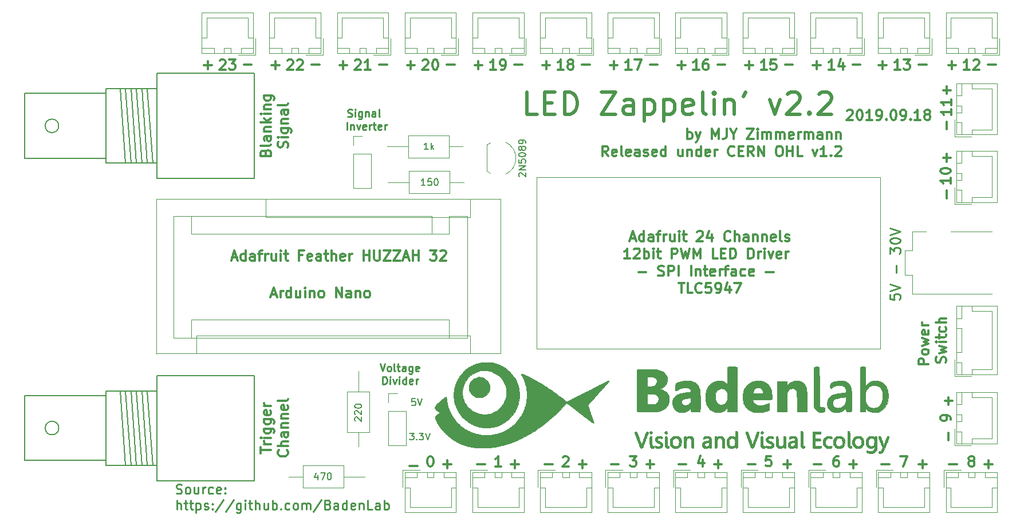
<source format=gbr>
G04 #@! TF.GenerationSoftware,KiCad,Pcbnew,(5.0.0)*
G04 #@! TF.CreationDate,2020-03-06T16:17:22+00:00*
G04 #@! TF.ProjectId,LED Zappelin,4C4544205A617070656C696E2E6B6963,rev?*
G04 #@! TF.SameCoordinates,Original*
G04 #@! TF.FileFunction,Legend,Top*
G04 #@! TF.FilePolarity,Positive*
%FSLAX46Y46*%
G04 Gerber Fmt 4.6, Leading zero omitted, Abs format (unit mm)*
G04 Created by KiCad (PCBNEW (5.0.0)) date 03/06/20 16:17:22*
%MOMM*%
%LPD*%
G01*
G04 APERTURE LIST*
%ADD10C,0.250000*%
%ADD11C,0.300000*%
%ADD12C,0.500000*%
%ADD13C,0.120000*%
%ADD14C,0.010000*%
%ADD15C,0.050000*%
%ADD16C,0.150000*%
G04 APERTURE END LIST*
D10*
X93316666Y-97497619D02*
X93683333Y-98597619D01*
X94050000Y-97497619D01*
X94573809Y-98597619D02*
X94469047Y-98545238D01*
X94416666Y-98492857D01*
X94364285Y-98388095D01*
X94364285Y-98073809D01*
X94416666Y-97969047D01*
X94469047Y-97916666D01*
X94573809Y-97864285D01*
X94730952Y-97864285D01*
X94835714Y-97916666D01*
X94888095Y-97969047D01*
X94940476Y-98073809D01*
X94940476Y-98388095D01*
X94888095Y-98492857D01*
X94835714Y-98545238D01*
X94730952Y-98597619D01*
X94573809Y-98597619D01*
X95569047Y-98597619D02*
X95464285Y-98545238D01*
X95411904Y-98440476D01*
X95411904Y-97497619D01*
X95830952Y-97864285D02*
X96250000Y-97864285D01*
X95988095Y-97497619D02*
X95988095Y-98440476D01*
X96040476Y-98545238D01*
X96145238Y-98597619D01*
X96250000Y-98597619D01*
X97088095Y-98597619D02*
X97088095Y-98021428D01*
X97035714Y-97916666D01*
X96930952Y-97864285D01*
X96721428Y-97864285D01*
X96616666Y-97916666D01*
X97088095Y-98545238D02*
X96983333Y-98597619D01*
X96721428Y-98597619D01*
X96616666Y-98545238D01*
X96564285Y-98440476D01*
X96564285Y-98335714D01*
X96616666Y-98230952D01*
X96721428Y-98178571D01*
X96983333Y-98178571D01*
X97088095Y-98126190D01*
X98083333Y-97864285D02*
X98083333Y-98754761D01*
X98030952Y-98859523D01*
X97978571Y-98911904D01*
X97873809Y-98964285D01*
X97716666Y-98964285D01*
X97611904Y-98911904D01*
X98083333Y-98545238D02*
X97978571Y-98597619D01*
X97769047Y-98597619D01*
X97664285Y-98545238D01*
X97611904Y-98492857D01*
X97559523Y-98388095D01*
X97559523Y-98073809D01*
X97611904Y-97969047D01*
X97664285Y-97916666D01*
X97769047Y-97864285D01*
X97978571Y-97864285D01*
X98083333Y-97916666D01*
X99026190Y-98545238D02*
X98921428Y-98597619D01*
X98711904Y-98597619D01*
X98607142Y-98545238D01*
X98554761Y-98440476D01*
X98554761Y-98021428D01*
X98607142Y-97916666D01*
X98711904Y-97864285D01*
X98921428Y-97864285D01*
X99026190Y-97916666D01*
X99078571Y-98021428D01*
X99078571Y-98126190D01*
X98554761Y-98230952D01*
X93709523Y-100497619D02*
X93709523Y-99397619D01*
X93971428Y-99397619D01*
X94128571Y-99450000D01*
X94233333Y-99554761D01*
X94285714Y-99659523D01*
X94338095Y-99869047D01*
X94338095Y-100026190D01*
X94285714Y-100235714D01*
X94233333Y-100340476D01*
X94128571Y-100445238D01*
X93971428Y-100497619D01*
X93709523Y-100497619D01*
X94809523Y-100497619D02*
X94809523Y-99764285D01*
X94809523Y-99397619D02*
X94757142Y-99450000D01*
X94809523Y-99502380D01*
X94861904Y-99450000D01*
X94809523Y-99397619D01*
X94809523Y-99502380D01*
X95228571Y-99764285D02*
X95490476Y-100497619D01*
X95752380Y-99764285D01*
X96171428Y-100497619D02*
X96171428Y-99764285D01*
X96171428Y-99397619D02*
X96119047Y-99450000D01*
X96171428Y-99502380D01*
X96223809Y-99450000D01*
X96171428Y-99397619D01*
X96171428Y-99502380D01*
X97166666Y-100497619D02*
X97166666Y-99397619D01*
X97166666Y-100445238D02*
X97061904Y-100497619D01*
X96852380Y-100497619D01*
X96747619Y-100445238D01*
X96695238Y-100392857D01*
X96642857Y-100288095D01*
X96642857Y-99973809D01*
X96695238Y-99869047D01*
X96747619Y-99816666D01*
X96852380Y-99764285D01*
X97061904Y-99764285D01*
X97166666Y-99816666D01*
X98109523Y-100445238D02*
X98004761Y-100497619D01*
X97795238Y-100497619D01*
X97690476Y-100445238D01*
X97638095Y-100340476D01*
X97638095Y-99921428D01*
X97690476Y-99816666D01*
X97795238Y-99764285D01*
X98004761Y-99764285D01*
X98109523Y-99816666D01*
X98161904Y-99921428D01*
X98161904Y-100026190D01*
X97638095Y-100130952D01*
X98633333Y-100497619D02*
X98633333Y-99764285D01*
X98633333Y-99973809D02*
X98685714Y-99869047D01*
X98738095Y-99816666D01*
X98842857Y-99764285D01*
X98947619Y-99764285D01*
X88523809Y-60845238D02*
X88680952Y-60897619D01*
X88942857Y-60897619D01*
X89047619Y-60845238D01*
X89100000Y-60792857D01*
X89152380Y-60688095D01*
X89152380Y-60583333D01*
X89100000Y-60478571D01*
X89047619Y-60426190D01*
X88942857Y-60373809D01*
X88733333Y-60321428D01*
X88628571Y-60269047D01*
X88576190Y-60216666D01*
X88523809Y-60111904D01*
X88523809Y-60007142D01*
X88576190Y-59902380D01*
X88628571Y-59850000D01*
X88733333Y-59797619D01*
X88995238Y-59797619D01*
X89152380Y-59850000D01*
X89623809Y-60897619D02*
X89623809Y-60164285D01*
X89623809Y-59797619D02*
X89571428Y-59850000D01*
X89623809Y-59902380D01*
X89676190Y-59850000D01*
X89623809Y-59797619D01*
X89623809Y-59902380D01*
X90619047Y-60164285D02*
X90619047Y-61054761D01*
X90566666Y-61159523D01*
X90514285Y-61211904D01*
X90409523Y-61264285D01*
X90252380Y-61264285D01*
X90147619Y-61211904D01*
X90619047Y-60845238D02*
X90514285Y-60897619D01*
X90304761Y-60897619D01*
X90200000Y-60845238D01*
X90147619Y-60792857D01*
X90095238Y-60688095D01*
X90095238Y-60373809D01*
X90147619Y-60269047D01*
X90200000Y-60216666D01*
X90304761Y-60164285D01*
X90514285Y-60164285D01*
X90619047Y-60216666D01*
X91142857Y-60164285D02*
X91142857Y-60897619D01*
X91142857Y-60269047D02*
X91195238Y-60216666D01*
X91300000Y-60164285D01*
X91457142Y-60164285D01*
X91561904Y-60216666D01*
X91614285Y-60321428D01*
X91614285Y-60897619D01*
X92609523Y-60897619D02*
X92609523Y-60321428D01*
X92557142Y-60216666D01*
X92452380Y-60164285D01*
X92242857Y-60164285D01*
X92138095Y-60216666D01*
X92609523Y-60845238D02*
X92504761Y-60897619D01*
X92242857Y-60897619D01*
X92138095Y-60845238D01*
X92085714Y-60740476D01*
X92085714Y-60635714D01*
X92138095Y-60530952D01*
X92242857Y-60478571D01*
X92504761Y-60478571D01*
X92609523Y-60426190D01*
X93290476Y-60897619D02*
X93185714Y-60845238D01*
X93133333Y-60740476D01*
X93133333Y-59797619D01*
X88445238Y-62797619D02*
X88445238Y-61697619D01*
X88969047Y-62064285D02*
X88969047Y-62797619D01*
X88969047Y-62169047D02*
X89021428Y-62116666D01*
X89126190Y-62064285D01*
X89283333Y-62064285D01*
X89388095Y-62116666D01*
X89440476Y-62221428D01*
X89440476Y-62797619D01*
X89859523Y-62064285D02*
X90121428Y-62797619D01*
X90383333Y-62064285D01*
X91221428Y-62745238D02*
X91116666Y-62797619D01*
X90907142Y-62797619D01*
X90802380Y-62745238D01*
X90750000Y-62640476D01*
X90750000Y-62221428D01*
X90802380Y-62116666D01*
X90907142Y-62064285D01*
X91116666Y-62064285D01*
X91221428Y-62116666D01*
X91273809Y-62221428D01*
X91273809Y-62326190D01*
X90750000Y-62430952D01*
X91745238Y-62797619D02*
X91745238Y-62064285D01*
X91745238Y-62273809D02*
X91797619Y-62169047D01*
X91850000Y-62116666D01*
X91954761Y-62064285D01*
X92059523Y-62064285D01*
X92269047Y-62064285D02*
X92688095Y-62064285D01*
X92426190Y-61697619D02*
X92426190Y-62640476D01*
X92478571Y-62745238D01*
X92583333Y-62797619D01*
X92688095Y-62797619D01*
X93473809Y-62745238D02*
X93369047Y-62797619D01*
X93159523Y-62797619D01*
X93054761Y-62745238D01*
X93002380Y-62640476D01*
X93002380Y-62221428D01*
X93054761Y-62116666D01*
X93159523Y-62064285D01*
X93369047Y-62064285D01*
X93473809Y-62116666D01*
X93526190Y-62221428D01*
X93526190Y-62326190D01*
X93002380Y-62430952D01*
X93997619Y-62797619D02*
X93997619Y-62064285D01*
X93997619Y-62273809D02*
X94050000Y-62169047D01*
X94102380Y-62116666D01*
X94207142Y-62064285D01*
X94311904Y-62064285D01*
D11*
X74321428Y-53142857D02*
X73178571Y-53142857D01*
X69607142Y-52571428D02*
X69678571Y-52500000D01*
X69821428Y-52428571D01*
X70178571Y-52428571D01*
X70321428Y-52500000D01*
X70392857Y-52571428D01*
X70464285Y-52714285D01*
X70464285Y-52857142D01*
X70392857Y-53071428D01*
X69535714Y-53928571D01*
X70464285Y-53928571D01*
X70964285Y-52428571D02*
X71892857Y-52428571D01*
X71392857Y-53000000D01*
X71607142Y-53000000D01*
X71750000Y-53071428D01*
X71821428Y-53142857D01*
X71892857Y-53285714D01*
X71892857Y-53642857D01*
X71821428Y-53785714D01*
X71750000Y-53857142D01*
X71607142Y-53928571D01*
X71178571Y-53928571D01*
X71035714Y-53857142D01*
X70964285Y-53785714D01*
X67857142Y-53821428D02*
X67857142Y-52678571D01*
X68428571Y-53250000D02*
X67285714Y-53250000D01*
X84321428Y-53142857D02*
X83178571Y-53142857D01*
X79607142Y-52571428D02*
X79678571Y-52500000D01*
X79821428Y-52428571D01*
X80178571Y-52428571D01*
X80321428Y-52500000D01*
X80392857Y-52571428D01*
X80464285Y-52714285D01*
X80464285Y-52857142D01*
X80392857Y-53071428D01*
X79535714Y-53928571D01*
X80464285Y-53928571D01*
X81035714Y-52571428D02*
X81107142Y-52500000D01*
X81250000Y-52428571D01*
X81607142Y-52428571D01*
X81750000Y-52500000D01*
X81821428Y-52571428D01*
X81892857Y-52714285D01*
X81892857Y-52857142D01*
X81821428Y-53071428D01*
X80964285Y-53928571D01*
X81892857Y-53928571D01*
X77857142Y-53821428D02*
X77857142Y-52678571D01*
X78428571Y-53250000D02*
X77285714Y-53250000D01*
X94321428Y-53142857D02*
X93178571Y-53142857D01*
X89607142Y-52571428D02*
X89678571Y-52500000D01*
X89821428Y-52428571D01*
X90178571Y-52428571D01*
X90321428Y-52500000D01*
X90392857Y-52571428D01*
X90464285Y-52714285D01*
X90464285Y-52857142D01*
X90392857Y-53071428D01*
X89535714Y-53928571D01*
X90464285Y-53928571D01*
X91892857Y-53928571D02*
X91035714Y-53928571D01*
X91464285Y-53928571D02*
X91464285Y-52428571D01*
X91321428Y-52642857D01*
X91178571Y-52785714D01*
X91035714Y-52857142D01*
X87857142Y-53821428D02*
X87857142Y-52678571D01*
X88428571Y-53250000D02*
X87285714Y-53250000D01*
X104321428Y-53142857D02*
X103178571Y-53142857D01*
X99607142Y-52571428D02*
X99678571Y-52500000D01*
X99821428Y-52428571D01*
X100178571Y-52428571D01*
X100321428Y-52500000D01*
X100392857Y-52571428D01*
X100464285Y-52714285D01*
X100464285Y-52857142D01*
X100392857Y-53071428D01*
X99535714Y-53928571D01*
X100464285Y-53928571D01*
X101392857Y-52428571D02*
X101535714Y-52428571D01*
X101678571Y-52500000D01*
X101750000Y-52571428D01*
X101821428Y-52714285D01*
X101892857Y-53000000D01*
X101892857Y-53357142D01*
X101821428Y-53642857D01*
X101750000Y-53785714D01*
X101678571Y-53857142D01*
X101535714Y-53928571D01*
X101392857Y-53928571D01*
X101250000Y-53857142D01*
X101178571Y-53785714D01*
X101107142Y-53642857D01*
X101035714Y-53357142D01*
X101035714Y-53000000D01*
X101107142Y-52714285D01*
X101178571Y-52571428D01*
X101250000Y-52500000D01*
X101392857Y-52428571D01*
X97857142Y-53821428D02*
X97857142Y-52678571D01*
X98428571Y-53250000D02*
X97285714Y-53250000D01*
X114321428Y-53142857D02*
X113178571Y-53142857D01*
X110464285Y-53928571D02*
X109607142Y-53928571D01*
X110035714Y-53928571D02*
X110035714Y-52428571D01*
X109892857Y-52642857D01*
X109750000Y-52785714D01*
X109607142Y-52857142D01*
X111178571Y-53928571D02*
X111464285Y-53928571D01*
X111607142Y-53857142D01*
X111678571Y-53785714D01*
X111821428Y-53571428D01*
X111892857Y-53285714D01*
X111892857Y-52714285D01*
X111821428Y-52571428D01*
X111750000Y-52500000D01*
X111607142Y-52428571D01*
X111321428Y-52428571D01*
X111178571Y-52500000D01*
X111107142Y-52571428D01*
X111035714Y-52714285D01*
X111035714Y-53071428D01*
X111107142Y-53214285D01*
X111178571Y-53285714D01*
X111321428Y-53357142D01*
X111607142Y-53357142D01*
X111750000Y-53285714D01*
X111821428Y-53214285D01*
X111892857Y-53071428D01*
X107857142Y-53821428D02*
X107857142Y-52678571D01*
X108428571Y-53250000D02*
X107285714Y-53250000D01*
X124321428Y-53142857D02*
X123178571Y-53142857D01*
X120464285Y-53928571D02*
X119607142Y-53928571D01*
X120035714Y-53928571D02*
X120035714Y-52428571D01*
X119892857Y-52642857D01*
X119750000Y-52785714D01*
X119607142Y-52857142D01*
X121321428Y-53071428D02*
X121178571Y-53000000D01*
X121107142Y-52928571D01*
X121035714Y-52785714D01*
X121035714Y-52714285D01*
X121107142Y-52571428D01*
X121178571Y-52500000D01*
X121321428Y-52428571D01*
X121607142Y-52428571D01*
X121750000Y-52500000D01*
X121821428Y-52571428D01*
X121892857Y-52714285D01*
X121892857Y-52785714D01*
X121821428Y-52928571D01*
X121750000Y-53000000D01*
X121607142Y-53071428D01*
X121321428Y-53071428D01*
X121178571Y-53142857D01*
X121107142Y-53214285D01*
X121035714Y-53357142D01*
X121035714Y-53642857D01*
X121107142Y-53785714D01*
X121178571Y-53857142D01*
X121321428Y-53928571D01*
X121607142Y-53928571D01*
X121750000Y-53857142D01*
X121821428Y-53785714D01*
X121892857Y-53642857D01*
X121892857Y-53357142D01*
X121821428Y-53214285D01*
X121750000Y-53142857D01*
X121607142Y-53071428D01*
X117857142Y-53821428D02*
X117857142Y-52678571D01*
X118428571Y-53250000D02*
X117285714Y-53250000D01*
X134321428Y-53142857D02*
X133178571Y-53142857D01*
X130464285Y-53928571D02*
X129607142Y-53928571D01*
X130035714Y-53928571D02*
X130035714Y-52428571D01*
X129892857Y-52642857D01*
X129750000Y-52785714D01*
X129607142Y-52857142D01*
X130964285Y-52428571D02*
X131964285Y-52428571D01*
X131321428Y-53928571D01*
X127857142Y-53821428D02*
X127857142Y-52678571D01*
X128428571Y-53250000D02*
X127285714Y-53250000D01*
X144321428Y-53142857D02*
X143178571Y-53142857D01*
X140464285Y-53928571D02*
X139607142Y-53928571D01*
X140035714Y-53928571D02*
X140035714Y-52428571D01*
X139892857Y-52642857D01*
X139750000Y-52785714D01*
X139607142Y-52857142D01*
X141750000Y-52428571D02*
X141464285Y-52428571D01*
X141321428Y-52500000D01*
X141250000Y-52571428D01*
X141107142Y-52785714D01*
X141035714Y-53071428D01*
X141035714Y-53642857D01*
X141107142Y-53785714D01*
X141178571Y-53857142D01*
X141321428Y-53928571D01*
X141607142Y-53928571D01*
X141750000Y-53857142D01*
X141821428Y-53785714D01*
X141892857Y-53642857D01*
X141892857Y-53285714D01*
X141821428Y-53142857D01*
X141750000Y-53071428D01*
X141607142Y-53000000D01*
X141321428Y-53000000D01*
X141178571Y-53071428D01*
X141107142Y-53142857D01*
X141035714Y-53285714D01*
X137857142Y-53821428D02*
X137857142Y-52678571D01*
X138428571Y-53250000D02*
X137285714Y-53250000D01*
X154321428Y-53142857D02*
X153178571Y-53142857D01*
X150464285Y-53928571D02*
X149607142Y-53928571D01*
X150035714Y-53928571D02*
X150035714Y-52428571D01*
X149892857Y-52642857D01*
X149750000Y-52785714D01*
X149607142Y-52857142D01*
X151821428Y-52428571D02*
X151107142Y-52428571D01*
X151035714Y-53142857D01*
X151107142Y-53071428D01*
X151250000Y-53000000D01*
X151607142Y-53000000D01*
X151750000Y-53071428D01*
X151821428Y-53142857D01*
X151892857Y-53285714D01*
X151892857Y-53642857D01*
X151821428Y-53785714D01*
X151750000Y-53857142D01*
X151607142Y-53928571D01*
X151250000Y-53928571D01*
X151107142Y-53857142D01*
X151035714Y-53785714D01*
X147857142Y-53821428D02*
X147857142Y-52678571D01*
X148428571Y-53250000D02*
X147285714Y-53250000D01*
X164321428Y-53142857D02*
X163178571Y-53142857D01*
X160464285Y-53928571D02*
X159607142Y-53928571D01*
X160035714Y-53928571D02*
X160035714Y-52428571D01*
X159892857Y-52642857D01*
X159750000Y-52785714D01*
X159607142Y-52857142D01*
X161750000Y-52928571D02*
X161750000Y-53928571D01*
X161392857Y-52357142D02*
X161035714Y-53428571D01*
X161964285Y-53428571D01*
X157857142Y-53821428D02*
X157857142Y-52678571D01*
X158428571Y-53250000D02*
X157285714Y-53250000D01*
X174071428Y-53142857D02*
X172928571Y-53142857D01*
X170214285Y-53928571D02*
X169357142Y-53928571D01*
X169785714Y-53928571D02*
X169785714Y-52428571D01*
X169642857Y-52642857D01*
X169500000Y-52785714D01*
X169357142Y-52857142D01*
X170714285Y-52428571D02*
X171642857Y-52428571D01*
X171142857Y-53000000D01*
X171357142Y-53000000D01*
X171500000Y-53071428D01*
X171571428Y-53142857D01*
X171642857Y-53285714D01*
X171642857Y-53642857D01*
X171571428Y-53785714D01*
X171500000Y-53857142D01*
X171357142Y-53928571D01*
X170928571Y-53928571D01*
X170785714Y-53857142D01*
X170714285Y-53785714D01*
X167607142Y-53821428D02*
X167607142Y-52678571D01*
X168178571Y-53250000D02*
X167035714Y-53250000D01*
X184321428Y-53142857D02*
X183178571Y-53142857D01*
X180464285Y-53928571D02*
X179607142Y-53928571D01*
X180035714Y-53928571D02*
X180035714Y-52428571D01*
X179892857Y-52642857D01*
X179750000Y-52785714D01*
X179607142Y-52857142D01*
X181035714Y-52571428D02*
X181107142Y-52500000D01*
X181250000Y-52428571D01*
X181607142Y-52428571D01*
X181750000Y-52500000D01*
X181821428Y-52571428D01*
X181892857Y-52714285D01*
X181892857Y-52857142D01*
X181821428Y-53071428D01*
X180964285Y-53928571D01*
X181892857Y-53928571D01*
X177857142Y-53821428D02*
X177857142Y-52678571D01*
X178428571Y-53250000D02*
X177285714Y-53250000D01*
X177728627Y-59745811D02*
X177728627Y-60602954D01*
X177728627Y-60174382D02*
X176228627Y-60174382D01*
X176442913Y-60317239D01*
X176585770Y-60460097D01*
X176657198Y-60602954D01*
X177728627Y-58317239D02*
X177728627Y-59174382D01*
X177728627Y-58745811D02*
X176228627Y-58745811D01*
X176442913Y-58888668D01*
X176585770Y-59031525D01*
X176657198Y-59174382D01*
X177107142Y-62781525D02*
X177107142Y-61638668D01*
X177107142Y-57531525D02*
X177107142Y-56388668D01*
X177678571Y-56960097D02*
X176535714Y-56960097D01*
X177107142Y-67571428D02*
X177107142Y-66428571D01*
X177678571Y-67000000D02*
X176535714Y-67000000D01*
X177638669Y-69923116D02*
X177638669Y-70780259D01*
X177638669Y-70351687D02*
X176138669Y-70351687D01*
X176352955Y-70494544D01*
X176495812Y-70637402D01*
X176567240Y-70780259D01*
X176138669Y-68994544D02*
X176138669Y-68851687D01*
X176210098Y-68708830D01*
X176281526Y-68637402D01*
X176424383Y-68565973D01*
X176710098Y-68494544D01*
X177067240Y-68494544D01*
X177352955Y-68565973D01*
X177495812Y-68637402D01*
X177567240Y-68708830D01*
X177638669Y-68851687D01*
X177638669Y-68994544D01*
X177567240Y-69137402D01*
X177495812Y-69208830D01*
X177352955Y-69280259D01*
X177067240Y-69351687D01*
X176710098Y-69351687D01*
X176424383Y-69280259D01*
X176281526Y-69208830D01*
X176210098Y-69137402D01*
X176138669Y-68994544D01*
X177107142Y-72958830D02*
X177107142Y-71815973D01*
X177678571Y-105785714D02*
X177678571Y-105500000D01*
X177607142Y-105357142D01*
X177535714Y-105285714D01*
X177321428Y-105142857D01*
X177035714Y-105071428D01*
X176464285Y-105071428D01*
X176321428Y-105142857D01*
X176250000Y-105214285D01*
X176178571Y-105357142D01*
X176178571Y-105642857D01*
X176250000Y-105785714D01*
X176321428Y-105857142D01*
X176464285Y-105928571D01*
X176821428Y-105928571D01*
X176964285Y-105857142D01*
X177035714Y-105785714D01*
X177107142Y-105642857D01*
X177107142Y-105357142D01*
X177035714Y-105214285D01*
X176964285Y-105142857D01*
X176821428Y-105071428D01*
X177357142Y-108821428D02*
X177357142Y-107678571D01*
X177357142Y-103571428D02*
X177357142Y-102428571D01*
X177928571Y-103000000D02*
X176785714Y-103000000D01*
D12*
X116557142Y-60520238D02*
X115009523Y-60520238D01*
X115009523Y-57270238D01*
X117640476Y-58817857D02*
X118723809Y-58817857D01*
X119188095Y-60520238D02*
X117640476Y-60520238D01*
X117640476Y-57270238D01*
X119188095Y-57270238D01*
X120580952Y-60520238D02*
X120580952Y-57270238D01*
X121354761Y-57270238D01*
X121819047Y-57425000D01*
X122128571Y-57734523D01*
X122283333Y-58044047D01*
X122438095Y-58663095D01*
X122438095Y-59127380D01*
X122283333Y-59746428D01*
X122128571Y-60055952D01*
X121819047Y-60365476D01*
X121354761Y-60520238D01*
X120580952Y-60520238D01*
X125997619Y-57270238D02*
X128164285Y-57270238D01*
X125997619Y-60520238D01*
X128164285Y-60520238D01*
X130795238Y-60520238D02*
X130795238Y-58817857D01*
X130640476Y-58508333D01*
X130330952Y-58353571D01*
X129711904Y-58353571D01*
X129402380Y-58508333D01*
X130795238Y-60365476D02*
X130485714Y-60520238D01*
X129711904Y-60520238D01*
X129402380Y-60365476D01*
X129247619Y-60055952D01*
X129247619Y-59746428D01*
X129402380Y-59436904D01*
X129711904Y-59282142D01*
X130485714Y-59282142D01*
X130795238Y-59127380D01*
X132342857Y-58353571D02*
X132342857Y-61603571D01*
X132342857Y-58508333D02*
X132652380Y-58353571D01*
X133271428Y-58353571D01*
X133580952Y-58508333D01*
X133735714Y-58663095D01*
X133890476Y-58972619D01*
X133890476Y-59901190D01*
X133735714Y-60210714D01*
X133580952Y-60365476D01*
X133271428Y-60520238D01*
X132652380Y-60520238D01*
X132342857Y-60365476D01*
X135283333Y-58353571D02*
X135283333Y-61603571D01*
X135283333Y-58508333D02*
X135592857Y-58353571D01*
X136211904Y-58353571D01*
X136521428Y-58508333D01*
X136676190Y-58663095D01*
X136830952Y-58972619D01*
X136830952Y-59901190D01*
X136676190Y-60210714D01*
X136521428Y-60365476D01*
X136211904Y-60520238D01*
X135592857Y-60520238D01*
X135283333Y-60365476D01*
X139461904Y-60365476D02*
X139152380Y-60520238D01*
X138533333Y-60520238D01*
X138223809Y-60365476D01*
X138069047Y-60055952D01*
X138069047Y-58817857D01*
X138223809Y-58508333D01*
X138533333Y-58353571D01*
X139152380Y-58353571D01*
X139461904Y-58508333D01*
X139616666Y-58817857D01*
X139616666Y-59127380D01*
X138069047Y-59436904D01*
X141473809Y-60520238D02*
X141164285Y-60365476D01*
X141009523Y-60055952D01*
X141009523Y-57270238D01*
X142711904Y-60520238D02*
X142711904Y-58353571D01*
X142711904Y-57270238D02*
X142557142Y-57425000D01*
X142711904Y-57579761D01*
X142866666Y-57425000D01*
X142711904Y-57270238D01*
X142711904Y-57579761D01*
X144259523Y-58353571D02*
X144259523Y-60520238D01*
X144259523Y-58663095D02*
X144414285Y-58508333D01*
X144723809Y-58353571D01*
X145188095Y-58353571D01*
X145497619Y-58508333D01*
X145652380Y-58817857D01*
X145652380Y-60520238D01*
X147354761Y-57270238D02*
X147045238Y-57889285D01*
X150914285Y-58353571D02*
X151688095Y-60520238D01*
X152461904Y-58353571D01*
X153545238Y-57579761D02*
X153700000Y-57425000D01*
X154009523Y-57270238D01*
X154783333Y-57270238D01*
X155092857Y-57425000D01*
X155247619Y-57579761D01*
X155402380Y-57889285D01*
X155402380Y-58198809D01*
X155247619Y-58663095D01*
X153390476Y-60520238D01*
X155402380Y-60520238D01*
X156795238Y-60210714D02*
X156950000Y-60365476D01*
X156795238Y-60520238D01*
X156640476Y-60365476D01*
X156795238Y-60210714D01*
X156795238Y-60520238D01*
X158188095Y-57579761D02*
X158342857Y-57425000D01*
X158652380Y-57270238D01*
X159426190Y-57270238D01*
X159735714Y-57425000D01*
X159890476Y-57579761D01*
X160045238Y-57889285D01*
X160045238Y-58198809D01*
X159890476Y-58663095D01*
X158033333Y-60520238D01*
X160045238Y-60520238D01*
D11*
X174403571Y-97535714D02*
X172903571Y-97535714D01*
X172903571Y-96964285D01*
X172975000Y-96821428D01*
X173046428Y-96750000D01*
X173189285Y-96678571D01*
X173403571Y-96678571D01*
X173546428Y-96750000D01*
X173617857Y-96821428D01*
X173689285Y-96964285D01*
X173689285Y-97535714D01*
X174403571Y-95821428D02*
X174332142Y-95964285D01*
X174260714Y-96035714D01*
X174117857Y-96107142D01*
X173689285Y-96107142D01*
X173546428Y-96035714D01*
X173475000Y-95964285D01*
X173403571Y-95821428D01*
X173403571Y-95607142D01*
X173475000Y-95464285D01*
X173546428Y-95392857D01*
X173689285Y-95321428D01*
X174117857Y-95321428D01*
X174260714Y-95392857D01*
X174332142Y-95464285D01*
X174403571Y-95607142D01*
X174403571Y-95821428D01*
X173403571Y-94821428D02*
X174403571Y-94535714D01*
X173689285Y-94250000D01*
X174403571Y-93964285D01*
X173403571Y-93678571D01*
X174332142Y-92535714D02*
X174403571Y-92678571D01*
X174403571Y-92964285D01*
X174332142Y-93107142D01*
X174189285Y-93178571D01*
X173617857Y-93178571D01*
X173475000Y-93107142D01*
X173403571Y-92964285D01*
X173403571Y-92678571D01*
X173475000Y-92535714D01*
X173617857Y-92464285D01*
X173760714Y-92464285D01*
X173903571Y-93178571D01*
X174403571Y-91821428D02*
X173403571Y-91821428D01*
X173689285Y-91821428D02*
X173546428Y-91750000D01*
X173475000Y-91678571D01*
X173403571Y-91535714D01*
X173403571Y-91392857D01*
X176882142Y-97321428D02*
X176953571Y-97107142D01*
X176953571Y-96750000D01*
X176882142Y-96607142D01*
X176810714Y-96535714D01*
X176667857Y-96464285D01*
X176525000Y-96464285D01*
X176382142Y-96535714D01*
X176310714Y-96607142D01*
X176239285Y-96750000D01*
X176167857Y-97035714D01*
X176096428Y-97178571D01*
X176025000Y-97250000D01*
X175882142Y-97321428D01*
X175739285Y-97321428D01*
X175596428Y-97250000D01*
X175525000Y-97178571D01*
X175453571Y-97035714D01*
X175453571Y-96678571D01*
X175525000Y-96464285D01*
X175953571Y-95964285D02*
X176953571Y-95678571D01*
X176239285Y-95392857D01*
X176953571Y-95107142D01*
X175953571Y-94821428D01*
X176953571Y-94250000D02*
X175953571Y-94250000D01*
X175453571Y-94250000D02*
X175525000Y-94321428D01*
X175596428Y-94250000D01*
X175525000Y-94178571D01*
X175453571Y-94250000D01*
X175596428Y-94250000D01*
X175953571Y-93750000D02*
X175953571Y-93178571D01*
X175453571Y-93535714D02*
X176739285Y-93535714D01*
X176882142Y-93464285D01*
X176953571Y-93321428D01*
X176953571Y-93178571D01*
X176882142Y-92035714D02*
X176953571Y-92178571D01*
X176953571Y-92464285D01*
X176882142Y-92607142D01*
X176810714Y-92678571D01*
X176667857Y-92750000D01*
X176239285Y-92750000D01*
X176096428Y-92678571D01*
X176025000Y-92607142D01*
X175953571Y-92464285D01*
X175953571Y-92178571D01*
X176025000Y-92035714D01*
X176953571Y-91392857D02*
X175453571Y-91392857D01*
X176953571Y-90750000D02*
X176167857Y-90750000D01*
X176025000Y-90821428D01*
X175953571Y-90964285D01*
X175953571Y-91178571D01*
X176025000Y-91321428D01*
X176096428Y-91392857D01*
X76367857Y-66214285D02*
X76439285Y-66000000D01*
X76510714Y-65928571D01*
X76653571Y-65857142D01*
X76867857Y-65857142D01*
X77010714Y-65928571D01*
X77082142Y-66000000D01*
X77153571Y-66142857D01*
X77153571Y-66714285D01*
X75653571Y-66714285D01*
X75653571Y-66214285D01*
X75725000Y-66071428D01*
X75796428Y-66000000D01*
X75939285Y-65928571D01*
X76082142Y-65928571D01*
X76225000Y-66000000D01*
X76296428Y-66071428D01*
X76367857Y-66214285D01*
X76367857Y-66714285D01*
X77153571Y-65000000D02*
X77082142Y-65142857D01*
X76939285Y-65214285D01*
X75653571Y-65214285D01*
X77153571Y-63785714D02*
X76367857Y-63785714D01*
X76225000Y-63857142D01*
X76153571Y-64000000D01*
X76153571Y-64285714D01*
X76225000Y-64428571D01*
X77082142Y-63785714D02*
X77153571Y-63928571D01*
X77153571Y-64285714D01*
X77082142Y-64428571D01*
X76939285Y-64500000D01*
X76796428Y-64500000D01*
X76653571Y-64428571D01*
X76582142Y-64285714D01*
X76582142Y-63928571D01*
X76510714Y-63785714D01*
X76153571Y-63071428D02*
X77153571Y-63071428D01*
X76296428Y-63071428D02*
X76225000Y-63000000D01*
X76153571Y-62857142D01*
X76153571Y-62642857D01*
X76225000Y-62500000D01*
X76367857Y-62428571D01*
X77153571Y-62428571D01*
X77153571Y-61714285D02*
X75653571Y-61714285D01*
X76582142Y-61571428D02*
X77153571Y-61142857D01*
X76153571Y-61142857D02*
X76725000Y-61714285D01*
X77153571Y-60500000D02*
X76153571Y-60500000D01*
X75653571Y-60500000D02*
X75725000Y-60571428D01*
X75796428Y-60500000D01*
X75725000Y-60428571D01*
X75653571Y-60500000D01*
X75796428Y-60500000D01*
X76153571Y-59785714D02*
X77153571Y-59785714D01*
X76296428Y-59785714D02*
X76225000Y-59714285D01*
X76153571Y-59571428D01*
X76153571Y-59357142D01*
X76225000Y-59214285D01*
X76367857Y-59142857D01*
X77153571Y-59142857D01*
X76153571Y-57785714D02*
X77367857Y-57785714D01*
X77510714Y-57857142D01*
X77582142Y-57928571D01*
X77653571Y-58071428D01*
X77653571Y-58285714D01*
X77582142Y-58428571D01*
X77082142Y-57785714D02*
X77153571Y-57928571D01*
X77153571Y-58214285D01*
X77082142Y-58357142D01*
X77010714Y-58428571D01*
X76867857Y-58500000D01*
X76439285Y-58500000D01*
X76296428Y-58428571D01*
X76225000Y-58357142D01*
X76153571Y-58214285D01*
X76153571Y-57928571D01*
X76225000Y-57785714D01*
X79632142Y-65464285D02*
X79703571Y-65250000D01*
X79703571Y-64892857D01*
X79632142Y-64750000D01*
X79560714Y-64678571D01*
X79417857Y-64607142D01*
X79275000Y-64607142D01*
X79132142Y-64678571D01*
X79060714Y-64750000D01*
X78989285Y-64892857D01*
X78917857Y-65178571D01*
X78846428Y-65321428D01*
X78775000Y-65392857D01*
X78632142Y-65464285D01*
X78489285Y-65464285D01*
X78346428Y-65392857D01*
X78275000Y-65321428D01*
X78203571Y-65178571D01*
X78203571Y-64821428D01*
X78275000Y-64607142D01*
X79703571Y-63964285D02*
X78703571Y-63964285D01*
X78203571Y-63964285D02*
X78275000Y-64035714D01*
X78346428Y-63964285D01*
X78275000Y-63892857D01*
X78203571Y-63964285D01*
X78346428Y-63964285D01*
X78703571Y-62607142D02*
X79917857Y-62607142D01*
X80060714Y-62678571D01*
X80132142Y-62750000D01*
X80203571Y-62892857D01*
X80203571Y-63107142D01*
X80132142Y-63250000D01*
X79632142Y-62607142D02*
X79703571Y-62750000D01*
X79703571Y-63035714D01*
X79632142Y-63178571D01*
X79560714Y-63250000D01*
X79417857Y-63321428D01*
X78989285Y-63321428D01*
X78846428Y-63250000D01*
X78775000Y-63178571D01*
X78703571Y-63035714D01*
X78703571Y-62750000D01*
X78775000Y-62607142D01*
X78703571Y-61892857D02*
X79703571Y-61892857D01*
X78846428Y-61892857D02*
X78775000Y-61821428D01*
X78703571Y-61678571D01*
X78703571Y-61464285D01*
X78775000Y-61321428D01*
X78917857Y-61250000D01*
X79703571Y-61250000D01*
X79703571Y-59892857D02*
X78917857Y-59892857D01*
X78775000Y-59964285D01*
X78703571Y-60107142D01*
X78703571Y-60392857D01*
X78775000Y-60535714D01*
X79632142Y-59892857D02*
X79703571Y-60035714D01*
X79703571Y-60392857D01*
X79632142Y-60535714D01*
X79489285Y-60607142D01*
X79346428Y-60607142D01*
X79203571Y-60535714D01*
X79132142Y-60392857D01*
X79132142Y-60035714D01*
X79060714Y-59892857D01*
X79703571Y-58964285D02*
X79632142Y-59107142D01*
X79489285Y-59178571D01*
X78203571Y-59178571D01*
X75653571Y-110714285D02*
X75653571Y-109857142D01*
X77153571Y-110285714D02*
X75653571Y-110285714D01*
X77153571Y-109357142D02*
X76153571Y-109357142D01*
X76439285Y-109357142D02*
X76296428Y-109285714D01*
X76225000Y-109214285D01*
X76153571Y-109071428D01*
X76153571Y-108928571D01*
X77153571Y-108428571D02*
X76153571Y-108428571D01*
X75653571Y-108428571D02*
X75725000Y-108500000D01*
X75796428Y-108428571D01*
X75725000Y-108357142D01*
X75653571Y-108428571D01*
X75796428Y-108428571D01*
X76153571Y-107071428D02*
X77367857Y-107071428D01*
X77510714Y-107142857D01*
X77582142Y-107214285D01*
X77653571Y-107357142D01*
X77653571Y-107571428D01*
X77582142Y-107714285D01*
X77082142Y-107071428D02*
X77153571Y-107214285D01*
X77153571Y-107500000D01*
X77082142Y-107642857D01*
X77010714Y-107714285D01*
X76867857Y-107785714D01*
X76439285Y-107785714D01*
X76296428Y-107714285D01*
X76225000Y-107642857D01*
X76153571Y-107500000D01*
X76153571Y-107214285D01*
X76225000Y-107071428D01*
X76153571Y-105714285D02*
X77367857Y-105714285D01*
X77510714Y-105785714D01*
X77582142Y-105857142D01*
X77653571Y-106000000D01*
X77653571Y-106214285D01*
X77582142Y-106357142D01*
X77082142Y-105714285D02*
X77153571Y-105857142D01*
X77153571Y-106142857D01*
X77082142Y-106285714D01*
X77010714Y-106357142D01*
X76867857Y-106428571D01*
X76439285Y-106428571D01*
X76296428Y-106357142D01*
X76225000Y-106285714D01*
X76153571Y-106142857D01*
X76153571Y-105857142D01*
X76225000Y-105714285D01*
X77082142Y-104428571D02*
X77153571Y-104571428D01*
X77153571Y-104857142D01*
X77082142Y-105000000D01*
X76939285Y-105071428D01*
X76367857Y-105071428D01*
X76225000Y-105000000D01*
X76153571Y-104857142D01*
X76153571Y-104571428D01*
X76225000Y-104428571D01*
X76367857Y-104357142D01*
X76510714Y-104357142D01*
X76653571Y-105071428D01*
X77153571Y-103714285D02*
X76153571Y-103714285D01*
X76439285Y-103714285D02*
X76296428Y-103642857D01*
X76225000Y-103571428D01*
X76153571Y-103428571D01*
X76153571Y-103285714D01*
X79560714Y-110285714D02*
X79632142Y-110357142D01*
X79703571Y-110571428D01*
X79703571Y-110714285D01*
X79632142Y-110928571D01*
X79489285Y-111071428D01*
X79346428Y-111142857D01*
X79060714Y-111214285D01*
X78846428Y-111214285D01*
X78560714Y-111142857D01*
X78417857Y-111071428D01*
X78275000Y-110928571D01*
X78203571Y-110714285D01*
X78203571Y-110571428D01*
X78275000Y-110357142D01*
X78346428Y-110285714D01*
X79703571Y-109642857D02*
X78203571Y-109642857D01*
X79703571Y-109000000D02*
X78917857Y-109000000D01*
X78775000Y-109071428D01*
X78703571Y-109214285D01*
X78703571Y-109428571D01*
X78775000Y-109571428D01*
X78846428Y-109642857D01*
X79703571Y-107642857D02*
X78917857Y-107642857D01*
X78775000Y-107714285D01*
X78703571Y-107857142D01*
X78703571Y-108142857D01*
X78775000Y-108285714D01*
X79632142Y-107642857D02*
X79703571Y-107785714D01*
X79703571Y-108142857D01*
X79632142Y-108285714D01*
X79489285Y-108357142D01*
X79346428Y-108357142D01*
X79203571Y-108285714D01*
X79132142Y-108142857D01*
X79132142Y-107785714D01*
X79060714Y-107642857D01*
X78703571Y-106928571D02*
X79703571Y-106928571D01*
X78846428Y-106928571D02*
X78775000Y-106857142D01*
X78703571Y-106714285D01*
X78703571Y-106500000D01*
X78775000Y-106357142D01*
X78917857Y-106285714D01*
X79703571Y-106285714D01*
X78703571Y-105571428D02*
X79703571Y-105571428D01*
X78846428Y-105571428D02*
X78775000Y-105500000D01*
X78703571Y-105357142D01*
X78703571Y-105142857D01*
X78775000Y-105000000D01*
X78917857Y-104928571D01*
X79703571Y-104928571D01*
X79632142Y-103642857D02*
X79703571Y-103785714D01*
X79703571Y-104071428D01*
X79632142Y-104214285D01*
X79489285Y-104285714D01*
X78917857Y-104285714D01*
X78775000Y-104214285D01*
X78703571Y-104071428D01*
X78703571Y-103785714D01*
X78775000Y-103642857D01*
X78917857Y-103571428D01*
X79060714Y-103571428D01*
X79203571Y-104285714D01*
X79703571Y-102714285D02*
X79632142Y-102857142D01*
X79489285Y-102928571D01*
X78203571Y-102928571D01*
X100678571Y-111178571D02*
X100821428Y-111178571D01*
X100964285Y-111250000D01*
X101035714Y-111321428D01*
X101107142Y-111464285D01*
X101178571Y-111750000D01*
X101178571Y-112107142D01*
X101107142Y-112392857D01*
X101035714Y-112535714D01*
X100964285Y-112607142D01*
X100821428Y-112678571D01*
X100678571Y-112678571D01*
X100535714Y-112607142D01*
X100464285Y-112535714D01*
X100392857Y-112392857D01*
X100321428Y-112107142D01*
X100321428Y-111750000D01*
X100392857Y-111464285D01*
X100464285Y-111321428D01*
X100535714Y-111250000D01*
X100678571Y-111178571D01*
X111178571Y-112678571D02*
X110321428Y-112678571D01*
X110750000Y-112678571D02*
X110750000Y-111178571D01*
X110607142Y-111392857D01*
X110464285Y-111535714D01*
X110321428Y-111607142D01*
X120321428Y-111321428D02*
X120392857Y-111250000D01*
X120535714Y-111178571D01*
X120892857Y-111178571D01*
X121035714Y-111250000D01*
X121107142Y-111321428D01*
X121178571Y-111464285D01*
X121178571Y-111607142D01*
X121107142Y-111821428D01*
X120250000Y-112678571D01*
X121178571Y-112678571D01*
X130250000Y-111178571D02*
X131178571Y-111178571D01*
X130678571Y-111750000D01*
X130892857Y-111750000D01*
X131035714Y-111821428D01*
X131107142Y-111892857D01*
X131178571Y-112035714D01*
X131178571Y-112392857D01*
X131107142Y-112535714D01*
X131035714Y-112607142D01*
X130892857Y-112678571D01*
X130464285Y-112678571D01*
X130321428Y-112607142D01*
X130250000Y-112535714D01*
X141035714Y-111678571D02*
X141035714Y-112678571D01*
X140678571Y-111107142D02*
X140321428Y-112178571D01*
X141250000Y-112178571D01*
X151107142Y-111153571D02*
X150392857Y-111153571D01*
X150321428Y-111867857D01*
X150392857Y-111796428D01*
X150535714Y-111725000D01*
X150892857Y-111725000D01*
X151035714Y-111796428D01*
X151107142Y-111867857D01*
X151178571Y-112010714D01*
X151178571Y-112367857D01*
X151107142Y-112510714D01*
X151035714Y-112582142D01*
X150892857Y-112653571D01*
X150535714Y-112653571D01*
X150392857Y-112582142D01*
X150321428Y-112510714D01*
X161035714Y-111178571D02*
X160750000Y-111178571D01*
X160607142Y-111250000D01*
X160535714Y-111321428D01*
X160392857Y-111535714D01*
X160321428Y-111821428D01*
X160321428Y-112392857D01*
X160392857Y-112535714D01*
X160464285Y-112607142D01*
X160607142Y-112678571D01*
X160892857Y-112678571D01*
X161035714Y-112607142D01*
X161107142Y-112535714D01*
X161178571Y-112392857D01*
X161178571Y-112035714D01*
X161107142Y-111892857D01*
X161035714Y-111821428D01*
X160892857Y-111750000D01*
X160607142Y-111750000D01*
X160464285Y-111821428D01*
X160392857Y-111892857D01*
X160321428Y-112035714D01*
X170250000Y-111178571D02*
X171250000Y-111178571D01*
X170607142Y-112678571D01*
X180607142Y-111821428D02*
X180464285Y-111750000D01*
X180392857Y-111678571D01*
X180321428Y-111535714D01*
X180321428Y-111464285D01*
X180392857Y-111321428D01*
X180464285Y-111250000D01*
X180607142Y-111178571D01*
X180892857Y-111178571D01*
X181035714Y-111250000D01*
X181107142Y-111321428D01*
X181178571Y-111464285D01*
X181178571Y-111535714D01*
X181107142Y-111678571D01*
X181035714Y-111750000D01*
X180892857Y-111821428D01*
X180607142Y-111821428D01*
X180464285Y-111892857D01*
X180392857Y-111964285D01*
X180321428Y-112107142D01*
X180321428Y-112392857D01*
X180392857Y-112535714D01*
X180464285Y-112607142D01*
X180607142Y-112678571D01*
X180892857Y-112678571D01*
X181035714Y-112607142D01*
X181107142Y-112535714D01*
X181178571Y-112392857D01*
X181178571Y-112107142D01*
X181107142Y-111964285D01*
X181035714Y-111892857D01*
X180892857Y-111821428D01*
D10*
X63179166Y-116641666D02*
X63379166Y-116708333D01*
X63712500Y-116708333D01*
X63845833Y-116641666D01*
X63912500Y-116575000D01*
X63979166Y-116441666D01*
X63979166Y-116308333D01*
X63912500Y-116175000D01*
X63845833Y-116108333D01*
X63712500Y-116041666D01*
X63445833Y-115975000D01*
X63312500Y-115908333D01*
X63245833Y-115841666D01*
X63179166Y-115708333D01*
X63179166Y-115575000D01*
X63245833Y-115441666D01*
X63312500Y-115375000D01*
X63445833Y-115308333D01*
X63779166Y-115308333D01*
X63979166Y-115375000D01*
X64779166Y-116708333D02*
X64645833Y-116641666D01*
X64579166Y-116575000D01*
X64512500Y-116441666D01*
X64512500Y-116041666D01*
X64579166Y-115908333D01*
X64645833Y-115841666D01*
X64779166Y-115775000D01*
X64979166Y-115775000D01*
X65112500Y-115841666D01*
X65179166Y-115908333D01*
X65245833Y-116041666D01*
X65245833Y-116441666D01*
X65179166Y-116575000D01*
X65112500Y-116641666D01*
X64979166Y-116708333D01*
X64779166Y-116708333D01*
X66445833Y-115775000D02*
X66445833Y-116708333D01*
X65845833Y-115775000D02*
X65845833Y-116508333D01*
X65912500Y-116641666D01*
X66045833Y-116708333D01*
X66245833Y-116708333D01*
X66379166Y-116641666D01*
X66445833Y-116575000D01*
X67112500Y-116708333D02*
X67112500Y-115775000D01*
X67112500Y-116041666D02*
X67179166Y-115908333D01*
X67245833Y-115841666D01*
X67379166Y-115775000D01*
X67512500Y-115775000D01*
X68579166Y-116641666D02*
X68445833Y-116708333D01*
X68179166Y-116708333D01*
X68045833Y-116641666D01*
X67979166Y-116575000D01*
X67912500Y-116441666D01*
X67912500Y-116041666D01*
X67979166Y-115908333D01*
X68045833Y-115841666D01*
X68179166Y-115775000D01*
X68445833Y-115775000D01*
X68579166Y-115841666D01*
X69712500Y-116641666D02*
X69579166Y-116708333D01*
X69312500Y-116708333D01*
X69179166Y-116641666D01*
X69112500Y-116508333D01*
X69112500Y-115975000D01*
X69179166Y-115841666D01*
X69312500Y-115775000D01*
X69579166Y-115775000D01*
X69712500Y-115841666D01*
X69779166Y-115975000D01*
X69779166Y-116108333D01*
X69112500Y-116241666D01*
X70379166Y-116575000D02*
X70445833Y-116641666D01*
X70379166Y-116708333D01*
X70312500Y-116641666D01*
X70379166Y-116575000D01*
X70379166Y-116708333D01*
X70379166Y-115841666D02*
X70445833Y-115908333D01*
X70379166Y-115975000D01*
X70312500Y-115908333D01*
X70379166Y-115841666D01*
X70379166Y-115975000D01*
X63245833Y-119058333D02*
X63245833Y-117658333D01*
X63845833Y-119058333D02*
X63845833Y-118325000D01*
X63779166Y-118191666D01*
X63645833Y-118125000D01*
X63445833Y-118125000D01*
X63312500Y-118191666D01*
X63245833Y-118258333D01*
X64312500Y-118125000D02*
X64845833Y-118125000D01*
X64512500Y-117658333D02*
X64512500Y-118858333D01*
X64579166Y-118991666D01*
X64712500Y-119058333D01*
X64845833Y-119058333D01*
X65112500Y-118125000D02*
X65645833Y-118125000D01*
X65312500Y-117658333D02*
X65312500Y-118858333D01*
X65379166Y-118991666D01*
X65512500Y-119058333D01*
X65645833Y-119058333D01*
X66112500Y-118125000D02*
X66112500Y-119525000D01*
X66112500Y-118191666D02*
X66245833Y-118125000D01*
X66512500Y-118125000D01*
X66645833Y-118191666D01*
X66712500Y-118258333D01*
X66779166Y-118391666D01*
X66779166Y-118791666D01*
X66712500Y-118925000D01*
X66645833Y-118991666D01*
X66512500Y-119058333D01*
X66245833Y-119058333D01*
X66112500Y-118991666D01*
X67312500Y-118991666D02*
X67445833Y-119058333D01*
X67712500Y-119058333D01*
X67845833Y-118991666D01*
X67912500Y-118858333D01*
X67912500Y-118791666D01*
X67845833Y-118658333D01*
X67712500Y-118591666D01*
X67512500Y-118591666D01*
X67379166Y-118525000D01*
X67312500Y-118391666D01*
X67312500Y-118325000D01*
X67379166Y-118191666D01*
X67512500Y-118125000D01*
X67712500Y-118125000D01*
X67845833Y-118191666D01*
X68512500Y-118925000D02*
X68579166Y-118991666D01*
X68512500Y-119058333D01*
X68445833Y-118991666D01*
X68512500Y-118925000D01*
X68512500Y-119058333D01*
X68512500Y-118191666D02*
X68579166Y-118258333D01*
X68512500Y-118325000D01*
X68445833Y-118258333D01*
X68512500Y-118191666D01*
X68512500Y-118325000D01*
X70179166Y-117591666D02*
X68979166Y-119391666D01*
X71645833Y-117591666D02*
X70445833Y-119391666D01*
X72712500Y-118125000D02*
X72712500Y-119258333D01*
X72645833Y-119391666D01*
X72579166Y-119458333D01*
X72445833Y-119525000D01*
X72245833Y-119525000D01*
X72112500Y-119458333D01*
X72712500Y-118991666D02*
X72579166Y-119058333D01*
X72312500Y-119058333D01*
X72179166Y-118991666D01*
X72112500Y-118925000D01*
X72045833Y-118791666D01*
X72045833Y-118391666D01*
X72112500Y-118258333D01*
X72179166Y-118191666D01*
X72312500Y-118125000D01*
X72579166Y-118125000D01*
X72712500Y-118191666D01*
X73379166Y-119058333D02*
X73379166Y-118125000D01*
X73379166Y-117658333D02*
X73312500Y-117725000D01*
X73379166Y-117791666D01*
X73445833Y-117725000D01*
X73379166Y-117658333D01*
X73379166Y-117791666D01*
X73845833Y-118125000D02*
X74379166Y-118125000D01*
X74045833Y-117658333D02*
X74045833Y-118858333D01*
X74112500Y-118991666D01*
X74245833Y-119058333D01*
X74379166Y-119058333D01*
X74845833Y-119058333D02*
X74845833Y-117658333D01*
X75445833Y-119058333D02*
X75445833Y-118325000D01*
X75379166Y-118191666D01*
X75245833Y-118125000D01*
X75045833Y-118125000D01*
X74912500Y-118191666D01*
X74845833Y-118258333D01*
X76712500Y-118125000D02*
X76712500Y-119058333D01*
X76112500Y-118125000D02*
X76112500Y-118858333D01*
X76179166Y-118991666D01*
X76312500Y-119058333D01*
X76512500Y-119058333D01*
X76645833Y-118991666D01*
X76712500Y-118925000D01*
X77379166Y-119058333D02*
X77379166Y-117658333D01*
X77379166Y-118191666D02*
X77512500Y-118125000D01*
X77779166Y-118125000D01*
X77912500Y-118191666D01*
X77979166Y-118258333D01*
X78045833Y-118391666D01*
X78045833Y-118791666D01*
X77979166Y-118925000D01*
X77912500Y-118991666D01*
X77779166Y-119058333D01*
X77512500Y-119058333D01*
X77379166Y-118991666D01*
X78645833Y-118925000D02*
X78712500Y-118991666D01*
X78645833Y-119058333D01*
X78579166Y-118991666D01*
X78645833Y-118925000D01*
X78645833Y-119058333D01*
X79912500Y-118991666D02*
X79779166Y-119058333D01*
X79512500Y-119058333D01*
X79379166Y-118991666D01*
X79312500Y-118925000D01*
X79245833Y-118791666D01*
X79245833Y-118391666D01*
X79312500Y-118258333D01*
X79379166Y-118191666D01*
X79512500Y-118125000D01*
X79779166Y-118125000D01*
X79912500Y-118191666D01*
X80712500Y-119058333D02*
X80579166Y-118991666D01*
X80512500Y-118925000D01*
X80445833Y-118791666D01*
X80445833Y-118391666D01*
X80512500Y-118258333D01*
X80579166Y-118191666D01*
X80712500Y-118125000D01*
X80912500Y-118125000D01*
X81045833Y-118191666D01*
X81112500Y-118258333D01*
X81179166Y-118391666D01*
X81179166Y-118791666D01*
X81112500Y-118925000D01*
X81045833Y-118991666D01*
X80912500Y-119058333D01*
X80712500Y-119058333D01*
X81779166Y-119058333D02*
X81779166Y-118125000D01*
X81779166Y-118258333D02*
X81845833Y-118191666D01*
X81979166Y-118125000D01*
X82179166Y-118125000D01*
X82312500Y-118191666D01*
X82379166Y-118325000D01*
X82379166Y-119058333D01*
X82379166Y-118325000D02*
X82445833Y-118191666D01*
X82579166Y-118125000D01*
X82779166Y-118125000D01*
X82912500Y-118191666D01*
X82979166Y-118325000D01*
X82979166Y-119058333D01*
X84645833Y-117591666D02*
X83445833Y-119391666D01*
X85579166Y-118325000D02*
X85779166Y-118391666D01*
X85845833Y-118458333D01*
X85912500Y-118591666D01*
X85912500Y-118791666D01*
X85845833Y-118925000D01*
X85779166Y-118991666D01*
X85645833Y-119058333D01*
X85112500Y-119058333D01*
X85112500Y-117658333D01*
X85579166Y-117658333D01*
X85712500Y-117725000D01*
X85779166Y-117791666D01*
X85845833Y-117925000D01*
X85845833Y-118058333D01*
X85779166Y-118191666D01*
X85712500Y-118258333D01*
X85579166Y-118325000D01*
X85112500Y-118325000D01*
X87112500Y-119058333D02*
X87112500Y-118325000D01*
X87045833Y-118191666D01*
X86912500Y-118125000D01*
X86645833Y-118125000D01*
X86512500Y-118191666D01*
X87112500Y-118991666D02*
X86979166Y-119058333D01*
X86645833Y-119058333D01*
X86512500Y-118991666D01*
X86445833Y-118858333D01*
X86445833Y-118725000D01*
X86512500Y-118591666D01*
X86645833Y-118525000D01*
X86979166Y-118525000D01*
X87112500Y-118458333D01*
X88379166Y-119058333D02*
X88379166Y-117658333D01*
X88379166Y-118991666D02*
X88245833Y-119058333D01*
X87979166Y-119058333D01*
X87845833Y-118991666D01*
X87779166Y-118925000D01*
X87712500Y-118791666D01*
X87712500Y-118391666D01*
X87779166Y-118258333D01*
X87845833Y-118191666D01*
X87979166Y-118125000D01*
X88245833Y-118125000D01*
X88379166Y-118191666D01*
X89579166Y-118991666D02*
X89445833Y-119058333D01*
X89179166Y-119058333D01*
X89045833Y-118991666D01*
X88979166Y-118858333D01*
X88979166Y-118325000D01*
X89045833Y-118191666D01*
X89179166Y-118125000D01*
X89445833Y-118125000D01*
X89579166Y-118191666D01*
X89645833Y-118325000D01*
X89645833Y-118458333D01*
X88979166Y-118591666D01*
X90245833Y-118125000D02*
X90245833Y-119058333D01*
X90245833Y-118258333D02*
X90312500Y-118191666D01*
X90445833Y-118125000D01*
X90645833Y-118125000D01*
X90779166Y-118191666D01*
X90845833Y-118325000D01*
X90845833Y-119058333D01*
X92179166Y-119058333D02*
X91512500Y-119058333D01*
X91512500Y-117658333D01*
X93245833Y-119058333D02*
X93245833Y-118325000D01*
X93179166Y-118191666D01*
X93045833Y-118125000D01*
X92779166Y-118125000D01*
X92645833Y-118191666D01*
X93245833Y-118991666D02*
X93112500Y-119058333D01*
X92779166Y-119058333D01*
X92645833Y-118991666D01*
X92579166Y-118858333D01*
X92579166Y-118725000D01*
X92645833Y-118591666D01*
X92779166Y-118525000D01*
X93112500Y-118525000D01*
X93245833Y-118458333D01*
X93912500Y-119058333D02*
X93912500Y-117658333D01*
X93912500Y-118191666D02*
X94045833Y-118125000D01*
X94312500Y-118125000D01*
X94445833Y-118191666D01*
X94512500Y-118258333D01*
X94579166Y-118391666D01*
X94579166Y-118791666D01*
X94512500Y-118925000D01*
X94445833Y-118991666D01*
X94312500Y-119058333D01*
X94045833Y-119058333D01*
X93912500Y-118991666D01*
D11*
X138755000Y-64203571D02*
X138755000Y-62703571D01*
X138755000Y-63275000D02*
X138897857Y-63203571D01*
X139183571Y-63203571D01*
X139326428Y-63275000D01*
X139397857Y-63346428D01*
X139469285Y-63489285D01*
X139469285Y-63917857D01*
X139397857Y-64060714D01*
X139326428Y-64132142D01*
X139183571Y-64203571D01*
X138897857Y-64203571D01*
X138755000Y-64132142D01*
X139969285Y-63203571D02*
X140326428Y-64203571D01*
X140683571Y-63203571D02*
X140326428Y-64203571D01*
X140183571Y-64560714D01*
X140112142Y-64632142D01*
X139969285Y-64703571D01*
X142397857Y-64203571D02*
X142397857Y-62703571D01*
X142897857Y-63775000D01*
X143397857Y-62703571D01*
X143397857Y-64203571D01*
X144540714Y-62703571D02*
X144540714Y-63775000D01*
X144469285Y-63989285D01*
X144326428Y-64132142D01*
X144112142Y-64203571D01*
X143969285Y-64203571D01*
X145540714Y-63489285D02*
X145540714Y-64203571D01*
X145040714Y-62703571D02*
X145540714Y-63489285D01*
X146040714Y-62703571D01*
X147540714Y-62703571D02*
X148540714Y-62703571D01*
X147540714Y-64203571D01*
X148540714Y-64203571D01*
X149112142Y-64203571D02*
X149112142Y-63203571D01*
X149112142Y-62703571D02*
X149040714Y-62775000D01*
X149112142Y-62846428D01*
X149183571Y-62775000D01*
X149112142Y-62703571D01*
X149112142Y-62846428D01*
X149826428Y-64203571D02*
X149826428Y-63203571D01*
X149826428Y-63346428D02*
X149897857Y-63275000D01*
X150040714Y-63203571D01*
X150255000Y-63203571D01*
X150397857Y-63275000D01*
X150469285Y-63417857D01*
X150469285Y-64203571D01*
X150469285Y-63417857D02*
X150540714Y-63275000D01*
X150683571Y-63203571D01*
X150897857Y-63203571D01*
X151040714Y-63275000D01*
X151112142Y-63417857D01*
X151112142Y-64203571D01*
X151826428Y-64203571D02*
X151826428Y-63203571D01*
X151826428Y-63346428D02*
X151897857Y-63275000D01*
X152040714Y-63203571D01*
X152255000Y-63203571D01*
X152397857Y-63275000D01*
X152469285Y-63417857D01*
X152469285Y-64203571D01*
X152469285Y-63417857D02*
X152540714Y-63275000D01*
X152683571Y-63203571D01*
X152897857Y-63203571D01*
X153040714Y-63275000D01*
X153112142Y-63417857D01*
X153112142Y-64203571D01*
X154397857Y-64132142D02*
X154255000Y-64203571D01*
X153969285Y-64203571D01*
X153826428Y-64132142D01*
X153755000Y-63989285D01*
X153755000Y-63417857D01*
X153826428Y-63275000D01*
X153969285Y-63203571D01*
X154255000Y-63203571D01*
X154397857Y-63275000D01*
X154469285Y-63417857D01*
X154469285Y-63560714D01*
X153755000Y-63703571D01*
X155112142Y-64203571D02*
X155112142Y-63203571D01*
X155112142Y-63489285D02*
X155183571Y-63346428D01*
X155255000Y-63275000D01*
X155397857Y-63203571D01*
X155540714Y-63203571D01*
X156040714Y-64203571D02*
X156040714Y-63203571D01*
X156040714Y-63346428D02*
X156112142Y-63275000D01*
X156255000Y-63203571D01*
X156469285Y-63203571D01*
X156612142Y-63275000D01*
X156683571Y-63417857D01*
X156683571Y-64203571D01*
X156683571Y-63417857D02*
X156755000Y-63275000D01*
X156897857Y-63203571D01*
X157112142Y-63203571D01*
X157255000Y-63275000D01*
X157326428Y-63417857D01*
X157326428Y-64203571D01*
X158683571Y-64203571D02*
X158683571Y-63417857D01*
X158612142Y-63275000D01*
X158469285Y-63203571D01*
X158183571Y-63203571D01*
X158040714Y-63275000D01*
X158683571Y-64132142D02*
X158540714Y-64203571D01*
X158183571Y-64203571D01*
X158040714Y-64132142D01*
X157969285Y-63989285D01*
X157969285Y-63846428D01*
X158040714Y-63703571D01*
X158183571Y-63632142D01*
X158540714Y-63632142D01*
X158683571Y-63560714D01*
X159397857Y-63203571D02*
X159397857Y-64203571D01*
X159397857Y-63346428D02*
X159469285Y-63275000D01*
X159612142Y-63203571D01*
X159826428Y-63203571D01*
X159969285Y-63275000D01*
X160040714Y-63417857D01*
X160040714Y-64203571D01*
X160755000Y-63203571D02*
X160755000Y-64203571D01*
X160755000Y-63346428D02*
X160826428Y-63275000D01*
X160969285Y-63203571D01*
X161183571Y-63203571D01*
X161326428Y-63275000D01*
X161397857Y-63417857D01*
X161397857Y-64203571D01*
X127040714Y-66753571D02*
X126540714Y-66039285D01*
X126183571Y-66753571D02*
X126183571Y-65253571D01*
X126755000Y-65253571D01*
X126897857Y-65325000D01*
X126969285Y-65396428D01*
X127040714Y-65539285D01*
X127040714Y-65753571D01*
X126969285Y-65896428D01*
X126897857Y-65967857D01*
X126755000Y-66039285D01*
X126183571Y-66039285D01*
X128255000Y-66682142D02*
X128112142Y-66753571D01*
X127826428Y-66753571D01*
X127683571Y-66682142D01*
X127612142Y-66539285D01*
X127612142Y-65967857D01*
X127683571Y-65825000D01*
X127826428Y-65753571D01*
X128112142Y-65753571D01*
X128255000Y-65825000D01*
X128326428Y-65967857D01*
X128326428Y-66110714D01*
X127612142Y-66253571D01*
X129183571Y-66753571D02*
X129040714Y-66682142D01*
X128969285Y-66539285D01*
X128969285Y-65253571D01*
X130326428Y-66682142D02*
X130183571Y-66753571D01*
X129897857Y-66753571D01*
X129755000Y-66682142D01*
X129683571Y-66539285D01*
X129683571Y-65967857D01*
X129755000Y-65825000D01*
X129897857Y-65753571D01*
X130183571Y-65753571D01*
X130326428Y-65825000D01*
X130397857Y-65967857D01*
X130397857Y-66110714D01*
X129683571Y-66253571D01*
X131683571Y-66753571D02*
X131683571Y-65967857D01*
X131612142Y-65825000D01*
X131469285Y-65753571D01*
X131183571Y-65753571D01*
X131040714Y-65825000D01*
X131683571Y-66682142D02*
X131540714Y-66753571D01*
X131183571Y-66753571D01*
X131040714Y-66682142D01*
X130969285Y-66539285D01*
X130969285Y-66396428D01*
X131040714Y-66253571D01*
X131183571Y-66182142D01*
X131540714Y-66182142D01*
X131683571Y-66110714D01*
X132326428Y-66682142D02*
X132469285Y-66753571D01*
X132755000Y-66753571D01*
X132897857Y-66682142D01*
X132969285Y-66539285D01*
X132969285Y-66467857D01*
X132897857Y-66325000D01*
X132755000Y-66253571D01*
X132540714Y-66253571D01*
X132397857Y-66182142D01*
X132326428Y-66039285D01*
X132326428Y-65967857D01*
X132397857Y-65825000D01*
X132540714Y-65753571D01*
X132755000Y-65753571D01*
X132897857Y-65825000D01*
X134183571Y-66682142D02*
X134040714Y-66753571D01*
X133755000Y-66753571D01*
X133612142Y-66682142D01*
X133540714Y-66539285D01*
X133540714Y-65967857D01*
X133612142Y-65825000D01*
X133755000Y-65753571D01*
X134040714Y-65753571D01*
X134183571Y-65825000D01*
X134255000Y-65967857D01*
X134255000Y-66110714D01*
X133540714Y-66253571D01*
X135540714Y-66753571D02*
X135540714Y-65253571D01*
X135540714Y-66682142D02*
X135397857Y-66753571D01*
X135112142Y-66753571D01*
X134969285Y-66682142D01*
X134897857Y-66610714D01*
X134826428Y-66467857D01*
X134826428Y-66039285D01*
X134897857Y-65896428D01*
X134969285Y-65825000D01*
X135112142Y-65753571D01*
X135397857Y-65753571D01*
X135540714Y-65825000D01*
X138040714Y-65753571D02*
X138040714Y-66753571D01*
X137397857Y-65753571D02*
X137397857Y-66539285D01*
X137469285Y-66682142D01*
X137612142Y-66753571D01*
X137826428Y-66753571D01*
X137969285Y-66682142D01*
X138040714Y-66610714D01*
X138755000Y-65753571D02*
X138755000Y-66753571D01*
X138755000Y-65896428D02*
X138826428Y-65825000D01*
X138969285Y-65753571D01*
X139183571Y-65753571D01*
X139326428Y-65825000D01*
X139397857Y-65967857D01*
X139397857Y-66753571D01*
X140755000Y-66753571D02*
X140755000Y-65253571D01*
X140755000Y-66682142D02*
X140612142Y-66753571D01*
X140326428Y-66753571D01*
X140183571Y-66682142D01*
X140112142Y-66610714D01*
X140040714Y-66467857D01*
X140040714Y-66039285D01*
X140112142Y-65896428D01*
X140183571Y-65825000D01*
X140326428Y-65753571D01*
X140612142Y-65753571D01*
X140755000Y-65825000D01*
X142040714Y-66682142D02*
X141897857Y-66753571D01*
X141612142Y-66753571D01*
X141469285Y-66682142D01*
X141397857Y-66539285D01*
X141397857Y-65967857D01*
X141469285Y-65825000D01*
X141612142Y-65753571D01*
X141897857Y-65753571D01*
X142040714Y-65825000D01*
X142112142Y-65967857D01*
X142112142Y-66110714D01*
X141397857Y-66253571D01*
X142755000Y-66753571D02*
X142755000Y-65753571D01*
X142755000Y-66039285D02*
X142826428Y-65896428D01*
X142897857Y-65825000D01*
X143040714Y-65753571D01*
X143183571Y-65753571D01*
X145683571Y-66610714D02*
X145612142Y-66682142D01*
X145397857Y-66753571D01*
X145255000Y-66753571D01*
X145040714Y-66682142D01*
X144897857Y-66539285D01*
X144826428Y-66396428D01*
X144755000Y-66110714D01*
X144755000Y-65896428D01*
X144826428Y-65610714D01*
X144897857Y-65467857D01*
X145040714Y-65325000D01*
X145255000Y-65253571D01*
X145397857Y-65253571D01*
X145612142Y-65325000D01*
X145683571Y-65396428D01*
X146326428Y-65967857D02*
X146826428Y-65967857D01*
X147040714Y-66753571D02*
X146326428Y-66753571D01*
X146326428Y-65253571D01*
X147040714Y-65253571D01*
X148540714Y-66753571D02*
X148040714Y-66039285D01*
X147683571Y-66753571D02*
X147683571Y-65253571D01*
X148255000Y-65253571D01*
X148397857Y-65325000D01*
X148469285Y-65396428D01*
X148540714Y-65539285D01*
X148540714Y-65753571D01*
X148469285Y-65896428D01*
X148397857Y-65967857D01*
X148255000Y-66039285D01*
X147683571Y-66039285D01*
X149183571Y-66753571D02*
X149183571Y-65253571D01*
X150040714Y-66753571D01*
X150040714Y-65253571D01*
X152183571Y-65253571D02*
X152469285Y-65253571D01*
X152612142Y-65325000D01*
X152755000Y-65467857D01*
X152826428Y-65753571D01*
X152826428Y-66253571D01*
X152755000Y-66539285D01*
X152612142Y-66682142D01*
X152469285Y-66753571D01*
X152183571Y-66753571D01*
X152040714Y-66682142D01*
X151897857Y-66539285D01*
X151826428Y-66253571D01*
X151826428Y-65753571D01*
X151897857Y-65467857D01*
X152040714Y-65325000D01*
X152183571Y-65253571D01*
X153469285Y-66753571D02*
X153469285Y-65253571D01*
X153469285Y-65967857D02*
X154326428Y-65967857D01*
X154326428Y-66753571D02*
X154326428Y-65253571D01*
X155755000Y-66753571D02*
X155040714Y-66753571D01*
X155040714Y-65253571D01*
X157255000Y-65753571D02*
X157612142Y-66753571D01*
X157969285Y-65753571D01*
X159326428Y-66753571D02*
X158469285Y-66753571D01*
X158897857Y-66753571D02*
X158897857Y-65253571D01*
X158755000Y-65467857D01*
X158612142Y-65610714D01*
X158469285Y-65682142D01*
X159969285Y-66610714D02*
X160040714Y-66682142D01*
X159969285Y-66753571D01*
X159897857Y-66682142D01*
X159969285Y-66610714D01*
X159969285Y-66753571D01*
X160612142Y-65396428D02*
X160683571Y-65325000D01*
X160826428Y-65253571D01*
X161183571Y-65253571D01*
X161326428Y-65325000D01*
X161397857Y-65396428D01*
X161469285Y-65539285D01*
X161469285Y-65682142D01*
X161397857Y-65896428D01*
X160540714Y-66753571D01*
X161469285Y-66753571D01*
X162357142Y-60021428D02*
X162428571Y-59950000D01*
X162571428Y-59878571D01*
X162928571Y-59878571D01*
X163071428Y-59950000D01*
X163142857Y-60021428D01*
X163214285Y-60164285D01*
X163214285Y-60307142D01*
X163142857Y-60521428D01*
X162285714Y-61378571D01*
X163214285Y-61378571D01*
X164142857Y-59878571D02*
X164285714Y-59878571D01*
X164428571Y-59950000D01*
X164500000Y-60021428D01*
X164571428Y-60164285D01*
X164642857Y-60450000D01*
X164642857Y-60807142D01*
X164571428Y-61092857D01*
X164500000Y-61235714D01*
X164428571Y-61307142D01*
X164285714Y-61378571D01*
X164142857Y-61378571D01*
X164000000Y-61307142D01*
X163928571Y-61235714D01*
X163857142Y-61092857D01*
X163785714Y-60807142D01*
X163785714Y-60450000D01*
X163857142Y-60164285D01*
X163928571Y-60021428D01*
X164000000Y-59950000D01*
X164142857Y-59878571D01*
X166071428Y-61378571D02*
X165214285Y-61378571D01*
X165642857Y-61378571D02*
X165642857Y-59878571D01*
X165500000Y-60092857D01*
X165357142Y-60235714D01*
X165214285Y-60307142D01*
X166785714Y-61378571D02*
X167071428Y-61378571D01*
X167214285Y-61307142D01*
X167285714Y-61235714D01*
X167428571Y-61021428D01*
X167500000Y-60735714D01*
X167500000Y-60164285D01*
X167428571Y-60021428D01*
X167357142Y-59950000D01*
X167214285Y-59878571D01*
X166928571Y-59878571D01*
X166785714Y-59950000D01*
X166714285Y-60021428D01*
X166642857Y-60164285D01*
X166642857Y-60521428D01*
X166714285Y-60664285D01*
X166785714Y-60735714D01*
X166928571Y-60807142D01*
X167214285Y-60807142D01*
X167357142Y-60735714D01*
X167428571Y-60664285D01*
X167500000Y-60521428D01*
X168142857Y-61235714D02*
X168214285Y-61307142D01*
X168142857Y-61378571D01*
X168071428Y-61307142D01*
X168142857Y-61235714D01*
X168142857Y-61378571D01*
X169142857Y-59878571D02*
X169285714Y-59878571D01*
X169428571Y-59950000D01*
X169500000Y-60021428D01*
X169571428Y-60164285D01*
X169642857Y-60450000D01*
X169642857Y-60807142D01*
X169571428Y-61092857D01*
X169500000Y-61235714D01*
X169428571Y-61307142D01*
X169285714Y-61378571D01*
X169142857Y-61378571D01*
X169000000Y-61307142D01*
X168928571Y-61235714D01*
X168857142Y-61092857D01*
X168785714Y-60807142D01*
X168785714Y-60450000D01*
X168857142Y-60164285D01*
X168928571Y-60021428D01*
X169000000Y-59950000D01*
X169142857Y-59878571D01*
X170357142Y-61378571D02*
X170642857Y-61378571D01*
X170785714Y-61307142D01*
X170857142Y-61235714D01*
X171000000Y-61021428D01*
X171071428Y-60735714D01*
X171071428Y-60164285D01*
X171000000Y-60021428D01*
X170928571Y-59950000D01*
X170785714Y-59878571D01*
X170500000Y-59878571D01*
X170357142Y-59950000D01*
X170285714Y-60021428D01*
X170214285Y-60164285D01*
X170214285Y-60521428D01*
X170285714Y-60664285D01*
X170357142Y-60735714D01*
X170500000Y-60807142D01*
X170785714Y-60807142D01*
X170928571Y-60735714D01*
X171000000Y-60664285D01*
X171071428Y-60521428D01*
X171714285Y-61235714D02*
X171785714Y-61307142D01*
X171714285Y-61378571D01*
X171642857Y-61307142D01*
X171714285Y-61235714D01*
X171714285Y-61378571D01*
X173214285Y-61378571D02*
X172357142Y-61378571D01*
X172785714Y-61378571D02*
X172785714Y-59878571D01*
X172642857Y-60092857D01*
X172500000Y-60235714D01*
X172357142Y-60307142D01*
X174071428Y-60521428D02*
X173928571Y-60450000D01*
X173857142Y-60378571D01*
X173785714Y-60235714D01*
X173785714Y-60164285D01*
X173857142Y-60021428D01*
X173928571Y-59950000D01*
X174071428Y-59878571D01*
X174357142Y-59878571D01*
X174500000Y-59950000D01*
X174571428Y-60021428D01*
X174642857Y-60164285D01*
X174642857Y-60235714D01*
X174571428Y-60378571D01*
X174500000Y-60450000D01*
X174357142Y-60521428D01*
X174071428Y-60521428D01*
X173928571Y-60592857D01*
X173857142Y-60664285D01*
X173785714Y-60807142D01*
X173785714Y-61092857D01*
X173857142Y-61235714D01*
X173928571Y-61307142D01*
X174071428Y-61378571D01*
X174357142Y-61378571D01*
X174500000Y-61307142D01*
X174571428Y-61235714D01*
X174642857Y-61092857D01*
X174642857Y-60807142D01*
X174571428Y-60664285D01*
X174500000Y-60592857D01*
X174357142Y-60521428D01*
X177428571Y-112357142D02*
X178571428Y-112357142D01*
X167428571Y-112357142D02*
X168571428Y-112357142D01*
X157428571Y-112357142D02*
X158571428Y-112357142D01*
X147678571Y-112357142D02*
X148821428Y-112357142D01*
X137428571Y-112357142D02*
X138571428Y-112357142D01*
X127428571Y-112357142D02*
X128571428Y-112357142D01*
X117678571Y-112357142D02*
X118821428Y-112357142D01*
X107678571Y-112357142D02*
X108821428Y-112357142D01*
X97678571Y-112607142D02*
X98821428Y-112607142D01*
X102678571Y-112357142D02*
X103821428Y-112357142D01*
X103250000Y-112928571D02*
X103250000Y-111785714D01*
X112678571Y-112357142D02*
X113821428Y-112357142D01*
X113250000Y-112928571D02*
X113250000Y-111785714D01*
X122678571Y-112357142D02*
X123821428Y-112357142D01*
X123250000Y-112928571D02*
X123250000Y-111785714D01*
X132678571Y-112357142D02*
X133821428Y-112357142D01*
X133250000Y-112928571D02*
X133250000Y-111785714D01*
X142678571Y-112357142D02*
X143821428Y-112357142D01*
X143250000Y-112928571D02*
X143250000Y-111785714D01*
X152928571Y-112357142D02*
X154071428Y-112357142D01*
X153500000Y-112928571D02*
X153500000Y-111785714D01*
X162678571Y-112357142D02*
X163821428Y-112357142D01*
X163250000Y-112928571D02*
X163250000Y-111785714D01*
X172928571Y-112357142D02*
X174071428Y-112357142D01*
X173500000Y-112928571D02*
X173500000Y-111785714D01*
X182678571Y-112357142D02*
X183821428Y-112357142D01*
X183250000Y-112928571D02*
X183250000Y-111785714D01*
X71428571Y-81750000D02*
X72142857Y-81750000D01*
X71285714Y-82178571D02*
X71785714Y-80678571D01*
X72285714Y-82178571D01*
X73428571Y-82178571D02*
X73428571Y-80678571D01*
X73428571Y-82107142D02*
X73285714Y-82178571D01*
X72999999Y-82178571D01*
X72857142Y-82107142D01*
X72785714Y-82035714D01*
X72714285Y-81892857D01*
X72714285Y-81464285D01*
X72785714Y-81321428D01*
X72857142Y-81250000D01*
X72999999Y-81178571D01*
X73285714Y-81178571D01*
X73428571Y-81250000D01*
X74785714Y-82178571D02*
X74785714Y-81392857D01*
X74714285Y-81250000D01*
X74571428Y-81178571D01*
X74285714Y-81178571D01*
X74142857Y-81250000D01*
X74785714Y-82107142D02*
X74642857Y-82178571D01*
X74285714Y-82178571D01*
X74142857Y-82107142D01*
X74071428Y-81964285D01*
X74071428Y-81821428D01*
X74142857Y-81678571D01*
X74285714Y-81607142D01*
X74642857Y-81607142D01*
X74785714Y-81535714D01*
X75285714Y-81178571D02*
X75857142Y-81178571D01*
X75499999Y-82178571D02*
X75499999Y-80892857D01*
X75571428Y-80750000D01*
X75714285Y-80678571D01*
X75857142Y-80678571D01*
X76357142Y-82178571D02*
X76357142Y-81178571D01*
X76357142Y-81464285D02*
X76428571Y-81321428D01*
X76499999Y-81250000D01*
X76642857Y-81178571D01*
X76785714Y-81178571D01*
X77928571Y-81178571D02*
X77928571Y-82178571D01*
X77285714Y-81178571D02*
X77285714Y-81964285D01*
X77357142Y-82107142D01*
X77499999Y-82178571D01*
X77714285Y-82178571D01*
X77857142Y-82107142D01*
X77928571Y-82035714D01*
X78642857Y-82178571D02*
X78642857Y-81178571D01*
X78642857Y-80678571D02*
X78571428Y-80750000D01*
X78642857Y-80821428D01*
X78714285Y-80750000D01*
X78642857Y-80678571D01*
X78642857Y-80821428D01*
X79142857Y-81178571D02*
X79714285Y-81178571D01*
X79357142Y-80678571D02*
X79357142Y-81964285D01*
X79428571Y-82107142D01*
X79571428Y-82178571D01*
X79714285Y-82178571D01*
X81857142Y-81392857D02*
X81357142Y-81392857D01*
X81357142Y-82178571D02*
X81357142Y-80678571D01*
X82071428Y-80678571D01*
X83214285Y-82107142D02*
X83071428Y-82178571D01*
X82785714Y-82178571D01*
X82642857Y-82107142D01*
X82571428Y-81964285D01*
X82571428Y-81392857D01*
X82642857Y-81250000D01*
X82785714Y-81178571D01*
X83071428Y-81178571D01*
X83214285Y-81250000D01*
X83285714Y-81392857D01*
X83285714Y-81535714D01*
X82571428Y-81678571D01*
X84571428Y-82178571D02*
X84571428Y-81392857D01*
X84500000Y-81250000D01*
X84357142Y-81178571D01*
X84071428Y-81178571D01*
X83928571Y-81250000D01*
X84571428Y-82107142D02*
X84428571Y-82178571D01*
X84071428Y-82178571D01*
X83928571Y-82107142D01*
X83857142Y-81964285D01*
X83857142Y-81821428D01*
X83928571Y-81678571D01*
X84071428Y-81607142D01*
X84428571Y-81607142D01*
X84571428Y-81535714D01*
X85071428Y-81178571D02*
X85642857Y-81178571D01*
X85285714Y-80678571D02*
X85285714Y-81964285D01*
X85357142Y-82107142D01*
X85499999Y-82178571D01*
X85642857Y-82178571D01*
X86142857Y-82178571D02*
X86142857Y-80678571D01*
X86785714Y-82178571D02*
X86785714Y-81392857D01*
X86714285Y-81250000D01*
X86571428Y-81178571D01*
X86357142Y-81178571D01*
X86214285Y-81250000D01*
X86142857Y-81321428D01*
X88071428Y-82107142D02*
X87928571Y-82178571D01*
X87642857Y-82178571D01*
X87499999Y-82107142D01*
X87428571Y-81964285D01*
X87428571Y-81392857D01*
X87499999Y-81250000D01*
X87642857Y-81178571D01*
X87928571Y-81178571D01*
X88071428Y-81250000D01*
X88142857Y-81392857D01*
X88142857Y-81535714D01*
X87428571Y-81678571D01*
X88785714Y-82178571D02*
X88785714Y-81178571D01*
X88785714Y-81464285D02*
X88857142Y-81321428D01*
X88928571Y-81250000D01*
X89071428Y-81178571D01*
X89214285Y-81178571D01*
X90857142Y-82178571D02*
X90857142Y-80678571D01*
X90857142Y-81392857D02*
X91714285Y-81392857D01*
X91714285Y-82178571D02*
X91714285Y-80678571D01*
X92428571Y-80678571D02*
X92428571Y-81892857D01*
X92499999Y-82035714D01*
X92571428Y-82107142D01*
X92714285Y-82178571D01*
X92999999Y-82178571D01*
X93142857Y-82107142D01*
X93214285Y-82035714D01*
X93285714Y-81892857D01*
X93285714Y-80678571D01*
X93857142Y-80678571D02*
X94857142Y-80678571D01*
X93857142Y-82178571D01*
X94857142Y-82178571D01*
X95285714Y-80678571D02*
X96285714Y-80678571D01*
X95285714Y-82178571D01*
X96285714Y-82178571D01*
X96785714Y-81750000D02*
X97499999Y-81750000D01*
X96642857Y-82178571D02*
X97142857Y-80678571D01*
X97642857Y-82178571D01*
X98142857Y-82178571D02*
X98142857Y-80678571D01*
X98142857Y-81392857D02*
X98999999Y-81392857D01*
X98999999Y-82178571D02*
X98999999Y-80678571D01*
X100714285Y-80678571D02*
X101642857Y-80678571D01*
X101142857Y-81250000D01*
X101357142Y-81250000D01*
X101499999Y-81321428D01*
X101571428Y-81392857D01*
X101642857Y-81535714D01*
X101642857Y-81892857D01*
X101571428Y-82035714D01*
X101499999Y-82107142D01*
X101357142Y-82178571D01*
X100928571Y-82178571D01*
X100785714Y-82107142D01*
X100714285Y-82035714D01*
X102214285Y-80821428D02*
X102285714Y-80750000D01*
X102428571Y-80678571D01*
X102785714Y-80678571D01*
X102928571Y-80750000D01*
X102999999Y-80821428D01*
X103071428Y-80964285D01*
X103071428Y-81107142D01*
X102999999Y-81321428D01*
X102142857Y-82178571D01*
X103071428Y-82178571D01*
X130325000Y-78925000D02*
X131039285Y-78925000D01*
X130182142Y-79353571D02*
X130682142Y-77853571D01*
X131182142Y-79353571D01*
X132325000Y-79353571D02*
X132325000Y-77853571D01*
X132325000Y-79282142D02*
X132182142Y-79353571D01*
X131896428Y-79353571D01*
X131753571Y-79282142D01*
X131682142Y-79210714D01*
X131610714Y-79067857D01*
X131610714Y-78639285D01*
X131682142Y-78496428D01*
X131753571Y-78425000D01*
X131896428Y-78353571D01*
X132182142Y-78353571D01*
X132325000Y-78425000D01*
X133682142Y-79353571D02*
X133682142Y-78567857D01*
X133610714Y-78425000D01*
X133467857Y-78353571D01*
X133182142Y-78353571D01*
X133039285Y-78425000D01*
X133682142Y-79282142D02*
X133539285Y-79353571D01*
X133182142Y-79353571D01*
X133039285Y-79282142D01*
X132967857Y-79139285D01*
X132967857Y-78996428D01*
X133039285Y-78853571D01*
X133182142Y-78782142D01*
X133539285Y-78782142D01*
X133682142Y-78710714D01*
X134182142Y-78353571D02*
X134753571Y-78353571D01*
X134396428Y-79353571D02*
X134396428Y-78067857D01*
X134467857Y-77925000D01*
X134610714Y-77853571D01*
X134753571Y-77853571D01*
X135253571Y-79353571D02*
X135253571Y-78353571D01*
X135253571Y-78639285D02*
X135325000Y-78496428D01*
X135396428Y-78425000D01*
X135539285Y-78353571D01*
X135682142Y-78353571D01*
X136825000Y-78353571D02*
X136825000Y-79353571D01*
X136182142Y-78353571D02*
X136182142Y-79139285D01*
X136253571Y-79282142D01*
X136396428Y-79353571D01*
X136610714Y-79353571D01*
X136753571Y-79282142D01*
X136825000Y-79210714D01*
X137539285Y-79353571D02*
X137539285Y-78353571D01*
X137539285Y-77853571D02*
X137467857Y-77925000D01*
X137539285Y-77996428D01*
X137610714Y-77925000D01*
X137539285Y-77853571D01*
X137539285Y-77996428D01*
X138039285Y-78353571D02*
X138610714Y-78353571D01*
X138253571Y-77853571D02*
X138253571Y-79139285D01*
X138325000Y-79282142D01*
X138467857Y-79353571D01*
X138610714Y-79353571D01*
X140182142Y-77996428D02*
X140253571Y-77925000D01*
X140396428Y-77853571D01*
X140753571Y-77853571D01*
X140896428Y-77925000D01*
X140967857Y-77996428D01*
X141039285Y-78139285D01*
X141039285Y-78282142D01*
X140967857Y-78496428D01*
X140110714Y-79353571D01*
X141039285Y-79353571D01*
X142325000Y-78353571D02*
X142325000Y-79353571D01*
X141967857Y-77782142D02*
X141610714Y-78853571D01*
X142539285Y-78853571D01*
X145110714Y-79210714D02*
X145039285Y-79282142D01*
X144825000Y-79353571D01*
X144682142Y-79353571D01*
X144467857Y-79282142D01*
X144325000Y-79139285D01*
X144253571Y-78996428D01*
X144182142Y-78710714D01*
X144182142Y-78496428D01*
X144253571Y-78210714D01*
X144325000Y-78067857D01*
X144467857Y-77925000D01*
X144682142Y-77853571D01*
X144825000Y-77853571D01*
X145039285Y-77925000D01*
X145110714Y-77996428D01*
X145753571Y-79353571D02*
X145753571Y-77853571D01*
X146396428Y-79353571D02*
X146396428Y-78567857D01*
X146325000Y-78425000D01*
X146182142Y-78353571D01*
X145967857Y-78353571D01*
X145825000Y-78425000D01*
X145753571Y-78496428D01*
X147753571Y-79353571D02*
X147753571Y-78567857D01*
X147682142Y-78425000D01*
X147539285Y-78353571D01*
X147253571Y-78353571D01*
X147110714Y-78425000D01*
X147753571Y-79282142D02*
X147610714Y-79353571D01*
X147253571Y-79353571D01*
X147110714Y-79282142D01*
X147039285Y-79139285D01*
X147039285Y-78996428D01*
X147110714Y-78853571D01*
X147253571Y-78782142D01*
X147610714Y-78782142D01*
X147753571Y-78710714D01*
X148467857Y-78353571D02*
X148467857Y-79353571D01*
X148467857Y-78496428D02*
X148539285Y-78425000D01*
X148682142Y-78353571D01*
X148896428Y-78353571D01*
X149039285Y-78425000D01*
X149110714Y-78567857D01*
X149110714Y-79353571D01*
X149825000Y-78353571D02*
X149825000Y-79353571D01*
X149825000Y-78496428D02*
X149896428Y-78425000D01*
X150039285Y-78353571D01*
X150253571Y-78353571D01*
X150396428Y-78425000D01*
X150467857Y-78567857D01*
X150467857Y-79353571D01*
X151753571Y-79282142D02*
X151610714Y-79353571D01*
X151325000Y-79353571D01*
X151182142Y-79282142D01*
X151110714Y-79139285D01*
X151110714Y-78567857D01*
X151182142Y-78425000D01*
X151325000Y-78353571D01*
X151610714Y-78353571D01*
X151753571Y-78425000D01*
X151825000Y-78567857D01*
X151825000Y-78710714D01*
X151110714Y-78853571D01*
X152682142Y-79353571D02*
X152539285Y-79282142D01*
X152467857Y-79139285D01*
X152467857Y-77853571D01*
X153182142Y-79282142D02*
X153325000Y-79353571D01*
X153610714Y-79353571D01*
X153753571Y-79282142D01*
X153825000Y-79139285D01*
X153825000Y-79067857D01*
X153753571Y-78925000D01*
X153610714Y-78853571D01*
X153396428Y-78853571D01*
X153253571Y-78782142D01*
X153182142Y-78639285D01*
X153182142Y-78567857D01*
X153253571Y-78425000D01*
X153396428Y-78353571D01*
X153610714Y-78353571D01*
X153753571Y-78425000D01*
X130289285Y-81903571D02*
X129432142Y-81903571D01*
X129860714Y-81903571D02*
X129860714Y-80403571D01*
X129717857Y-80617857D01*
X129575000Y-80760714D01*
X129432142Y-80832142D01*
X130860714Y-80546428D02*
X130932142Y-80475000D01*
X131075000Y-80403571D01*
X131432142Y-80403571D01*
X131575000Y-80475000D01*
X131646428Y-80546428D01*
X131717857Y-80689285D01*
X131717857Y-80832142D01*
X131646428Y-81046428D01*
X130789285Y-81903571D01*
X131717857Y-81903571D01*
X132360714Y-81903571D02*
X132360714Y-80403571D01*
X132360714Y-80975000D02*
X132503571Y-80903571D01*
X132789285Y-80903571D01*
X132932142Y-80975000D01*
X133003571Y-81046428D01*
X133075000Y-81189285D01*
X133075000Y-81617857D01*
X133003571Y-81760714D01*
X132932142Y-81832142D01*
X132789285Y-81903571D01*
X132503571Y-81903571D01*
X132360714Y-81832142D01*
X133717857Y-81903571D02*
X133717857Y-80903571D01*
X133717857Y-80403571D02*
X133646428Y-80475000D01*
X133717857Y-80546428D01*
X133789285Y-80475000D01*
X133717857Y-80403571D01*
X133717857Y-80546428D01*
X134217857Y-80903571D02*
X134789285Y-80903571D01*
X134432142Y-80403571D02*
X134432142Y-81689285D01*
X134503571Y-81832142D01*
X134646428Y-81903571D01*
X134789285Y-81903571D01*
X136432142Y-81903571D02*
X136432142Y-80403571D01*
X137003571Y-80403571D01*
X137146428Y-80475000D01*
X137217857Y-80546428D01*
X137289285Y-80689285D01*
X137289285Y-80903571D01*
X137217857Y-81046428D01*
X137146428Y-81117857D01*
X137003571Y-81189285D01*
X136432142Y-81189285D01*
X137789285Y-80403571D02*
X138146428Y-81903571D01*
X138432142Y-80832142D01*
X138717857Y-81903571D01*
X139075000Y-80403571D01*
X139646428Y-81903571D02*
X139646428Y-80403571D01*
X140146428Y-81475000D01*
X140646428Y-80403571D01*
X140646428Y-81903571D01*
X143217857Y-81903571D02*
X142503571Y-81903571D01*
X142503571Y-80403571D01*
X143717857Y-81117857D02*
X144217857Y-81117857D01*
X144432142Y-81903571D02*
X143717857Y-81903571D01*
X143717857Y-80403571D01*
X144432142Y-80403571D01*
X145075000Y-81903571D02*
X145075000Y-80403571D01*
X145432142Y-80403571D01*
X145646428Y-80475000D01*
X145789285Y-80617857D01*
X145860714Y-80760714D01*
X145932142Y-81046428D01*
X145932142Y-81260714D01*
X145860714Y-81546428D01*
X145789285Y-81689285D01*
X145646428Y-81832142D01*
X145432142Y-81903571D01*
X145075000Y-81903571D01*
X147717857Y-81903571D02*
X147717857Y-80403571D01*
X148075000Y-80403571D01*
X148289285Y-80475000D01*
X148432142Y-80617857D01*
X148503571Y-80760714D01*
X148575000Y-81046428D01*
X148575000Y-81260714D01*
X148503571Y-81546428D01*
X148432142Y-81689285D01*
X148289285Y-81832142D01*
X148075000Y-81903571D01*
X147717857Y-81903571D01*
X149217857Y-81903571D02*
X149217857Y-80903571D01*
X149217857Y-81189285D02*
X149289285Y-81046428D01*
X149360714Y-80975000D01*
X149503571Y-80903571D01*
X149646428Y-80903571D01*
X150146428Y-81903571D02*
X150146428Y-80903571D01*
X150146428Y-80403571D02*
X150075000Y-80475000D01*
X150146428Y-80546428D01*
X150217857Y-80475000D01*
X150146428Y-80403571D01*
X150146428Y-80546428D01*
X150717857Y-80903571D02*
X151075000Y-81903571D01*
X151432142Y-80903571D01*
X152575000Y-81832142D02*
X152432142Y-81903571D01*
X152146428Y-81903571D01*
X152003571Y-81832142D01*
X151932142Y-81689285D01*
X151932142Y-81117857D01*
X152003571Y-80975000D01*
X152146428Y-80903571D01*
X152432142Y-80903571D01*
X152575000Y-80975000D01*
X152646428Y-81117857D01*
X152646428Y-81260714D01*
X151932142Y-81403571D01*
X153289285Y-81903571D02*
X153289285Y-80903571D01*
X153289285Y-81189285D02*
X153360714Y-81046428D01*
X153432142Y-80975000D01*
X153575000Y-80903571D01*
X153717857Y-80903571D01*
X131503571Y-83882142D02*
X132646428Y-83882142D01*
X134432142Y-84382142D02*
X134646428Y-84453571D01*
X135003571Y-84453571D01*
X135146428Y-84382142D01*
X135217857Y-84310714D01*
X135289285Y-84167857D01*
X135289285Y-84025000D01*
X135217857Y-83882142D01*
X135146428Y-83810714D01*
X135003571Y-83739285D01*
X134717857Y-83667857D01*
X134575000Y-83596428D01*
X134503571Y-83525000D01*
X134432142Y-83382142D01*
X134432142Y-83239285D01*
X134503571Y-83096428D01*
X134575000Y-83025000D01*
X134717857Y-82953571D01*
X135075000Y-82953571D01*
X135289285Y-83025000D01*
X135932142Y-84453571D02*
X135932142Y-82953571D01*
X136503571Y-82953571D01*
X136646428Y-83025000D01*
X136717857Y-83096428D01*
X136789285Y-83239285D01*
X136789285Y-83453571D01*
X136717857Y-83596428D01*
X136646428Y-83667857D01*
X136503571Y-83739285D01*
X135932142Y-83739285D01*
X137432142Y-84453571D02*
X137432142Y-82953571D01*
X139289285Y-84453571D02*
X139289285Y-82953571D01*
X140003571Y-83453571D02*
X140003571Y-84453571D01*
X140003571Y-83596428D02*
X140075000Y-83525000D01*
X140217857Y-83453571D01*
X140432142Y-83453571D01*
X140575000Y-83525000D01*
X140646428Y-83667857D01*
X140646428Y-84453571D01*
X141146428Y-83453571D02*
X141717857Y-83453571D01*
X141360714Y-82953571D02*
X141360714Y-84239285D01*
X141432142Y-84382142D01*
X141575000Y-84453571D01*
X141717857Y-84453571D01*
X142789285Y-84382142D02*
X142646428Y-84453571D01*
X142360714Y-84453571D01*
X142217857Y-84382142D01*
X142146428Y-84239285D01*
X142146428Y-83667857D01*
X142217857Y-83525000D01*
X142360714Y-83453571D01*
X142646428Y-83453571D01*
X142789285Y-83525000D01*
X142860714Y-83667857D01*
X142860714Y-83810714D01*
X142146428Y-83953571D01*
X143503571Y-84453571D02*
X143503571Y-83453571D01*
X143503571Y-83739285D02*
X143575000Y-83596428D01*
X143646428Y-83525000D01*
X143789285Y-83453571D01*
X143932142Y-83453571D01*
X144217857Y-83453571D02*
X144789285Y-83453571D01*
X144432142Y-84453571D02*
X144432142Y-83167857D01*
X144503571Y-83025000D01*
X144646428Y-82953571D01*
X144789285Y-82953571D01*
X145932142Y-84453571D02*
X145932142Y-83667857D01*
X145860714Y-83525000D01*
X145717857Y-83453571D01*
X145432142Y-83453571D01*
X145289285Y-83525000D01*
X145932142Y-84382142D02*
X145789285Y-84453571D01*
X145432142Y-84453571D01*
X145289285Y-84382142D01*
X145217857Y-84239285D01*
X145217857Y-84096428D01*
X145289285Y-83953571D01*
X145432142Y-83882142D01*
X145789285Y-83882142D01*
X145932142Y-83810714D01*
X147289285Y-84382142D02*
X147146428Y-84453571D01*
X146860714Y-84453571D01*
X146717857Y-84382142D01*
X146646428Y-84310714D01*
X146575000Y-84167857D01*
X146575000Y-83739285D01*
X146646428Y-83596428D01*
X146717857Y-83525000D01*
X146860714Y-83453571D01*
X147146428Y-83453571D01*
X147289285Y-83525000D01*
X148503571Y-84382142D02*
X148360714Y-84453571D01*
X148075000Y-84453571D01*
X147932142Y-84382142D01*
X147860714Y-84239285D01*
X147860714Y-83667857D01*
X147932142Y-83525000D01*
X148075000Y-83453571D01*
X148360714Y-83453571D01*
X148503571Y-83525000D01*
X148575000Y-83667857D01*
X148575000Y-83810714D01*
X147860714Y-83953571D01*
X150360714Y-83882142D02*
X151503571Y-83882142D01*
X137432142Y-85503571D02*
X138289285Y-85503571D01*
X137860714Y-87003571D02*
X137860714Y-85503571D01*
X139503571Y-87003571D02*
X138789285Y-87003571D01*
X138789285Y-85503571D01*
X140860714Y-86860714D02*
X140789285Y-86932142D01*
X140575000Y-87003571D01*
X140432142Y-87003571D01*
X140217857Y-86932142D01*
X140075000Y-86789285D01*
X140003571Y-86646428D01*
X139932142Y-86360714D01*
X139932142Y-86146428D01*
X140003571Y-85860714D01*
X140075000Y-85717857D01*
X140217857Y-85575000D01*
X140432142Y-85503571D01*
X140575000Y-85503571D01*
X140789285Y-85575000D01*
X140860714Y-85646428D01*
X142217857Y-85503571D02*
X141503571Y-85503571D01*
X141432142Y-86217857D01*
X141503571Y-86146428D01*
X141646428Y-86075000D01*
X142003571Y-86075000D01*
X142146428Y-86146428D01*
X142217857Y-86217857D01*
X142289285Y-86360714D01*
X142289285Y-86717857D01*
X142217857Y-86860714D01*
X142146428Y-86932142D01*
X142003571Y-87003571D01*
X141646428Y-87003571D01*
X141503571Y-86932142D01*
X141432142Y-86860714D01*
X143003571Y-87003571D02*
X143289285Y-87003571D01*
X143432142Y-86932142D01*
X143503571Y-86860714D01*
X143646428Y-86646428D01*
X143717857Y-86360714D01*
X143717857Y-85789285D01*
X143646428Y-85646428D01*
X143575000Y-85575000D01*
X143432142Y-85503571D01*
X143146428Y-85503571D01*
X143003571Y-85575000D01*
X142932142Y-85646428D01*
X142860714Y-85789285D01*
X142860714Y-86146428D01*
X142932142Y-86289285D01*
X143003571Y-86360714D01*
X143146428Y-86432142D01*
X143432142Y-86432142D01*
X143575000Y-86360714D01*
X143646428Y-86289285D01*
X143717857Y-86146428D01*
X145003571Y-86003571D02*
X145003571Y-87003571D01*
X144646428Y-85432142D02*
X144289285Y-86503571D01*
X145217857Y-86503571D01*
X145646428Y-85503571D02*
X146646428Y-85503571D01*
X146003571Y-87003571D01*
D13*
G04 #@! TO.C,*
X94520000Y-109610000D02*
X97180000Y-109610000D01*
X94520000Y-104470000D02*
X94520000Y-109610000D01*
X97180000Y-104470000D02*
X97180000Y-109610000D01*
X94520000Y-104470000D02*
X97180000Y-104470000D01*
X94520000Y-103200000D02*
X94520000Y-101870000D01*
X94520000Y-101870000D02*
X95850000Y-101870000D01*
X97490000Y-65300000D02*
X94370000Y-65300000D01*
X105570000Y-65300000D02*
X103490000Y-65300000D01*
X97490000Y-66960000D02*
X103490000Y-66960000D01*
X97490000Y-63640000D02*
X97490000Y-66960000D01*
X103490000Y-63640000D02*
X97490000Y-63640000D01*
X103490000Y-66960000D02*
X103490000Y-63640000D01*
X97590000Y-70600000D02*
X94470000Y-70600000D01*
X105670000Y-70600000D02*
X103590000Y-70600000D01*
X97590000Y-72260000D02*
X103590000Y-72260000D01*
X97590000Y-68940000D02*
X97590000Y-72260000D01*
X103590000Y-68940000D02*
X97590000Y-68940000D01*
X103590000Y-72260000D02*
X103590000Y-68940000D01*
G04 #@! TO.C,2N5089*
X109687736Y-69342383D02*
G75*
G02X109100000Y-68950000I1112264J2302383D01*
G01*
X111898807Y-69396400D02*
G75*
G03X113400000Y-67040000I-1098807J2356400D01*
G01*
X111898807Y-64683600D02*
G75*
G02X113400000Y-67040000I-1098807J-2356400D01*
G01*
X109677955Y-64717369D02*
G75*
G03X109100000Y-65100000I1122045J-2322631D01*
G01*
X109100000Y-65100000D02*
X109100000Y-68950000D01*
G04 #@! TO.C,*
X74850000Y-51750000D02*
X74850000Y-49250000D01*
X72350000Y-51750000D02*
X74850000Y-51750000D01*
X67700000Y-46250000D02*
X70750000Y-46250000D01*
X67700000Y-49200000D02*
X67700000Y-46250000D01*
X66950000Y-49200000D02*
X67700000Y-49200000D01*
X73800000Y-46250000D02*
X70750000Y-46250000D01*
X73800000Y-49200000D02*
X73800000Y-46250000D01*
X74550000Y-49200000D02*
X73800000Y-49200000D01*
X66950000Y-51450000D02*
X68750000Y-51450000D01*
X66950000Y-50700000D02*
X66950000Y-51450000D01*
X68750000Y-50700000D02*
X66950000Y-50700000D01*
X68750000Y-51450000D02*
X68750000Y-50700000D01*
X72750000Y-51450000D02*
X74550000Y-51450000D01*
X72750000Y-50700000D02*
X72750000Y-51450000D01*
X74550000Y-50700000D02*
X72750000Y-50700000D01*
X74550000Y-51450000D02*
X74550000Y-50700000D01*
X70250000Y-51450000D02*
X71250000Y-51450000D01*
X70250000Y-50700000D02*
X70250000Y-51450000D01*
X71250000Y-50700000D02*
X70250000Y-50700000D01*
X71250000Y-51450000D02*
X71250000Y-50700000D01*
X66950000Y-51450000D02*
X74550000Y-51450000D01*
X66950000Y-45500000D02*
X66950000Y-51450000D01*
X74550000Y-45500000D02*
X66950000Y-45500000D01*
X74550000Y-51450000D02*
X74550000Y-45500000D01*
X84850000Y-51750000D02*
X84850000Y-49250000D01*
X82350000Y-51750000D02*
X84850000Y-51750000D01*
X77700000Y-46250000D02*
X80750000Y-46250000D01*
X77700000Y-49200000D02*
X77700000Y-46250000D01*
X76950000Y-49200000D02*
X77700000Y-49200000D01*
X83800000Y-46250000D02*
X80750000Y-46250000D01*
X83800000Y-49200000D02*
X83800000Y-46250000D01*
X84550000Y-49200000D02*
X83800000Y-49200000D01*
X76950000Y-51450000D02*
X78750000Y-51450000D01*
X76950000Y-50700000D02*
X76950000Y-51450000D01*
X78750000Y-50700000D02*
X76950000Y-50700000D01*
X78750000Y-51450000D02*
X78750000Y-50700000D01*
X82750000Y-51450000D02*
X84550000Y-51450000D01*
X82750000Y-50700000D02*
X82750000Y-51450000D01*
X84550000Y-50700000D02*
X82750000Y-50700000D01*
X84550000Y-51450000D02*
X84550000Y-50700000D01*
X80250000Y-51450000D02*
X81250000Y-51450000D01*
X80250000Y-50700000D02*
X80250000Y-51450000D01*
X81250000Y-50700000D02*
X80250000Y-50700000D01*
X81250000Y-51450000D02*
X81250000Y-50700000D01*
X76950000Y-51450000D02*
X84550000Y-51450000D01*
X76950000Y-45500000D02*
X76950000Y-51450000D01*
X84550000Y-45500000D02*
X76950000Y-45500000D01*
X84550000Y-51450000D02*
X84550000Y-45500000D01*
X94850000Y-51750000D02*
X94850000Y-49250000D01*
X92350000Y-51750000D02*
X94850000Y-51750000D01*
X87700000Y-46250000D02*
X90750000Y-46250000D01*
X87700000Y-49200000D02*
X87700000Y-46250000D01*
X86950000Y-49200000D02*
X87700000Y-49200000D01*
X93800000Y-46250000D02*
X90750000Y-46250000D01*
X93800000Y-49200000D02*
X93800000Y-46250000D01*
X94550000Y-49200000D02*
X93800000Y-49200000D01*
X86950000Y-51450000D02*
X88750000Y-51450000D01*
X86950000Y-50700000D02*
X86950000Y-51450000D01*
X88750000Y-50700000D02*
X86950000Y-50700000D01*
X88750000Y-51450000D02*
X88750000Y-50700000D01*
X92750000Y-51450000D02*
X94550000Y-51450000D01*
X92750000Y-50700000D02*
X92750000Y-51450000D01*
X94550000Y-50700000D02*
X92750000Y-50700000D01*
X94550000Y-51450000D02*
X94550000Y-50700000D01*
X90250000Y-51450000D02*
X91250000Y-51450000D01*
X90250000Y-50700000D02*
X90250000Y-51450000D01*
X91250000Y-50700000D02*
X90250000Y-50700000D01*
X91250000Y-51450000D02*
X91250000Y-50700000D01*
X86950000Y-51450000D02*
X94550000Y-51450000D01*
X86950000Y-45500000D02*
X86950000Y-51450000D01*
X94550000Y-45500000D02*
X86950000Y-45500000D01*
X94550000Y-51450000D02*
X94550000Y-45500000D01*
X104850000Y-51750000D02*
X104850000Y-49250000D01*
X102350000Y-51750000D02*
X104850000Y-51750000D01*
X97700000Y-46250000D02*
X100750000Y-46250000D01*
X97700000Y-49200000D02*
X97700000Y-46250000D01*
X96950000Y-49200000D02*
X97700000Y-49200000D01*
X103800000Y-46250000D02*
X100750000Y-46250000D01*
X103800000Y-49200000D02*
X103800000Y-46250000D01*
X104550000Y-49200000D02*
X103800000Y-49200000D01*
X96950000Y-51450000D02*
X98750000Y-51450000D01*
X96950000Y-50700000D02*
X96950000Y-51450000D01*
X98750000Y-50700000D02*
X96950000Y-50700000D01*
X98750000Y-51450000D02*
X98750000Y-50700000D01*
X102750000Y-51450000D02*
X104550000Y-51450000D01*
X102750000Y-50700000D02*
X102750000Y-51450000D01*
X104550000Y-50700000D02*
X102750000Y-50700000D01*
X104550000Y-51450000D02*
X104550000Y-50700000D01*
X100250000Y-51450000D02*
X101250000Y-51450000D01*
X100250000Y-50700000D02*
X100250000Y-51450000D01*
X101250000Y-50700000D02*
X100250000Y-50700000D01*
X101250000Y-51450000D02*
X101250000Y-50700000D01*
X96950000Y-51450000D02*
X104550000Y-51450000D01*
X96950000Y-45500000D02*
X96950000Y-51450000D01*
X104550000Y-45500000D02*
X96950000Y-45500000D01*
X104550000Y-51450000D02*
X104550000Y-45500000D01*
X114850000Y-51750000D02*
X114850000Y-49250000D01*
X112350000Y-51750000D02*
X114850000Y-51750000D01*
X107700000Y-46250000D02*
X110750000Y-46250000D01*
X107700000Y-49200000D02*
X107700000Y-46250000D01*
X106950000Y-49200000D02*
X107700000Y-49200000D01*
X113800000Y-46250000D02*
X110750000Y-46250000D01*
X113800000Y-49200000D02*
X113800000Y-46250000D01*
X114550000Y-49200000D02*
X113800000Y-49200000D01*
X106950000Y-51450000D02*
X108750000Y-51450000D01*
X106950000Y-50700000D02*
X106950000Y-51450000D01*
X108750000Y-50700000D02*
X106950000Y-50700000D01*
X108750000Y-51450000D02*
X108750000Y-50700000D01*
X112750000Y-51450000D02*
X114550000Y-51450000D01*
X112750000Y-50700000D02*
X112750000Y-51450000D01*
X114550000Y-50700000D02*
X112750000Y-50700000D01*
X114550000Y-51450000D02*
X114550000Y-50700000D01*
X110250000Y-51450000D02*
X111250000Y-51450000D01*
X110250000Y-50700000D02*
X110250000Y-51450000D01*
X111250000Y-50700000D02*
X110250000Y-50700000D01*
X111250000Y-51450000D02*
X111250000Y-50700000D01*
X106950000Y-51450000D02*
X114550000Y-51450000D01*
X106950000Y-45500000D02*
X106950000Y-51450000D01*
X114550000Y-45500000D02*
X106950000Y-45500000D01*
X114550000Y-51450000D02*
X114550000Y-45500000D01*
X124850000Y-51750000D02*
X124850000Y-49250000D01*
X122350000Y-51750000D02*
X124850000Y-51750000D01*
X117700000Y-46250000D02*
X120750000Y-46250000D01*
X117700000Y-49200000D02*
X117700000Y-46250000D01*
X116950000Y-49200000D02*
X117700000Y-49200000D01*
X123800000Y-46250000D02*
X120750000Y-46250000D01*
X123800000Y-49200000D02*
X123800000Y-46250000D01*
X124550000Y-49200000D02*
X123800000Y-49200000D01*
X116950000Y-51450000D02*
X118750000Y-51450000D01*
X116950000Y-50700000D02*
X116950000Y-51450000D01*
X118750000Y-50700000D02*
X116950000Y-50700000D01*
X118750000Y-51450000D02*
X118750000Y-50700000D01*
X122750000Y-51450000D02*
X124550000Y-51450000D01*
X122750000Y-50700000D02*
X122750000Y-51450000D01*
X124550000Y-50700000D02*
X122750000Y-50700000D01*
X124550000Y-51450000D02*
X124550000Y-50700000D01*
X120250000Y-51450000D02*
X121250000Y-51450000D01*
X120250000Y-50700000D02*
X120250000Y-51450000D01*
X121250000Y-50700000D02*
X120250000Y-50700000D01*
X121250000Y-51450000D02*
X121250000Y-50700000D01*
X116950000Y-51450000D02*
X124550000Y-51450000D01*
X116950000Y-45500000D02*
X116950000Y-51450000D01*
X124550000Y-45500000D02*
X116950000Y-45500000D01*
X124550000Y-51450000D02*
X124550000Y-45500000D01*
X134850000Y-51750000D02*
X134850000Y-49250000D01*
X132350000Y-51750000D02*
X134850000Y-51750000D01*
X127700000Y-46250000D02*
X130750000Y-46250000D01*
X127700000Y-49200000D02*
X127700000Y-46250000D01*
X126950000Y-49200000D02*
X127700000Y-49200000D01*
X133800000Y-46250000D02*
X130750000Y-46250000D01*
X133800000Y-49200000D02*
X133800000Y-46250000D01*
X134550000Y-49200000D02*
X133800000Y-49200000D01*
X126950000Y-51450000D02*
X128750000Y-51450000D01*
X126950000Y-50700000D02*
X126950000Y-51450000D01*
X128750000Y-50700000D02*
X126950000Y-50700000D01*
X128750000Y-51450000D02*
X128750000Y-50700000D01*
X132750000Y-51450000D02*
X134550000Y-51450000D01*
X132750000Y-50700000D02*
X132750000Y-51450000D01*
X134550000Y-50700000D02*
X132750000Y-50700000D01*
X134550000Y-51450000D02*
X134550000Y-50700000D01*
X130250000Y-51450000D02*
X131250000Y-51450000D01*
X130250000Y-50700000D02*
X130250000Y-51450000D01*
X131250000Y-50700000D02*
X130250000Y-50700000D01*
X131250000Y-51450000D02*
X131250000Y-50700000D01*
X126950000Y-51450000D02*
X134550000Y-51450000D01*
X126950000Y-45500000D02*
X126950000Y-51450000D01*
X134550000Y-45500000D02*
X126950000Y-45500000D01*
X134550000Y-51450000D02*
X134550000Y-45500000D01*
X144850000Y-51750000D02*
X144850000Y-49250000D01*
X142350000Y-51750000D02*
X144850000Y-51750000D01*
X137700000Y-46250000D02*
X140750000Y-46250000D01*
X137700000Y-49200000D02*
X137700000Y-46250000D01*
X136950000Y-49200000D02*
X137700000Y-49200000D01*
X143800000Y-46250000D02*
X140750000Y-46250000D01*
X143800000Y-49200000D02*
X143800000Y-46250000D01*
X144550000Y-49200000D02*
X143800000Y-49200000D01*
X136950000Y-51450000D02*
X138750000Y-51450000D01*
X136950000Y-50700000D02*
X136950000Y-51450000D01*
X138750000Y-50700000D02*
X136950000Y-50700000D01*
X138750000Y-51450000D02*
X138750000Y-50700000D01*
X142750000Y-51450000D02*
X144550000Y-51450000D01*
X142750000Y-50700000D02*
X142750000Y-51450000D01*
X144550000Y-50700000D02*
X142750000Y-50700000D01*
X144550000Y-51450000D02*
X144550000Y-50700000D01*
X140250000Y-51450000D02*
X141250000Y-51450000D01*
X140250000Y-50700000D02*
X140250000Y-51450000D01*
X141250000Y-50700000D02*
X140250000Y-50700000D01*
X141250000Y-51450000D02*
X141250000Y-50700000D01*
X136950000Y-51450000D02*
X144550000Y-51450000D01*
X136950000Y-45500000D02*
X136950000Y-51450000D01*
X144550000Y-45500000D02*
X136950000Y-45500000D01*
X144550000Y-51450000D02*
X144550000Y-45500000D01*
X154850000Y-51750000D02*
X154850000Y-49250000D01*
X152350000Y-51750000D02*
X154850000Y-51750000D01*
X147700000Y-46250000D02*
X150750000Y-46250000D01*
X147700000Y-49200000D02*
X147700000Y-46250000D01*
X146950000Y-49200000D02*
X147700000Y-49200000D01*
X153800000Y-46250000D02*
X150750000Y-46250000D01*
X153800000Y-49200000D02*
X153800000Y-46250000D01*
X154550000Y-49200000D02*
X153800000Y-49200000D01*
X146950000Y-51450000D02*
X148750000Y-51450000D01*
X146950000Y-50700000D02*
X146950000Y-51450000D01*
X148750000Y-50700000D02*
X146950000Y-50700000D01*
X148750000Y-51450000D02*
X148750000Y-50700000D01*
X152750000Y-51450000D02*
X154550000Y-51450000D01*
X152750000Y-50700000D02*
X152750000Y-51450000D01*
X154550000Y-50700000D02*
X152750000Y-50700000D01*
X154550000Y-51450000D02*
X154550000Y-50700000D01*
X150250000Y-51450000D02*
X151250000Y-51450000D01*
X150250000Y-50700000D02*
X150250000Y-51450000D01*
X151250000Y-50700000D02*
X150250000Y-50700000D01*
X151250000Y-51450000D02*
X151250000Y-50700000D01*
X146950000Y-51450000D02*
X154550000Y-51450000D01*
X146950000Y-45500000D02*
X146950000Y-51450000D01*
X154550000Y-45500000D02*
X146950000Y-45500000D01*
X154550000Y-51450000D02*
X154550000Y-45500000D01*
X164850000Y-51750000D02*
X164850000Y-49250000D01*
X162350000Y-51750000D02*
X164850000Y-51750000D01*
X157700000Y-46250000D02*
X160750000Y-46250000D01*
X157700000Y-49200000D02*
X157700000Y-46250000D01*
X156950000Y-49200000D02*
X157700000Y-49200000D01*
X163800000Y-46250000D02*
X160750000Y-46250000D01*
X163800000Y-49200000D02*
X163800000Y-46250000D01*
X164550000Y-49200000D02*
X163800000Y-49200000D01*
X156950000Y-51450000D02*
X158750000Y-51450000D01*
X156950000Y-50700000D02*
X156950000Y-51450000D01*
X158750000Y-50700000D02*
X156950000Y-50700000D01*
X158750000Y-51450000D02*
X158750000Y-50700000D01*
X162750000Y-51450000D02*
X164550000Y-51450000D01*
X162750000Y-50700000D02*
X162750000Y-51450000D01*
X164550000Y-50700000D02*
X162750000Y-50700000D01*
X164550000Y-51450000D02*
X164550000Y-50700000D01*
X160250000Y-51450000D02*
X161250000Y-51450000D01*
X160250000Y-50700000D02*
X160250000Y-51450000D01*
X161250000Y-50700000D02*
X160250000Y-50700000D01*
X161250000Y-51450000D02*
X161250000Y-50700000D01*
X156950000Y-51450000D02*
X164550000Y-51450000D01*
X156950000Y-45500000D02*
X156950000Y-51450000D01*
X164550000Y-45500000D02*
X156950000Y-45500000D01*
X164550000Y-51450000D02*
X164550000Y-45500000D01*
X174850000Y-51750000D02*
X174850000Y-49250000D01*
X172350000Y-51750000D02*
X174850000Y-51750000D01*
X167700000Y-46250000D02*
X170750000Y-46250000D01*
X167700000Y-49200000D02*
X167700000Y-46250000D01*
X166950000Y-49200000D02*
X167700000Y-49200000D01*
X173800000Y-46250000D02*
X170750000Y-46250000D01*
X173800000Y-49200000D02*
X173800000Y-46250000D01*
X174550000Y-49200000D02*
X173800000Y-49200000D01*
X166950000Y-51450000D02*
X168750000Y-51450000D01*
X166950000Y-50700000D02*
X166950000Y-51450000D01*
X168750000Y-50700000D02*
X166950000Y-50700000D01*
X168750000Y-51450000D02*
X168750000Y-50700000D01*
X172750000Y-51450000D02*
X174550000Y-51450000D01*
X172750000Y-50700000D02*
X172750000Y-51450000D01*
X174550000Y-50700000D02*
X172750000Y-50700000D01*
X174550000Y-51450000D02*
X174550000Y-50700000D01*
X170250000Y-51450000D02*
X171250000Y-51450000D01*
X170250000Y-50700000D02*
X170250000Y-51450000D01*
X171250000Y-50700000D02*
X170250000Y-50700000D01*
X171250000Y-51450000D02*
X171250000Y-50700000D01*
X166950000Y-51450000D02*
X174550000Y-51450000D01*
X166950000Y-45500000D02*
X166950000Y-51450000D01*
X174550000Y-45500000D02*
X166950000Y-45500000D01*
X174550000Y-51450000D02*
X174550000Y-45500000D01*
X184850000Y-51750000D02*
X184850000Y-49250000D01*
X182350000Y-51750000D02*
X184850000Y-51750000D01*
X177700000Y-46250000D02*
X180750000Y-46250000D01*
X177700000Y-49200000D02*
X177700000Y-46250000D01*
X176950000Y-49200000D02*
X177700000Y-49200000D01*
X183800000Y-46250000D02*
X180750000Y-46250000D01*
X183800000Y-49200000D02*
X183800000Y-46250000D01*
X184550000Y-49200000D02*
X183800000Y-49200000D01*
X176950000Y-51450000D02*
X178750000Y-51450000D01*
X176950000Y-50700000D02*
X176950000Y-51450000D01*
X178750000Y-50700000D02*
X176950000Y-50700000D01*
X178750000Y-51450000D02*
X178750000Y-50700000D01*
X182750000Y-51450000D02*
X184550000Y-51450000D01*
X182750000Y-50700000D02*
X182750000Y-51450000D01*
X184550000Y-50700000D02*
X182750000Y-50700000D01*
X184550000Y-51450000D02*
X184550000Y-50700000D01*
X180250000Y-51450000D02*
X181250000Y-51450000D01*
X180250000Y-50700000D02*
X180250000Y-51450000D01*
X181250000Y-50700000D02*
X180250000Y-50700000D01*
X181250000Y-51450000D02*
X181250000Y-50700000D01*
X176950000Y-51450000D02*
X184550000Y-51450000D01*
X176950000Y-45500000D02*
X176950000Y-51450000D01*
X184550000Y-45500000D02*
X176950000Y-45500000D01*
X184550000Y-51450000D02*
X184550000Y-45500000D01*
X178550000Y-63550000D02*
X184500000Y-63550000D01*
X184500000Y-63550000D02*
X184500000Y-55950000D01*
X184500000Y-55950000D02*
X178550000Y-55950000D01*
X178550000Y-55950000D02*
X178550000Y-63550000D01*
X178550000Y-60250000D02*
X179300000Y-60250000D01*
X179300000Y-60250000D02*
X179300000Y-59250000D01*
X179300000Y-59250000D02*
X178550000Y-59250000D01*
X178550000Y-59250000D02*
X178550000Y-60250000D01*
X178550000Y-63550000D02*
X179300000Y-63550000D01*
X179300000Y-63550000D02*
X179300000Y-61750000D01*
X179300000Y-61750000D02*
X178550000Y-61750000D01*
X178550000Y-61750000D02*
X178550000Y-63550000D01*
X178550000Y-57750000D02*
X179300000Y-57750000D01*
X179300000Y-57750000D02*
X179300000Y-55950000D01*
X179300000Y-55950000D02*
X178550000Y-55950000D01*
X178550000Y-55950000D02*
X178550000Y-57750000D01*
X180800000Y-63550000D02*
X180800000Y-62800000D01*
X180800000Y-62800000D02*
X183750000Y-62800000D01*
X183750000Y-62800000D02*
X183750000Y-59750000D01*
X180800000Y-55950000D02*
X180800000Y-56700000D01*
X180800000Y-56700000D02*
X183750000Y-56700000D01*
X183750000Y-56700000D02*
X183750000Y-59750000D01*
X178250000Y-61350000D02*
X178250000Y-63850000D01*
X178250000Y-63850000D02*
X180750000Y-63850000D01*
X178550000Y-73550000D02*
X184500000Y-73550000D01*
X184500000Y-73550000D02*
X184500000Y-65950000D01*
X184500000Y-65950000D02*
X178550000Y-65950000D01*
X178550000Y-65950000D02*
X178550000Y-73550000D01*
X178550000Y-70250000D02*
X179300000Y-70250000D01*
X179300000Y-70250000D02*
X179300000Y-69250000D01*
X179300000Y-69250000D02*
X178550000Y-69250000D01*
X178550000Y-69250000D02*
X178550000Y-70250000D01*
X178550000Y-73550000D02*
X179300000Y-73550000D01*
X179300000Y-73550000D02*
X179300000Y-71750000D01*
X179300000Y-71750000D02*
X178550000Y-71750000D01*
X178550000Y-71750000D02*
X178550000Y-73550000D01*
X178550000Y-67750000D02*
X179300000Y-67750000D01*
X179300000Y-67750000D02*
X179300000Y-65950000D01*
X179300000Y-65950000D02*
X178550000Y-65950000D01*
X178550000Y-65950000D02*
X178550000Y-67750000D01*
X180800000Y-73550000D02*
X180800000Y-72800000D01*
X180800000Y-72800000D02*
X183750000Y-72800000D01*
X183750000Y-72800000D02*
X183750000Y-69750000D01*
X180800000Y-65950000D02*
X180800000Y-66700000D01*
X180800000Y-66700000D02*
X183750000Y-66700000D01*
X183750000Y-66700000D02*
X183750000Y-69750000D01*
X178250000Y-71350000D02*
X178250000Y-73850000D01*
X178250000Y-73850000D02*
X180750000Y-73850000D01*
X178550000Y-109300000D02*
X184500000Y-109300000D01*
X184500000Y-109300000D02*
X184500000Y-101700000D01*
X184500000Y-101700000D02*
X178550000Y-101700000D01*
X178550000Y-101700000D02*
X178550000Y-109300000D01*
X178550000Y-106000000D02*
X179300000Y-106000000D01*
X179300000Y-106000000D02*
X179300000Y-105000000D01*
X179300000Y-105000000D02*
X178550000Y-105000000D01*
X178550000Y-105000000D02*
X178550000Y-106000000D01*
X178550000Y-109300000D02*
X179300000Y-109300000D01*
X179300000Y-109300000D02*
X179300000Y-107500000D01*
X179300000Y-107500000D02*
X178550000Y-107500000D01*
X178550000Y-107500000D02*
X178550000Y-109300000D01*
X178550000Y-103500000D02*
X179300000Y-103500000D01*
X179300000Y-103500000D02*
X179300000Y-101700000D01*
X179300000Y-101700000D02*
X178550000Y-101700000D01*
X178550000Y-101700000D02*
X178550000Y-103500000D01*
X180800000Y-109300000D02*
X180800000Y-108550000D01*
X180800000Y-108550000D02*
X183750000Y-108550000D01*
X183750000Y-108550000D02*
X183750000Y-105500000D01*
X180800000Y-101700000D02*
X180800000Y-102450000D01*
X180800000Y-102450000D02*
X183750000Y-102450000D01*
X183750000Y-102450000D02*
X183750000Y-105500000D01*
X178250000Y-107100000D02*
X178250000Y-109600000D01*
X178250000Y-109600000D02*
X180750000Y-109600000D01*
X176650000Y-113250000D02*
X176650000Y-115750000D01*
X179150000Y-113250000D02*
X176650000Y-113250000D01*
X183800000Y-118750000D02*
X180750000Y-118750000D01*
X183800000Y-115800000D02*
X183800000Y-118750000D01*
X184550000Y-115800000D02*
X183800000Y-115800000D01*
X177700000Y-118750000D02*
X180750000Y-118750000D01*
X177700000Y-115800000D02*
X177700000Y-118750000D01*
X176950000Y-115800000D02*
X177700000Y-115800000D01*
X184550000Y-113550000D02*
X182750000Y-113550000D01*
X184550000Y-114300000D02*
X184550000Y-113550000D01*
X182750000Y-114300000D02*
X184550000Y-114300000D01*
X182750000Y-113550000D02*
X182750000Y-114300000D01*
X178750000Y-113550000D02*
X176950000Y-113550000D01*
X178750000Y-114300000D02*
X178750000Y-113550000D01*
X176950000Y-114300000D02*
X178750000Y-114300000D01*
X176950000Y-113550000D02*
X176950000Y-114300000D01*
X181250000Y-113550000D02*
X180250000Y-113550000D01*
X181250000Y-114300000D02*
X181250000Y-113550000D01*
X180250000Y-114300000D02*
X181250000Y-114300000D01*
X180250000Y-113550000D02*
X180250000Y-114300000D01*
X184550000Y-113550000D02*
X176950000Y-113550000D01*
X184550000Y-119500000D02*
X184550000Y-113550000D01*
X176950000Y-119500000D02*
X184550000Y-119500000D01*
X176950000Y-113550000D02*
X176950000Y-119500000D01*
X166650000Y-113250000D02*
X166650000Y-115750000D01*
X169150000Y-113250000D02*
X166650000Y-113250000D01*
X173800000Y-118750000D02*
X170750000Y-118750000D01*
X173800000Y-115800000D02*
X173800000Y-118750000D01*
X174550000Y-115800000D02*
X173800000Y-115800000D01*
X167700000Y-118750000D02*
X170750000Y-118750000D01*
X167700000Y-115800000D02*
X167700000Y-118750000D01*
X166950000Y-115800000D02*
X167700000Y-115800000D01*
X174550000Y-113550000D02*
X172750000Y-113550000D01*
X174550000Y-114300000D02*
X174550000Y-113550000D01*
X172750000Y-114300000D02*
X174550000Y-114300000D01*
X172750000Y-113550000D02*
X172750000Y-114300000D01*
X168750000Y-113550000D02*
X166950000Y-113550000D01*
X168750000Y-114300000D02*
X168750000Y-113550000D01*
X166950000Y-114300000D02*
X168750000Y-114300000D01*
X166950000Y-113550000D02*
X166950000Y-114300000D01*
X171250000Y-113550000D02*
X170250000Y-113550000D01*
X171250000Y-114300000D02*
X171250000Y-113550000D01*
X170250000Y-114300000D02*
X171250000Y-114300000D01*
X170250000Y-113550000D02*
X170250000Y-114300000D01*
X174550000Y-113550000D02*
X166950000Y-113550000D01*
X174550000Y-119500000D02*
X174550000Y-113550000D01*
X166950000Y-119500000D02*
X174550000Y-119500000D01*
X166950000Y-113550000D02*
X166950000Y-119500000D01*
X156650000Y-113250000D02*
X156650000Y-115750000D01*
X159150000Y-113250000D02*
X156650000Y-113250000D01*
X163800000Y-118750000D02*
X160750000Y-118750000D01*
X163800000Y-115800000D02*
X163800000Y-118750000D01*
X164550000Y-115800000D02*
X163800000Y-115800000D01*
X157700000Y-118750000D02*
X160750000Y-118750000D01*
X157700000Y-115800000D02*
X157700000Y-118750000D01*
X156950000Y-115800000D02*
X157700000Y-115800000D01*
X164550000Y-113550000D02*
X162750000Y-113550000D01*
X164550000Y-114300000D02*
X164550000Y-113550000D01*
X162750000Y-114300000D02*
X164550000Y-114300000D01*
X162750000Y-113550000D02*
X162750000Y-114300000D01*
X158750000Y-113550000D02*
X156950000Y-113550000D01*
X158750000Y-114300000D02*
X158750000Y-113550000D01*
X156950000Y-114300000D02*
X158750000Y-114300000D01*
X156950000Y-113550000D02*
X156950000Y-114300000D01*
X161250000Y-113550000D02*
X160250000Y-113550000D01*
X161250000Y-114300000D02*
X161250000Y-113550000D01*
X160250000Y-114300000D02*
X161250000Y-114300000D01*
X160250000Y-113550000D02*
X160250000Y-114300000D01*
X164550000Y-113550000D02*
X156950000Y-113550000D01*
X164550000Y-119500000D02*
X164550000Y-113550000D01*
X156950000Y-119500000D02*
X164550000Y-119500000D01*
X156950000Y-113550000D02*
X156950000Y-119500000D01*
X146650000Y-113250000D02*
X146650000Y-115750000D01*
X149150000Y-113250000D02*
X146650000Y-113250000D01*
X153800000Y-118750000D02*
X150750000Y-118750000D01*
X153800000Y-115800000D02*
X153800000Y-118750000D01*
X154550000Y-115800000D02*
X153800000Y-115800000D01*
X147700000Y-118750000D02*
X150750000Y-118750000D01*
X147700000Y-115800000D02*
X147700000Y-118750000D01*
X146950000Y-115800000D02*
X147700000Y-115800000D01*
X154550000Y-113550000D02*
X152750000Y-113550000D01*
X154550000Y-114300000D02*
X154550000Y-113550000D01*
X152750000Y-114300000D02*
X154550000Y-114300000D01*
X152750000Y-113550000D02*
X152750000Y-114300000D01*
X148750000Y-113550000D02*
X146950000Y-113550000D01*
X148750000Y-114300000D02*
X148750000Y-113550000D01*
X146950000Y-114300000D02*
X148750000Y-114300000D01*
X146950000Y-113550000D02*
X146950000Y-114300000D01*
X151250000Y-113550000D02*
X150250000Y-113550000D01*
X151250000Y-114300000D02*
X151250000Y-113550000D01*
X150250000Y-114300000D02*
X151250000Y-114300000D01*
X150250000Y-113550000D02*
X150250000Y-114300000D01*
X154550000Y-113550000D02*
X146950000Y-113550000D01*
X154550000Y-119500000D02*
X154550000Y-113550000D01*
X146950000Y-119500000D02*
X154550000Y-119500000D01*
X146950000Y-113550000D02*
X146950000Y-119500000D01*
X136650000Y-113250000D02*
X136650000Y-115750000D01*
X139150000Y-113250000D02*
X136650000Y-113250000D01*
X143800000Y-118750000D02*
X140750000Y-118750000D01*
X143800000Y-115800000D02*
X143800000Y-118750000D01*
X144550000Y-115800000D02*
X143800000Y-115800000D01*
X137700000Y-118750000D02*
X140750000Y-118750000D01*
X137700000Y-115800000D02*
X137700000Y-118750000D01*
X136950000Y-115800000D02*
X137700000Y-115800000D01*
X144550000Y-113550000D02*
X142750000Y-113550000D01*
X144550000Y-114300000D02*
X144550000Y-113550000D01*
X142750000Y-114300000D02*
X144550000Y-114300000D01*
X142750000Y-113550000D02*
X142750000Y-114300000D01*
X138750000Y-113550000D02*
X136950000Y-113550000D01*
X138750000Y-114300000D02*
X138750000Y-113550000D01*
X136950000Y-114300000D02*
X138750000Y-114300000D01*
X136950000Y-113550000D02*
X136950000Y-114300000D01*
X141250000Y-113550000D02*
X140250000Y-113550000D01*
X141250000Y-114300000D02*
X141250000Y-113550000D01*
X140250000Y-114300000D02*
X141250000Y-114300000D01*
X140250000Y-113550000D02*
X140250000Y-114300000D01*
X144550000Y-113550000D02*
X136950000Y-113550000D01*
X144550000Y-119500000D02*
X144550000Y-113550000D01*
X136950000Y-119500000D02*
X144550000Y-119500000D01*
X136950000Y-113550000D02*
X136950000Y-119500000D01*
X126650000Y-113250000D02*
X126650000Y-115750000D01*
X129150000Y-113250000D02*
X126650000Y-113250000D01*
X133800000Y-118750000D02*
X130750000Y-118750000D01*
X133800000Y-115800000D02*
X133800000Y-118750000D01*
X134550000Y-115800000D02*
X133800000Y-115800000D01*
X127700000Y-118750000D02*
X130750000Y-118750000D01*
X127700000Y-115800000D02*
X127700000Y-118750000D01*
X126950000Y-115800000D02*
X127700000Y-115800000D01*
X134550000Y-113550000D02*
X132750000Y-113550000D01*
X134550000Y-114300000D02*
X134550000Y-113550000D01*
X132750000Y-114300000D02*
X134550000Y-114300000D01*
X132750000Y-113550000D02*
X132750000Y-114300000D01*
X128750000Y-113550000D02*
X126950000Y-113550000D01*
X128750000Y-114300000D02*
X128750000Y-113550000D01*
X126950000Y-114300000D02*
X128750000Y-114300000D01*
X126950000Y-113550000D02*
X126950000Y-114300000D01*
X131250000Y-113550000D02*
X130250000Y-113550000D01*
X131250000Y-114300000D02*
X131250000Y-113550000D01*
X130250000Y-114300000D02*
X131250000Y-114300000D01*
X130250000Y-113550000D02*
X130250000Y-114300000D01*
X134550000Y-113550000D02*
X126950000Y-113550000D01*
X134550000Y-119500000D02*
X134550000Y-113550000D01*
X126950000Y-119500000D02*
X134550000Y-119500000D01*
X126950000Y-113550000D02*
X126950000Y-119500000D01*
X116650000Y-113250000D02*
X116650000Y-115750000D01*
X119150000Y-113250000D02*
X116650000Y-113250000D01*
X123800000Y-118750000D02*
X120750000Y-118750000D01*
X123800000Y-115800000D02*
X123800000Y-118750000D01*
X124550000Y-115800000D02*
X123800000Y-115800000D01*
X117700000Y-118750000D02*
X120750000Y-118750000D01*
X117700000Y-115800000D02*
X117700000Y-118750000D01*
X116950000Y-115800000D02*
X117700000Y-115800000D01*
X124550000Y-113550000D02*
X122750000Y-113550000D01*
X124550000Y-114300000D02*
X124550000Y-113550000D01*
X122750000Y-114300000D02*
X124550000Y-114300000D01*
X122750000Y-113550000D02*
X122750000Y-114300000D01*
X118750000Y-113550000D02*
X116950000Y-113550000D01*
X118750000Y-114300000D02*
X118750000Y-113550000D01*
X116950000Y-114300000D02*
X118750000Y-114300000D01*
X116950000Y-113550000D02*
X116950000Y-114300000D01*
X121250000Y-113550000D02*
X120250000Y-113550000D01*
X121250000Y-114300000D02*
X121250000Y-113550000D01*
X120250000Y-114300000D02*
X121250000Y-114300000D01*
X120250000Y-113550000D02*
X120250000Y-114300000D01*
X124550000Y-113550000D02*
X116950000Y-113550000D01*
X124550000Y-119500000D02*
X124550000Y-113550000D01*
X116950000Y-119500000D02*
X124550000Y-119500000D01*
X116950000Y-113550000D02*
X116950000Y-119500000D01*
X106650000Y-113250000D02*
X106650000Y-115750000D01*
X109150000Y-113250000D02*
X106650000Y-113250000D01*
X113800000Y-118750000D02*
X110750000Y-118750000D01*
X113800000Y-115800000D02*
X113800000Y-118750000D01*
X114550000Y-115800000D02*
X113800000Y-115800000D01*
X107700000Y-118750000D02*
X110750000Y-118750000D01*
X107700000Y-115800000D02*
X107700000Y-118750000D01*
X106950000Y-115800000D02*
X107700000Y-115800000D01*
X114550000Y-113550000D02*
X112750000Y-113550000D01*
X114550000Y-114300000D02*
X114550000Y-113550000D01*
X112750000Y-114300000D02*
X114550000Y-114300000D01*
X112750000Y-113550000D02*
X112750000Y-114300000D01*
X108750000Y-113550000D02*
X106950000Y-113550000D01*
X108750000Y-114300000D02*
X108750000Y-113550000D01*
X106950000Y-114300000D02*
X108750000Y-114300000D01*
X106950000Y-113550000D02*
X106950000Y-114300000D01*
X111250000Y-113550000D02*
X110250000Y-113550000D01*
X111250000Y-114300000D02*
X111250000Y-113550000D01*
X110250000Y-114300000D02*
X111250000Y-114300000D01*
X110250000Y-113550000D02*
X110250000Y-114300000D01*
X114550000Y-113550000D02*
X106950000Y-113550000D01*
X114550000Y-119500000D02*
X114550000Y-113550000D01*
X106950000Y-119500000D02*
X114550000Y-119500000D01*
X106950000Y-113550000D02*
X106950000Y-119500000D01*
D14*
G36*
X108073455Y-99441586D02*
X108193536Y-99458246D01*
X108210100Y-99460930D01*
X108477587Y-99529272D01*
X108723469Y-99640947D01*
X108943455Y-99791696D01*
X109133252Y-99977262D01*
X109288568Y-100193388D01*
X109405111Y-100435815D01*
X109478588Y-100700287D01*
X109482632Y-100723184D01*
X109501681Y-100844509D01*
X109510616Y-100936765D01*
X109509479Y-101020657D01*
X109498310Y-101116892D01*
X109483582Y-101208391D01*
X109413969Y-101483621D01*
X109302545Y-101730364D01*
X109148444Y-101950202D01*
X108988587Y-102112418D01*
X108843010Y-102230000D01*
X108700692Y-102319298D01*
X108540343Y-102392614D01*
X108439759Y-102429547D01*
X108264670Y-102472734D01*
X108064929Y-102494061D01*
X107858559Y-102493490D01*
X107663587Y-102470982D01*
X107511600Y-102431524D01*
X107245264Y-102310614D01*
X107010827Y-102151254D01*
X106810794Y-101955861D01*
X106647668Y-101726851D01*
X106530992Y-101485085D01*
X106502433Y-101406321D01*
X106483122Y-101335196D01*
X106471212Y-101258225D01*
X106464856Y-101161923D01*
X106462205Y-101032807D01*
X106461827Y-100980252D01*
X106462220Y-100835312D01*
X106466260Y-100727805D01*
X106475520Y-100644410D01*
X106491569Y-100571801D01*
X106515979Y-100496657D01*
X106520235Y-100484952D01*
X106639170Y-100230922D01*
X106796944Y-100005177D01*
X106988748Y-99811719D01*
X107209770Y-99654551D01*
X107455200Y-99537673D01*
X107720227Y-99465088D01*
X107752900Y-99459578D01*
X107877182Y-99442323D01*
X107976019Y-99436302D01*
X108073455Y-99441586D01*
X108073455Y-99441586D01*
G37*
X108073455Y-99441586D02*
X108193536Y-99458246D01*
X108210100Y-99460930D01*
X108477587Y-99529272D01*
X108723469Y-99640947D01*
X108943455Y-99791696D01*
X109133252Y-99977262D01*
X109288568Y-100193388D01*
X109405111Y-100435815D01*
X109478588Y-100700287D01*
X109482632Y-100723184D01*
X109501681Y-100844509D01*
X109510616Y-100936765D01*
X109509479Y-101020657D01*
X109498310Y-101116892D01*
X109483582Y-101208391D01*
X109413969Y-101483621D01*
X109302545Y-101730364D01*
X109148444Y-101950202D01*
X108988587Y-102112418D01*
X108843010Y-102230000D01*
X108700692Y-102319298D01*
X108540343Y-102392614D01*
X108439759Y-102429547D01*
X108264670Y-102472734D01*
X108064929Y-102494061D01*
X107858559Y-102493490D01*
X107663587Y-102470982D01*
X107511600Y-102431524D01*
X107245264Y-102310614D01*
X107010827Y-102151254D01*
X106810794Y-101955861D01*
X106647668Y-101726851D01*
X106530992Y-101485085D01*
X106502433Y-101406321D01*
X106483122Y-101335196D01*
X106471212Y-101258225D01*
X106464856Y-101161923D01*
X106462205Y-101032807D01*
X106461827Y-100980252D01*
X106462220Y-100835312D01*
X106466260Y-100727805D01*
X106475520Y-100644410D01*
X106491569Y-100571801D01*
X106515979Y-100496657D01*
X106520235Y-100484952D01*
X106639170Y-100230922D01*
X106796944Y-100005177D01*
X106988748Y-99811719D01*
X107209770Y-99654551D01*
X107455200Y-99537673D01*
X107720227Y-99465088D01*
X107752900Y-99459578D01*
X107877182Y-99442323D01*
X107976019Y-99436302D01*
X108073455Y-99441586D01*
G36*
X155032092Y-100017344D02*
X155153531Y-100019433D01*
X155244252Y-100024442D01*
X155314293Y-100033369D01*
X155373690Y-100047209D01*
X155432481Y-100066961D01*
X155454100Y-100075194D01*
X155688136Y-100189090D01*
X155886233Y-100336445D01*
X156050860Y-100519869D01*
X156184486Y-100741971D01*
X156264456Y-100931635D01*
X156293392Y-101022231D01*
X156318384Y-101124810D01*
X156339679Y-101243295D01*
X156357523Y-101381609D01*
X156372165Y-101543677D01*
X156383852Y-101733420D01*
X156392829Y-101954762D01*
X156399344Y-102211626D01*
X156403645Y-102507935D01*
X156405978Y-102847613D01*
X156406600Y-103189006D01*
X156406447Y-103483435D01*
X156405910Y-103731223D01*
X156404865Y-103936529D01*
X156403193Y-104103511D01*
X156400772Y-104236329D01*
X156397480Y-104339141D01*
X156393195Y-104416106D01*
X156387798Y-104471381D01*
X156381166Y-104509127D01*
X156373178Y-104533501D01*
X156367059Y-104544348D01*
X156353964Y-104561329D01*
X156337320Y-104574510D01*
X156311075Y-104584372D01*
X156269178Y-104591396D01*
X156205578Y-104596064D01*
X156114224Y-104598857D01*
X155989064Y-104600257D01*
X155824049Y-104600743D01*
X155657358Y-104600800D01*
X155441911Y-104600195D01*
X155272798Y-104598244D01*
X155145567Y-104594742D01*
X155055765Y-104589485D01*
X154998941Y-104582268D01*
X154970641Y-104572886D01*
X154966649Y-104569050D01*
X154962592Y-104538366D01*
X154958350Y-104461587D01*
X154954030Y-104343413D01*
X154949741Y-104188548D01*
X154945592Y-104001694D01*
X154941690Y-103787554D01*
X154938144Y-103550830D01*
X154935063Y-103296225D01*
X154933400Y-103127600D01*
X154920700Y-101717900D01*
X154850440Y-101553761D01*
X154759288Y-101385009D01*
X154647843Y-101261643D01*
X154512103Y-101180931D01*
X154348067Y-101140144D01*
X154234900Y-101133700D01*
X154045785Y-101155972D01*
X153878798Y-101223218D01*
X153732975Y-101336079D01*
X153607351Y-101495197D01*
X153554956Y-101586252D01*
X153472900Y-101743300D01*
X153465491Y-103140300D01*
X153463770Y-103444132D01*
X153462000Y-103701145D01*
X153460044Y-103915321D01*
X153457765Y-104090640D01*
X153455024Y-104231084D01*
X153451685Y-104340633D01*
X153447611Y-104423268D01*
X153442663Y-104482972D01*
X153436705Y-104523724D01*
X153429599Y-104549506D01*
X153421208Y-104564299D01*
X153416186Y-104569050D01*
X153387352Y-104579588D01*
X153329087Y-104587766D01*
X153237106Y-104593781D01*
X153107123Y-104597828D01*
X152934850Y-104600102D01*
X152720559Y-104600800D01*
X152517238Y-104600429D01*
X152358798Y-104599092D01*
X152239325Y-104596446D01*
X152152905Y-104592153D01*
X152093622Y-104585871D01*
X152055563Y-104577260D01*
X152032813Y-104565980D01*
X152026914Y-104560885D01*
X152019843Y-104549854D01*
X152013649Y-104529714D01*
X152008274Y-104497309D01*
X152003662Y-104449484D01*
X151999756Y-104383084D01*
X151996499Y-104294954D01*
X151993834Y-104181939D01*
X151991706Y-104040885D01*
X151990056Y-103868635D01*
X151988828Y-103662036D01*
X151987965Y-103417931D01*
X151987411Y-103133167D01*
X151987109Y-102804587D01*
X151987002Y-102429037D01*
X151987000Y-102342322D01*
X151987035Y-101959224D01*
X151987185Y-101623702D01*
X151987521Y-101332530D01*
X151988109Y-101082485D01*
X151989020Y-100870342D01*
X151990321Y-100692875D01*
X151992081Y-100546862D01*
X151994369Y-100429077D01*
X151997254Y-100336295D01*
X152000804Y-100265292D01*
X152005089Y-100212844D01*
X152010175Y-100175726D01*
X152016133Y-100150713D01*
X152023031Y-100134581D01*
X152030938Y-100124106D01*
X152034316Y-100120852D01*
X152059119Y-100108210D01*
X152105441Y-100097857D01*
X152176983Y-100089670D01*
X152277448Y-100083530D01*
X152410538Y-100079315D01*
X152579955Y-100076903D01*
X152789402Y-100076173D01*
X153042580Y-100077005D01*
X153312335Y-100079000D01*
X153373686Y-100086764D01*
X153415805Y-100113785D01*
X153442027Y-100167569D01*
X153455688Y-100255618D01*
X153460123Y-100385434D01*
X153460200Y-100411614D01*
X153462596Y-100527361D01*
X153469258Y-100612128D01*
X153479393Y-100657962D01*
X153485334Y-100663800D01*
X153512143Y-100646446D01*
X153565251Y-100599467D01*
X153636412Y-100530486D01*
X153700836Y-100464543D01*
X153804323Y-100361119D01*
X153892190Y-100286801D01*
X153979536Y-100230234D01*
X154075752Y-100182611D01*
X154177587Y-100136859D01*
X154273573Y-100093515D01*
X154344381Y-100061308D01*
X154349200Y-100059097D01*
X154395072Y-100043067D01*
X154457560Y-100031525D01*
X154544729Y-100023824D01*
X154664642Y-100019313D01*
X154825367Y-100017343D01*
X154869900Y-100017179D01*
X155032092Y-100017344D01*
X155032092Y-100017344D01*
G37*
X155032092Y-100017344D02*
X155153531Y-100019433D01*
X155244252Y-100024442D01*
X155314293Y-100033369D01*
X155373690Y-100047209D01*
X155432481Y-100066961D01*
X155454100Y-100075194D01*
X155688136Y-100189090D01*
X155886233Y-100336445D01*
X156050860Y-100519869D01*
X156184486Y-100741971D01*
X156264456Y-100931635D01*
X156293392Y-101022231D01*
X156318384Y-101124810D01*
X156339679Y-101243295D01*
X156357523Y-101381609D01*
X156372165Y-101543677D01*
X156383852Y-101733420D01*
X156392829Y-101954762D01*
X156399344Y-102211626D01*
X156403645Y-102507935D01*
X156405978Y-102847613D01*
X156406600Y-103189006D01*
X156406447Y-103483435D01*
X156405910Y-103731223D01*
X156404865Y-103936529D01*
X156403193Y-104103511D01*
X156400772Y-104236329D01*
X156397480Y-104339141D01*
X156393195Y-104416106D01*
X156387798Y-104471381D01*
X156381166Y-104509127D01*
X156373178Y-104533501D01*
X156367059Y-104544348D01*
X156353964Y-104561329D01*
X156337320Y-104574510D01*
X156311075Y-104584372D01*
X156269178Y-104591396D01*
X156205578Y-104596064D01*
X156114224Y-104598857D01*
X155989064Y-104600257D01*
X155824049Y-104600743D01*
X155657358Y-104600800D01*
X155441911Y-104600195D01*
X155272798Y-104598244D01*
X155145567Y-104594742D01*
X155055765Y-104589485D01*
X154998941Y-104582268D01*
X154970641Y-104572886D01*
X154966649Y-104569050D01*
X154962592Y-104538366D01*
X154958350Y-104461587D01*
X154954030Y-104343413D01*
X154949741Y-104188548D01*
X154945592Y-104001694D01*
X154941690Y-103787554D01*
X154938144Y-103550830D01*
X154935063Y-103296225D01*
X154933400Y-103127600D01*
X154920700Y-101717900D01*
X154850440Y-101553761D01*
X154759288Y-101385009D01*
X154647843Y-101261643D01*
X154512103Y-101180931D01*
X154348067Y-101140144D01*
X154234900Y-101133700D01*
X154045785Y-101155972D01*
X153878798Y-101223218D01*
X153732975Y-101336079D01*
X153607351Y-101495197D01*
X153554956Y-101586252D01*
X153472900Y-101743300D01*
X153465491Y-103140300D01*
X153463770Y-103444132D01*
X153462000Y-103701145D01*
X153460044Y-103915321D01*
X153457765Y-104090640D01*
X153455024Y-104231084D01*
X153451685Y-104340633D01*
X153447611Y-104423268D01*
X153442663Y-104482972D01*
X153436705Y-104523724D01*
X153429599Y-104549506D01*
X153421208Y-104564299D01*
X153416186Y-104569050D01*
X153387352Y-104579588D01*
X153329087Y-104587766D01*
X153237106Y-104593781D01*
X153107123Y-104597828D01*
X152934850Y-104600102D01*
X152720559Y-104600800D01*
X152517238Y-104600429D01*
X152358798Y-104599092D01*
X152239325Y-104596446D01*
X152152905Y-104592153D01*
X152093622Y-104585871D01*
X152055563Y-104577260D01*
X152032813Y-104565980D01*
X152026914Y-104560885D01*
X152019843Y-104549854D01*
X152013649Y-104529714D01*
X152008274Y-104497309D01*
X152003662Y-104449484D01*
X151999756Y-104383084D01*
X151996499Y-104294954D01*
X151993834Y-104181939D01*
X151991706Y-104040885D01*
X151990056Y-103868635D01*
X151988828Y-103662036D01*
X151987965Y-103417931D01*
X151987411Y-103133167D01*
X151987109Y-102804587D01*
X151987002Y-102429037D01*
X151987000Y-102342322D01*
X151987035Y-101959224D01*
X151987185Y-101623702D01*
X151987521Y-101332530D01*
X151988109Y-101082485D01*
X151989020Y-100870342D01*
X151990321Y-100692875D01*
X151992081Y-100546862D01*
X151994369Y-100429077D01*
X151997254Y-100336295D01*
X152000804Y-100265292D01*
X152005089Y-100212844D01*
X152010175Y-100175726D01*
X152016133Y-100150713D01*
X152023031Y-100134581D01*
X152030938Y-100124106D01*
X152034316Y-100120852D01*
X152059119Y-100108210D01*
X152105441Y-100097857D01*
X152176983Y-100089670D01*
X152277448Y-100083530D01*
X152410538Y-100079315D01*
X152579955Y-100076903D01*
X152789402Y-100076173D01*
X153042580Y-100077005D01*
X153312335Y-100079000D01*
X153373686Y-100086764D01*
X153415805Y-100113785D01*
X153442027Y-100167569D01*
X153455688Y-100255618D01*
X153460123Y-100385434D01*
X153460200Y-100411614D01*
X153462596Y-100527361D01*
X153469258Y-100612128D01*
X153479393Y-100657962D01*
X153485334Y-100663800D01*
X153512143Y-100646446D01*
X153565251Y-100599467D01*
X153636412Y-100530486D01*
X153700836Y-100464543D01*
X153804323Y-100361119D01*
X153892190Y-100286801D01*
X153979536Y-100230234D01*
X154075752Y-100182611D01*
X154177587Y-100136859D01*
X154273573Y-100093515D01*
X154344381Y-100061308D01*
X154349200Y-100059097D01*
X154395072Y-100043067D01*
X154457560Y-100031525D01*
X154544729Y-100023824D01*
X154664642Y-100019313D01*
X154825367Y-100017343D01*
X154869900Y-100017179D01*
X155032092Y-100017344D01*
G36*
X132977032Y-98301664D02*
X133203423Y-98303138D01*
X133418027Y-98305487D01*
X133615155Y-98308724D01*
X133789117Y-98312862D01*
X133934226Y-98317915D01*
X134044790Y-98323896D01*
X134067300Y-98325615D01*
X134382399Y-98369646D01*
X134672941Y-98446009D01*
X134935649Y-98552345D01*
X135167242Y-98686299D01*
X135364442Y-98845513D01*
X135523968Y-99027630D01*
X135642543Y-99230293D01*
X135716887Y-99451146D01*
X135730107Y-99520800D01*
X135753641Y-99803812D01*
X135731431Y-100065276D01*
X135662852Y-100306989D01*
X135547277Y-100530748D01*
X135384083Y-100738350D01*
X135266371Y-100852949D01*
X135160969Y-100937073D01*
X135037360Y-101021571D01*
X134924550Y-101086930D01*
X134839097Y-101133765D01*
X134774719Y-101175619D01*
X134742281Y-101205205D01*
X134740400Y-101210442D01*
X134762985Y-101231888D01*
X134822046Y-101258694D01*
X134900314Y-101283747D01*
X135091391Y-101353915D01*
X135285644Y-101458128D01*
X135471482Y-101587690D01*
X135637317Y-101733904D01*
X135771560Y-101888073D01*
X135834267Y-101984600D01*
X135914919Y-102141439D01*
X135969689Y-102282549D01*
X136002769Y-102425034D01*
X136018352Y-102586001D01*
X136020996Y-102746600D01*
X136018108Y-102898070D01*
X136010634Y-103012868D01*
X135996888Y-103105037D01*
X135975185Y-103188622D01*
X135963846Y-103222951D01*
X135935568Y-103308774D01*
X135915706Y-103377117D01*
X135908800Y-103411319D01*
X135894385Y-103453633D01*
X135855773Y-103525543D01*
X135799909Y-103616512D01*
X135733741Y-103716001D01*
X135664215Y-103813475D01*
X135598277Y-103898395D01*
X135555232Y-103947640D01*
X135457126Y-104038627D01*
X135330750Y-104138319D01*
X135193810Y-104233822D01*
X135064015Y-104312241D01*
X135030151Y-104329991D01*
X134930655Y-104377533D01*
X134834676Y-104417272D01*
X134732474Y-104452029D01*
X134614311Y-104484629D01*
X134470447Y-104517891D01*
X134291143Y-104554639D01*
X134181600Y-104575884D01*
X134126460Y-104581642D01*
X134029104Y-104586609D01*
X133895156Y-104590796D01*
X133730240Y-104594214D01*
X133539979Y-104596872D01*
X133329997Y-104598784D01*
X133105918Y-104599958D01*
X132873367Y-104600407D01*
X132637967Y-104600141D01*
X132405341Y-104599171D01*
X132181114Y-104597508D01*
X131970910Y-104595163D01*
X131780353Y-104592147D01*
X131615066Y-104588470D01*
X131480673Y-104584144D01*
X131382798Y-104579180D01*
X131327065Y-104573589D01*
X131316480Y-104570320D01*
X131311719Y-104540606D01*
X131307326Y-104463877D01*
X131303302Y-104343915D01*
X131299646Y-104184506D01*
X131296358Y-103989431D01*
X131293439Y-103762473D01*
X131290888Y-103507417D01*
X131288705Y-103228046D01*
X131286890Y-102928143D01*
X131286354Y-102810660D01*
X132782604Y-102810660D01*
X132783350Y-102979263D01*
X132784911Y-103135937D01*
X132787293Y-103272842D01*
X132790498Y-103382137D01*
X132794530Y-103455983D01*
X132799167Y-103486221D01*
X132827843Y-103496684D01*
X132899849Y-103503223D01*
X133017228Y-103505903D01*
X133182026Y-103504791D01*
X133302079Y-103502388D01*
X133481039Y-103497406D01*
X133618208Y-103491438D01*
X133722596Y-103483565D01*
X133803210Y-103472869D01*
X133869061Y-103458432D01*
X133929156Y-103439333D01*
X133932601Y-103438083D01*
X134118278Y-103353021D01*
X134261338Y-103246783D01*
X134367420Y-103114070D01*
X134437281Y-102963819D01*
X134481836Y-102768876D01*
X134477814Y-102582771D01*
X134427264Y-102410141D01*
X134332234Y-102255623D01*
X134194773Y-102123853D01*
X134020800Y-102021227D01*
X133968523Y-101998406D01*
X133919631Y-101981115D01*
X133865733Y-101968346D01*
X133798438Y-101959090D01*
X133709355Y-101952339D01*
X133590093Y-101947084D01*
X133432261Y-101942318D01*
X133345116Y-101940030D01*
X133148516Y-101935966D01*
X132999197Y-101935222D01*
X132893744Y-101937893D01*
X132828739Y-101944071D01*
X132800768Y-101953851D01*
X132799909Y-101954978D01*
X132795050Y-101987565D01*
X132790980Y-102063104D01*
X132787703Y-102173753D01*
X132785224Y-102311674D01*
X132783545Y-102469025D01*
X132782670Y-102637967D01*
X132782604Y-102810660D01*
X131286354Y-102810660D01*
X131285444Y-102611491D01*
X131284366Y-102281874D01*
X131283656Y-101943074D01*
X131283315Y-101598876D01*
X131283342Y-101253063D01*
X131283737Y-100909417D01*
X131284500Y-100571723D01*
X131285632Y-100243763D01*
X131287044Y-99947637D01*
X132783095Y-99947637D01*
X132783373Y-100124369D01*
X132785105Y-100344742D01*
X132788076Y-100518199D01*
X132792477Y-100648613D01*
X132798494Y-100739858D01*
X132806319Y-100795807D01*
X132816138Y-100820333D01*
X132817360Y-100821286D01*
X132865388Y-100833923D01*
X132952501Y-100840694D01*
X133067372Y-100842004D01*
X133198672Y-100838257D01*
X133335075Y-100829855D01*
X133465253Y-100817203D01*
X133577880Y-100800705D01*
X133616965Y-100792785D01*
X133743552Y-100759386D01*
X133837625Y-100721278D01*
X133917370Y-100670561D01*
X133940673Y-100652153D01*
X134070843Y-100516504D01*
X134157168Y-100357923D01*
X134200301Y-100174532D01*
X134200897Y-99964452D01*
X134196049Y-99919705D01*
X134153332Y-99769901D01*
X134067154Y-99643337D01*
X133940228Y-99542070D01*
X133775266Y-99468157D01*
X133574981Y-99423656D01*
X133535868Y-99418979D01*
X133393590Y-99406678D01*
X133247913Y-99398736D01*
X133108187Y-99395135D01*
X132983762Y-99395857D01*
X132883989Y-99400885D01*
X132818219Y-99410201D01*
X132796562Y-99420393D01*
X132792305Y-99451981D01*
X132788700Y-99527433D01*
X132785877Y-99639815D01*
X132783965Y-99782195D01*
X132783095Y-99947637D01*
X131287044Y-99947637D01*
X131287132Y-99929321D01*
X131289001Y-99632181D01*
X131291237Y-99356125D01*
X131293842Y-99104937D01*
X131296815Y-98882400D01*
X131300157Y-98692298D01*
X131303867Y-98538413D01*
X131307945Y-98424530D01*
X131312391Y-98354432D01*
X131316480Y-98332079D01*
X131347831Y-98325544D01*
X131424287Y-98319749D01*
X131540160Y-98314708D01*
X131689760Y-98310435D01*
X131867398Y-98306942D01*
X132067384Y-98304245D01*
X132284030Y-98302354D01*
X132511646Y-98301285D01*
X132744543Y-98301051D01*
X132977032Y-98301664D01*
X132977032Y-98301664D01*
G37*
X132977032Y-98301664D02*
X133203423Y-98303138D01*
X133418027Y-98305487D01*
X133615155Y-98308724D01*
X133789117Y-98312862D01*
X133934226Y-98317915D01*
X134044790Y-98323896D01*
X134067300Y-98325615D01*
X134382399Y-98369646D01*
X134672941Y-98446009D01*
X134935649Y-98552345D01*
X135167242Y-98686299D01*
X135364442Y-98845513D01*
X135523968Y-99027630D01*
X135642543Y-99230293D01*
X135716887Y-99451146D01*
X135730107Y-99520800D01*
X135753641Y-99803812D01*
X135731431Y-100065276D01*
X135662852Y-100306989D01*
X135547277Y-100530748D01*
X135384083Y-100738350D01*
X135266371Y-100852949D01*
X135160969Y-100937073D01*
X135037360Y-101021571D01*
X134924550Y-101086930D01*
X134839097Y-101133765D01*
X134774719Y-101175619D01*
X134742281Y-101205205D01*
X134740400Y-101210442D01*
X134762985Y-101231888D01*
X134822046Y-101258694D01*
X134900314Y-101283747D01*
X135091391Y-101353915D01*
X135285644Y-101458128D01*
X135471482Y-101587690D01*
X135637317Y-101733904D01*
X135771560Y-101888073D01*
X135834267Y-101984600D01*
X135914919Y-102141439D01*
X135969689Y-102282549D01*
X136002769Y-102425034D01*
X136018352Y-102586001D01*
X136020996Y-102746600D01*
X136018108Y-102898070D01*
X136010634Y-103012868D01*
X135996888Y-103105037D01*
X135975185Y-103188622D01*
X135963846Y-103222951D01*
X135935568Y-103308774D01*
X135915706Y-103377117D01*
X135908800Y-103411319D01*
X135894385Y-103453633D01*
X135855773Y-103525543D01*
X135799909Y-103616512D01*
X135733741Y-103716001D01*
X135664215Y-103813475D01*
X135598277Y-103898395D01*
X135555232Y-103947640D01*
X135457126Y-104038627D01*
X135330750Y-104138319D01*
X135193810Y-104233822D01*
X135064015Y-104312241D01*
X135030151Y-104329991D01*
X134930655Y-104377533D01*
X134834676Y-104417272D01*
X134732474Y-104452029D01*
X134614311Y-104484629D01*
X134470447Y-104517891D01*
X134291143Y-104554639D01*
X134181600Y-104575884D01*
X134126460Y-104581642D01*
X134029104Y-104586609D01*
X133895156Y-104590796D01*
X133730240Y-104594214D01*
X133539979Y-104596872D01*
X133329997Y-104598784D01*
X133105918Y-104599958D01*
X132873367Y-104600407D01*
X132637967Y-104600141D01*
X132405341Y-104599171D01*
X132181114Y-104597508D01*
X131970910Y-104595163D01*
X131780353Y-104592147D01*
X131615066Y-104588470D01*
X131480673Y-104584144D01*
X131382798Y-104579180D01*
X131327065Y-104573589D01*
X131316480Y-104570320D01*
X131311719Y-104540606D01*
X131307326Y-104463877D01*
X131303302Y-104343915D01*
X131299646Y-104184506D01*
X131296358Y-103989431D01*
X131293439Y-103762473D01*
X131290888Y-103507417D01*
X131288705Y-103228046D01*
X131286890Y-102928143D01*
X131286354Y-102810660D01*
X132782604Y-102810660D01*
X132783350Y-102979263D01*
X132784911Y-103135937D01*
X132787293Y-103272842D01*
X132790498Y-103382137D01*
X132794530Y-103455983D01*
X132799167Y-103486221D01*
X132827843Y-103496684D01*
X132899849Y-103503223D01*
X133017228Y-103505903D01*
X133182026Y-103504791D01*
X133302079Y-103502388D01*
X133481039Y-103497406D01*
X133618208Y-103491438D01*
X133722596Y-103483565D01*
X133803210Y-103472869D01*
X133869061Y-103458432D01*
X133929156Y-103439333D01*
X133932601Y-103438083D01*
X134118278Y-103353021D01*
X134261338Y-103246783D01*
X134367420Y-103114070D01*
X134437281Y-102963819D01*
X134481836Y-102768876D01*
X134477814Y-102582771D01*
X134427264Y-102410141D01*
X134332234Y-102255623D01*
X134194773Y-102123853D01*
X134020800Y-102021227D01*
X133968523Y-101998406D01*
X133919631Y-101981115D01*
X133865733Y-101968346D01*
X133798438Y-101959090D01*
X133709355Y-101952339D01*
X133590093Y-101947084D01*
X133432261Y-101942318D01*
X133345116Y-101940030D01*
X133148516Y-101935966D01*
X132999197Y-101935222D01*
X132893744Y-101937893D01*
X132828739Y-101944071D01*
X132800768Y-101953851D01*
X132799909Y-101954978D01*
X132795050Y-101987565D01*
X132790980Y-102063104D01*
X132787703Y-102173753D01*
X132785224Y-102311674D01*
X132783545Y-102469025D01*
X132782670Y-102637967D01*
X132782604Y-102810660D01*
X131286354Y-102810660D01*
X131285444Y-102611491D01*
X131284366Y-102281874D01*
X131283656Y-101943074D01*
X131283315Y-101598876D01*
X131283342Y-101253063D01*
X131283737Y-100909417D01*
X131284500Y-100571723D01*
X131285632Y-100243763D01*
X131287044Y-99947637D01*
X132783095Y-99947637D01*
X132783373Y-100124369D01*
X132785105Y-100344742D01*
X132788076Y-100518199D01*
X132792477Y-100648613D01*
X132798494Y-100739858D01*
X132806319Y-100795807D01*
X132816138Y-100820333D01*
X132817360Y-100821286D01*
X132865388Y-100833923D01*
X132952501Y-100840694D01*
X133067372Y-100842004D01*
X133198672Y-100838257D01*
X133335075Y-100829855D01*
X133465253Y-100817203D01*
X133577880Y-100800705D01*
X133616965Y-100792785D01*
X133743552Y-100759386D01*
X133837625Y-100721278D01*
X133917370Y-100670561D01*
X133940673Y-100652153D01*
X134070843Y-100516504D01*
X134157168Y-100357923D01*
X134200301Y-100174532D01*
X134200897Y-99964452D01*
X134196049Y-99919705D01*
X134153332Y-99769901D01*
X134067154Y-99643337D01*
X133940228Y-99542070D01*
X133775266Y-99468157D01*
X133574981Y-99423656D01*
X133535868Y-99418979D01*
X133393590Y-99406678D01*
X133247913Y-99398736D01*
X133108187Y-99395135D01*
X132983762Y-99395857D01*
X132883989Y-99400885D01*
X132818219Y-99410201D01*
X132796562Y-99420393D01*
X132792305Y-99451981D01*
X132788700Y-99527433D01*
X132785877Y-99639815D01*
X132783965Y-99782195D01*
X132783095Y-99947637D01*
X131287044Y-99947637D01*
X131287132Y-99929321D01*
X131289001Y-99632181D01*
X131291237Y-99356125D01*
X131293842Y-99104937D01*
X131296815Y-98882400D01*
X131300157Y-98692298D01*
X131303867Y-98538413D01*
X131307945Y-98424530D01*
X131312391Y-98354432D01*
X131316480Y-98332079D01*
X131347831Y-98325544D01*
X131424287Y-98319749D01*
X131540160Y-98314708D01*
X131689760Y-98310435D01*
X131867398Y-98306942D01*
X132067384Y-98304245D01*
X132284030Y-98302354D01*
X132511646Y-98301285D01*
X132744543Y-98301051D01*
X132977032Y-98301664D01*
G36*
X157965555Y-97921707D02*
X158055068Y-97925237D01*
X158113977Y-97933032D01*
X158152371Y-97946550D01*
X158180340Y-97967247D01*
X158184600Y-97971400D01*
X158192546Y-97980132D01*
X158199618Y-97991430D01*
X158205867Y-98008143D01*
X158211345Y-98033124D01*
X158216104Y-98069222D01*
X158220195Y-98119289D01*
X158223669Y-98186175D01*
X158226579Y-98272733D01*
X158228976Y-98381811D01*
X158230911Y-98516263D01*
X158232436Y-98678938D01*
X158233602Y-98872688D01*
X158234462Y-99100363D01*
X158235067Y-99364814D01*
X158235468Y-99668893D01*
X158235717Y-100015451D01*
X158235865Y-100407337D01*
X158235957Y-100809850D01*
X158236075Y-101246829D01*
X158236275Y-101635908D01*
X158236604Y-101979983D01*
X158237111Y-102281954D01*
X158237842Y-102544718D01*
X158238846Y-102771175D01*
X158240171Y-102964223D01*
X158241863Y-103126760D01*
X158243970Y-103261685D01*
X158246540Y-103371896D01*
X158249621Y-103460291D01*
X158253259Y-103529770D01*
X158257504Y-103583230D01*
X158262401Y-103623571D01*
X158268000Y-103653690D01*
X158274347Y-103676486D01*
X158281491Y-103694858D01*
X158283407Y-103699100D01*
X158330487Y-103780414D01*
X158387385Y-103852537D01*
X158399199Y-103864200D01*
X158436348Y-103894354D01*
X158476732Y-103913325D01*
X158533085Y-103923843D01*
X158618138Y-103928642D01*
X158706350Y-103930110D01*
X158841524Y-103935284D01*
X158935795Y-103947281D01*
X158983700Y-103964970D01*
X159003422Y-103994230D01*
X159015596Y-104048452D01*
X159021573Y-104136917D01*
X159022800Y-104233956D01*
X159019709Y-104379976D01*
X159008846Y-104483006D01*
X158987828Y-104550571D01*
X158954268Y-104590195D01*
X158905783Y-104609401D01*
X158903673Y-104609818D01*
X158788788Y-104625083D01*
X158646121Y-104634361D01*
X158496315Y-104637162D01*
X158360016Y-104633000D01*
X158276623Y-104624645D01*
X158081487Y-104569825D01*
X157900510Y-104470052D01*
X157739993Y-104330561D01*
X157606238Y-104156587D01*
X157524200Y-103999523D01*
X157460700Y-103851500D01*
X157448000Y-100994000D01*
X157446472Y-100615595D01*
X157445298Y-100250348D01*
X157444472Y-99901595D01*
X157443989Y-99572672D01*
X157443845Y-99266915D01*
X157444033Y-98987660D01*
X157444550Y-98738245D01*
X157445389Y-98522004D01*
X157446546Y-98342275D01*
X157448015Y-98202394D01*
X157449792Y-98105697D01*
X157451871Y-98055521D01*
X157452513Y-98050234D01*
X157473364Y-97985572D01*
X157500926Y-97944369D01*
X157503313Y-97942673D01*
X157540890Y-97934242D01*
X157617800Y-97927319D01*
X157722580Y-97922650D01*
X157835350Y-97920988D01*
X157965555Y-97921707D01*
X157965555Y-97921707D01*
G37*
X157965555Y-97921707D02*
X158055068Y-97925237D01*
X158113977Y-97933032D01*
X158152371Y-97946550D01*
X158180340Y-97967247D01*
X158184600Y-97971400D01*
X158192546Y-97980132D01*
X158199618Y-97991430D01*
X158205867Y-98008143D01*
X158211345Y-98033124D01*
X158216104Y-98069222D01*
X158220195Y-98119289D01*
X158223669Y-98186175D01*
X158226579Y-98272733D01*
X158228976Y-98381811D01*
X158230911Y-98516263D01*
X158232436Y-98678938D01*
X158233602Y-98872688D01*
X158234462Y-99100363D01*
X158235067Y-99364814D01*
X158235468Y-99668893D01*
X158235717Y-100015451D01*
X158235865Y-100407337D01*
X158235957Y-100809850D01*
X158236075Y-101246829D01*
X158236275Y-101635908D01*
X158236604Y-101979983D01*
X158237111Y-102281954D01*
X158237842Y-102544718D01*
X158238846Y-102771175D01*
X158240171Y-102964223D01*
X158241863Y-103126760D01*
X158243970Y-103261685D01*
X158246540Y-103371896D01*
X158249621Y-103460291D01*
X158253259Y-103529770D01*
X158257504Y-103583230D01*
X158262401Y-103623571D01*
X158268000Y-103653690D01*
X158274347Y-103676486D01*
X158281491Y-103694858D01*
X158283407Y-103699100D01*
X158330487Y-103780414D01*
X158387385Y-103852537D01*
X158399199Y-103864200D01*
X158436348Y-103894354D01*
X158476732Y-103913325D01*
X158533085Y-103923843D01*
X158618138Y-103928642D01*
X158706350Y-103930110D01*
X158841524Y-103935284D01*
X158935795Y-103947281D01*
X158983700Y-103964970D01*
X159003422Y-103994230D01*
X159015596Y-104048452D01*
X159021573Y-104136917D01*
X159022800Y-104233956D01*
X159019709Y-104379976D01*
X159008846Y-104483006D01*
X158987828Y-104550571D01*
X158954268Y-104590195D01*
X158905783Y-104609401D01*
X158903673Y-104609818D01*
X158788788Y-104625083D01*
X158646121Y-104634361D01*
X158496315Y-104637162D01*
X158360016Y-104633000D01*
X158276623Y-104624645D01*
X158081487Y-104569825D01*
X157900510Y-104470052D01*
X157739993Y-104330561D01*
X157606238Y-104156587D01*
X157524200Y-103999523D01*
X157460700Y-103851500D01*
X157448000Y-100994000D01*
X157446472Y-100615595D01*
X157445298Y-100250348D01*
X157444472Y-99901595D01*
X157443989Y-99572672D01*
X157443845Y-99266915D01*
X157444033Y-98987660D01*
X157444550Y-98738245D01*
X157445389Y-98522004D01*
X157446546Y-98342275D01*
X157448015Y-98202394D01*
X157449792Y-98105697D01*
X157451871Y-98055521D01*
X157452513Y-98050234D01*
X157473364Y-97985572D01*
X157500926Y-97944369D01*
X157503313Y-97942673D01*
X157540890Y-97934242D01*
X157617800Y-97927319D01*
X157722580Y-97922650D01*
X157835350Y-97920988D01*
X157965555Y-97921707D01*
G36*
X164769308Y-97921467D02*
X164859807Y-97925024D01*
X164919497Y-97932706D01*
X164958367Y-97945946D01*
X164986405Y-97966180D01*
X164991800Y-97971400D01*
X165002962Y-97983907D01*
X165012357Y-98000025D01*
X165020137Y-98023937D01*
X165026455Y-98059825D01*
X165031463Y-98111871D01*
X165035312Y-98184259D01*
X165038155Y-98281172D01*
X165040143Y-98406791D01*
X165041430Y-98565299D01*
X165042166Y-98760880D01*
X165042504Y-98997716D01*
X165042597Y-99279989D01*
X165042600Y-99368400D01*
X165042860Y-99624573D01*
X165043608Y-99864786D01*
X165044795Y-100084368D01*
X165046371Y-100278648D01*
X165048287Y-100442956D01*
X165050493Y-100572619D01*
X165052940Y-100662967D01*
X165055578Y-100709330D01*
X165056839Y-100714600D01*
X165079411Y-100697706D01*
X165129864Y-100651856D01*
X165200441Y-100584297D01*
X165273518Y-100512159D01*
X165450411Y-100350613D01*
X165625167Y-100225610D01*
X165814129Y-100126374D01*
X165931600Y-100078284D01*
X165995751Y-100055498D01*
X166055251Y-100039051D01*
X166120106Y-100027921D01*
X166200328Y-100021087D01*
X166305926Y-100017529D01*
X166446908Y-100016226D01*
X166541200Y-100016100D01*
X166706961Y-100016689D01*
X166832268Y-100019133D01*
X166927457Y-100024443D01*
X167002867Y-100033633D01*
X167068834Y-100047716D01*
X167135698Y-100067703D01*
X167163500Y-100077060D01*
X167434136Y-100195027D01*
X167673360Y-100352695D01*
X167881454Y-100550334D01*
X168058697Y-100788212D01*
X168205371Y-101066600D01*
X168213571Y-101085445D01*
X168316290Y-101383497D01*
X168382742Y-101713956D01*
X168412453Y-102073185D01*
X168404952Y-102457543D01*
X168400178Y-102522233D01*
X168368171Y-102815530D01*
X168321144Y-103070640D01*
X168255584Y-103298856D01*
X168167979Y-103511470D01*
X168054817Y-103719776D01*
X168001239Y-103804991D01*
X167817399Y-104052356D01*
X167615118Y-104255142D01*
X167389507Y-104416490D01*
X167135671Y-104539541D01*
X166848718Y-104627439D01*
X166664003Y-104663742D01*
X166529861Y-104684248D01*
X166426392Y-104695243D01*
X166335148Y-104696657D01*
X166237681Y-104688421D01*
X166115540Y-104670467D01*
X166061290Y-104661496D01*
X165817538Y-104600193D01*
X165588735Y-104503010D01*
X165384699Y-104375367D01*
X165215250Y-104222684D01*
X165169919Y-104169403D01*
X165119622Y-104111187D01*
X165079662Y-104074257D01*
X165065865Y-104067400D01*
X165055388Y-104090857D01*
X165047360Y-104153485D01*
X165043023Y-104243671D01*
X165042600Y-104284969D01*
X165042045Y-104405119D01*
X165035397Y-104490152D01*
X165015177Y-104546133D01*
X164973907Y-104579124D01*
X164904107Y-104595190D01*
X164798300Y-104600394D01*
X164653086Y-104600800D01*
X164488259Y-104598508D01*
X164372533Y-104591552D01*
X164304414Y-104579808D01*
X164285679Y-104570319D01*
X164281022Y-104554236D01*
X164276820Y-104514419D01*
X164273057Y-104448840D01*
X164269713Y-104355471D01*
X164266770Y-104232282D01*
X164264208Y-104077245D01*
X164262010Y-103888333D01*
X164260155Y-103663515D01*
X164258627Y-103400764D01*
X164257405Y-103098052D01*
X164256471Y-102753348D01*
X164255907Y-102422738D01*
X165042600Y-102422738D01*
X165045701Y-102668004D01*
X165056377Y-102871075D01*
X165076681Y-103040253D01*
X165108669Y-103183843D01*
X165154394Y-103310149D01*
X165215912Y-103427473D01*
X165295278Y-103544120D01*
X165331852Y-103591652D01*
X165476603Y-103739248D01*
X165655919Y-103865964D01*
X165855011Y-103962952D01*
X166045900Y-104018898D01*
X166163593Y-104030335D01*
X166310012Y-104028202D01*
X166465416Y-104014160D01*
X166610067Y-103989871D01*
X166707571Y-103963207D01*
X166925083Y-103862696D01*
X167112738Y-103723924D01*
X167271606Y-103545567D01*
X167402759Y-103326302D01*
X167507267Y-103064806D01*
X167548150Y-102924400D01*
X167574633Y-102818184D01*
X167593508Y-102726185D01*
X167606061Y-102635669D01*
X167613578Y-102533904D01*
X167617345Y-102408158D01*
X167618647Y-102245698D01*
X167618694Y-102225900D01*
X167618246Y-102059072D01*
X167615439Y-101931686D01*
X167609226Y-101832397D01*
X167598557Y-101749863D01*
X167582386Y-101672741D01*
X167560018Y-101590900D01*
X167500410Y-101410195D01*
X167434998Y-101264158D01*
X167355113Y-101136736D01*
X167252085Y-101011879D01*
X167240366Y-100999122D01*
X167064926Y-100845280D01*
X166865027Y-100735553D01*
X166642141Y-100670377D01*
X166397743Y-100650185D01*
X166138450Y-100674516D01*
X166016728Y-100700196D01*
X165897785Y-100733169D01*
X165802045Y-100767542D01*
X165778955Y-100778224D01*
X165634098Y-100870787D01*
X165488251Y-100997419D01*
X165355717Y-101143745D01*
X165250801Y-101295393D01*
X165233980Y-101325875D01*
X165172698Y-101452658D01*
X165125402Y-101577233D01*
X165090492Y-101708767D01*
X165066370Y-101856424D01*
X165051436Y-102029371D01*
X165044091Y-102236773D01*
X165042600Y-102422738D01*
X164255907Y-102422738D01*
X164255807Y-102364626D01*
X164255393Y-101929857D01*
X164255212Y-101447012D01*
X164255200Y-101270134D01*
X164255244Y-100792367D01*
X164255398Y-100362836D01*
X164255694Y-99978977D01*
X164256160Y-99638226D01*
X164256830Y-99338020D01*
X164257732Y-99075793D01*
X164258899Y-98848983D01*
X164260362Y-98655025D01*
X164262151Y-98491355D01*
X164264297Y-98355410D01*
X164266831Y-98244625D01*
X164269784Y-98156437D01*
X164273186Y-98088281D01*
X164277070Y-98037593D01*
X164281466Y-98001811D01*
X164286404Y-97978368D01*
X164291916Y-97964703D01*
X164295114Y-97960514D01*
X164323300Y-97942677D01*
X164371383Y-97930816D01*
X164448149Y-97923909D01*
X164562386Y-97920933D01*
X164638014Y-97920599D01*
X164769308Y-97921467D01*
X164769308Y-97921467D01*
G37*
X164769308Y-97921467D02*
X164859807Y-97925024D01*
X164919497Y-97932706D01*
X164958367Y-97945946D01*
X164986405Y-97966180D01*
X164991800Y-97971400D01*
X165002962Y-97983907D01*
X165012357Y-98000025D01*
X165020137Y-98023937D01*
X165026455Y-98059825D01*
X165031463Y-98111871D01*
X165035312Y-98184259D01*
X165038155Y-98281172D01*
X165040143Y-98406791D01*
X165041430Y-98565299D01*
X165042166Y-98760880D01*
X165042504Y-98997716D01*
X165042597Y-99279989D01*
X165042600Y-99368400D01*
X165042860Y-99624573D01*
X165043608Y-99864786D01*
X165044795Y-100084368D01*
X165046371Y-100278648D01*
X165048287Y-100442956D01*
X165050493Y-100572619D01*
X165052940Y-100662967D01*
X165055578Y-100709330D01*
X165056839Y-100714600D01*
X165079411Y-100697706D01*
X165129864Y-100651856D01*
X165200441Y-100584297D01*
X165273518Y-100512159D01*
X165450411Y-100350613D01*
X165625167Y-100225610D01*
X165814129Y-100126374D01*
X165931600Y-100078284D01*
X165995751Y-100055498D01*
X166055251Y-100039051D01*
X166120106Y-100027921D01*
X166200328Y-100021087D01*
X166305926Y-100017529D01*
X166446908Y-100016226D01*
X166541200Y-100016100D01*
X166706961Y-100016689D01*
X166832268Y-100019133D01*
X166927457Y-100024443D01*
X167002867Y-100033633D01*
X167068834Y-100047716D01*
X167135698Y-100067703D01*
X167163500Y-100077060D01*
X167434136Y-100195027D01*
X167673360Y-100352695D01*
X167881454Y-100550334D01*
X168058697Y-100788212D01*
X168205371Y-101066600D01*
X168213571Y-101085445D01*
X168316290Y-101383497D01*
X168382742Y-101713956D01*
X168412453Y-102073185D01*
X168404952Y-102457543D01*
X168400178Y-102522233D01*
X168368171Y-102815530D01*
X168321144Y-103070640D01*
X168255584Y-103298856D01*
X168167979Y-103511470D01*
X168054817Y-103719776D01*
X168001239Y-103804991D01*
X167817399Y-104052356D01*
X167615118Y-104255142D01*
X167389507Y-104416490D01*
X167135671Y-104539541D01*
X166848718Y-104627439D01*
X166664003Y-104663742D01*
X166529861Y-104684248D01*
X166426392Y-104695243D01*
X166335148Y-104696657D01*
X166237681Y-104688421D01*
X166115540Y-104670467D01*
X166061290Y-104661496D01*
X165817538Y-104600193D01*
X165588735Y-104503010D01*
X165384699Y-104375367D01*
X165215250Y-104222684D01*
X165169919Y-104169403D01*
X165119622Y-104111187D01*
X165079662Y-104074257D01*
X165065865Y-104067400D01*
X165055388Y-104090857D01*
X165047360Y-104153485D01*
X165043023Y-104243671D01*
X165042600Y-104284969D01*
X165042045Y-104405119D01*
X165035397Y-104490152D01*
X165015177Y-104546133D01*
X164973907Y-104579124D01*
X164904107Y-104595190D01*
X164798300Y-104600394D01*
X164653086Y-104600800D01*
X164488259Y-104598508D01*
X164372533Y-104591552D01*
X164304414Y-104579808D01*
X164285679Y-104570319D01*
X164281022Y-104554236D01*
X164276820Y-104514419D01*
X164273057Y-104448840D01*
X164269713Y-104355471D01*
X164266770Y-104232282D01*
X164264208Y-104077245D01*
X164262010Y-103888333D01*
X164260155Y-103663515D01*
X164258627Y-103400764D01*
X164257405Y-103098052D01*
X164256471Y-102753348D01*
X164255907Y-102422738D01*
X165042600Y-102422738D01*
X165045701Y-102668004D01*
X165056377Y-102871075D01*
X165076681Y-103040253D01*
X165108669Y-103183843D01*
X165154394Y-103310149D01*
X165215912Y-103427473D01*
X165295278Y-103544120D01*
X165331852Y-103591652D01*
X165476603Y-103739248D01*
X165655919Y-103865964D01*
X165855011Y-103962952D01*
X166045900Y-104018898D01*
X166163593Y-104030335D01*
X166310012Y-104028202D01*
X166465416Y-104014160D01*
X166610067Y-103989871D01*
X166707571Y-103963207D01*
X166925083Y-103862696D01*
X167112738Y-103723924D01*
X167271606Y-103545567D01*
X167402759Y-103326302D01*
X167507267Y-103064806D01*
X167548150Y-102924400D01*
X167574633Y-102818184D01*
X167593508Y-102726185D01*
X167606061Y-102635669D01*
X167613578Y-102533904D01*
X167617345Y-102408158D01*
X167618647Y-102245698D01*
X167618694Y-102225900D01*
X167618246Y-102059072D01*
X167615439Y-101931686D01*
X167609226Y-101832397D01*
X167598557Y-101749863D01*
X167582386Y-101672741D01*
X167560018Y-101590900D01*
X167500410Y-101410195D01*
X167434998Y-101264158D01*
X167355113Y-101136736D01*
X167252085Y-101011879D01*
X167240366Y-100999122D01*
X167064926Y-100845280D01*
X166865027Y-100735553D01*
X166642141Y-100670377D01*
X166397743Y-100650185D01*
X166138450Y-100674516D01*
X166016728Y-100700196D01*
X165897785Y-100733169D01*
X165802045Y-100767542D01*
X165778955Y-100778224D01*
X165634098Y-100870787D01*
X165488251Y-100997419D01*
X165355717Y-101143745D01*
X165250801Y-101295393D01*
X165233980Y-101325875D01*
X165172698Y-101452658D01*
X165125402Y-101577233D01*
X165090492Y-101708767D01*
X165066370Y-101856424D01*
X165051436Y-102029371D01*
X165044091Y-102236773D01*
X165042600Y-102422738D01*
X164255907Y-102422738D01*
X164255807Y-102364626D01*
X164255393Y-101929857D01*
X164255212Y-101447012D01*
X164255200Y-101270134D01*
X164255244Y-100792367D01*
X164255398Y-100362836D01*
X164255694Y-99978977D01*
X164256160Y-99638226D01*
X164256830Y-99338020D01*
X164257732Y-99075793D01*
X164258899Y-98848983D01*
X164260362Y-98655025D01*
X164262151Y-98491355D01*
X164264297Y-98355410D01*
X164266831Y-98244625D01*
X164269784Y-98156437D01*
X164273186Y-98088281D01*
X164277070Y-98037593D01*
X164281466Y-98001811D01*
X164286404Y-97978368D01*
X164291916Y-97964703D01*
X164295114Y-97960514D01*
X164323300Y-97942677D01*
X164371383Y-97930816D01*
X164448149Y-97923909D01*
X164562386Y-97920933D01*
X164638014Y-97920599D01*
X164769308Y-97921467D01*
G36*
X161639961Y-100009399D02*
X161783041Y-100020706D01*
X161906398Y-100041805D01*
X162020294Y-100074146D01*
X162134991Y-100119176D01*
X162185100Y-100141861D01*
X162361146Y-100236169D01*
X162503695Y-100342749D01*
X162630039Y-100474954D01*
X162652954Y-100503208D01*
X162716003Y-100593059D01*
X162779380Y-100700741D01*
X162836540Y-100812943D01*
X162880939Y-100916354D01*
X162906034Y-100997661D01*
X162909301Y-101024690D01*
X162916054Y-101081526D01*
X162933062Y-101164744D01*
X162947619Y-101222600D01*
X162955617Y-101258907D01*
X162962468Y-101307185D01*
X162968261Y-101371287D01*
X162973085Y-101455062D01*
X162977027Y-101562363D01*
X162980176Y-101697040D01*
X162982620Y-101862944D01*
X162984449Y-102063926D01*
X162985749Y-102303838D01*
X162986610Y-102586531D01*
X162987121Y-102915855D01*
X162987150Y-102945110D01*
X162987228Y-103290383D01*
X162986721Y-103587609D01*
X162985581Y-103839541D01*
X162983758Y-104048928D01*
X162981204Y-104218522D01*
X162977870Y-104351073D01*
X162973707Y-104449333D01*
X162968666Y-104516053D01*
X162962699Y-104553983D01*
X162958422Y-104564360D01*
X162932966Y-104580418D01*
X162882992Y-104591229D01*
X162800928Y-104597570D01*
X162679199Y-104600218D01*
X162607439Y-104600411D01*
X162482100Y-104598429D01*
X162373299Y-104593306D01*
X162292179Y-104585802D01*
X162249884Y-104576674D01*
X162248600Y-104575953D01*
X162229684Y-104550059D01*
X162215673Y-104494995D01*
X162205311Y-104403400D01*
X162197800Y-104277892D01*
X162185100Y-104003900D01*
X162102550Y-104092110D01*
X162054010Y-104146923D01*
X162024332Y-104186113D01*
X162020000Y-104195625D01*
X161999703Y-104225989D01*
X161945445Y-104274874D01*
X161867176Y-104335254D01*
X161774843Y-104400103D01*
X161678395Y-104462397D01*
X161587782Y-104515109D01*
X161521371Y-104547736D01*
X161347078Y-104609278D01*
X161154929Y-104656040D01*
X160960999Y-104685490D01*
X160781363Y-104695096D01*
X160648400Y-104685210D01*
X160386259Y-104631288D01*
X160165462Y-104559655D01*
X159978661Y-104467088D01*
X159818511Y-104350363D01*
X159759079Y-104295006D01*
X159646285Y-104169354D01*
X159560011Y-104038530D01*
X159490242Y-103885403D01*
X159448164Y-103763138D01*
X159404895Y-103551579D01*
X159400338Y-103406423D01*
X160193129Y-103406423D01*
X160218914Y-103556990D01*
X160220678Y-103562995D01*
X160282839Y-103689243D01*
X160385550Y-103805961D01*
X160518590Y-103905422D01*
X160671739Y-103979901D01*
X160825670Y-104020347D01*
X160984826Y-104030566D01*
X161160082Y-104019241D01*
X161328148Y-103988905D01*
X161439477Y-103953590D01*
X161662031Y-103838591D01*
X161846375Y-103690377D01*
X161992052Y-103509727D01*
X162098603Y-103297419D01*
X162165572Y-103054230D01*
X162192499Y-102780939D01*
X162192290Y-102674876D01*
X162185100Y-102403700D01*
X162032700Y-102410089D01*
X161921966Y-102418560D01*
X161808123Y-102433104D01*
X161754783Y-102442614D01*
X161672861Y-102456894D01*
X161559466Y-102473070D01*
X161433724Y-102488509D01*
X161376684Y-102494671D01*
X161109575Y-102531350D01*
X160870263Y-102582916D01*
X160663941Y-102647643D01*
X160495800Y-102723802D01*
X160371031Y-102809666D01*
X160340616Y-102839449D01*
X160271021Y-102946522D01*
X160221618Y-103086500D01*
X160194842Y-103244697D01*
X160193129Y-103406423D01*
X159400338Y-103406423D01*
X159397596Y-103319084D01*
X159424913Y-103079178D01*
X159485490Y-102845386D01*
X159557644Y-102670519D01*
X159624017Y-102567415D01*
X159722501Y-102452334D01*
X159840472Y-102337373D01*
X159965309Y-102234628D01*
X160084388Y-102156197D01*
X160106638Y-102144374D01*
X160272009Y-102072064D01*
X160462520Y-102006717D01*
X160656429Y-101954860D01*
X160831996Y-101923018D01*
X160851600Y-101920767D01*
X160970920Y-101905165D01*
X161098864Y-101883984D01*
X161169100Y-101870058D01*
X161279836Y-101849507D01*
X161408597Y-101830745D01*
X161499300Y-101820611D01*
X161601696Y-101809152D01*
X161726073Y-101792113D01*
X161857936Y-101771833D01*
X161982794Y-101750654D01*
X162086152Y-101730914D01*
X162153350Y-101715005D01*
X162181503Y-101694793D01*
X162194868Y-101651091D01*
X162193336Y-101577589D01*
X162176802Y-101467979D01*
X162146733Y-101323004D01*
X162086854Y-101117877D01*
X162005867Y-100956030D01*
X161899151Y-100832691D01*
X161762086Y-100743090D01*
X161590048Y-100682455D01*
X161509449Y-100665066D01*
X161303847Y-100647473D01*
X161074662Y-100662686D01*
X160834140Y-100707490D01*
X160594523Y-100778676D01*
X160368055Y-100873030D01*
X160166979Y-100987341D01*
X160100711Y-101034630D01*
X160005130Y-101095989D01*
X159930651Y-101116799D01*
X159915992Y-101116128D01*
X159848300Y-101108300D01*
X159841166Y-100796944D01*
X159840346Y-100666383D01*
X159843777Y-100555385D01*
X159850899Y-100474752D01*
X159859833Y-100437379D01*
X159911149Y-100382010D01*
X160006873Y-100319609D01*
X160141533Y-100252769D01*
X160309657Y-100184083D01*
X160505774Y-100116144D01*
X160597600Y-100087731D01*
X160688314Y-100062622D01*
X160775103Y-100044116D01*
X160869624Y-100030837D01*
X160983535Y-100021411D01*
X161128492Y-100014463D01*
X161253588Y-100010370D01*
X161466897Y-100006437D01*
X161639961Y-100009399D01*
X161639961Y-100009399D01*
G37*
X161639961Y-100009399D02*
X161783041Y-100020706D01*
X161906398Y-100041805D01*
X162020294Y-100074146D01*
X162134991Y-100119176D01*
X162185100Y-100141861D01*
X162361146Y-100236169D01*
X162503695Y-100342749D01*
X162630039Y-100474954D01*
X162652954Y-100503208D01*
X162716003Y-100593059D01*
X162779380Y-100700741D01*
X162836540Y-100812943D01*
X162880939Y-100916354D01*
X162906034Y-100997661D01*
X162909301Y-101024690D01*
X162916054Y-101081526D01*
X162933062Y-101164744D01*
X162947619Y-101222600D01*
X162955617Y-101258907D01*
X162962468Y-101307185D01*
X162968261Y-101371287D01*
X162973085Y-101455062D01*
X162977027Y-101562363D01*
X162980176Y-101697040D01*
X162982620Y-101862944D01*
X162984449Y-102063926D01*
X162985749Y-102303838D01*
X162986610Y-102586531D01*
X162987121Y-102915855D01*
X162987150Y-102945110D01*
X162987228Y-103290383D01*
X162986721Y-103587609D01*
X162985581Y-103839541D01*
X162983758Y-104048928D01*
X162981204Y-104218522D01*
X162977870Y-104351073D01*
X162973707Y-104449333D01*
X162968666Y-104516053D01*
X162962699Y-104553983D01*
X162958422Y-104564360D01*
X162932966Y-104580418D01*
X162882992Y-104591229D01*
X162800928Y-104597570D01*
X162679199Y-104600218D01*
X162607439Y-104600411D01*
X162482100Y-104598429D01*
X162373299Y-104593306D01*
X162292179Y-104585802D01*
X162249884Y-104576674D01*
X162248600Y-104575953D01*
X162229684Y-104550059D01*
X162215673Y-104494995D01*
X162205311Y-104403400D01*
X162197800Y-104277892D01*
X162185100Y-104003900D01*
X162102550Y-104092110D01*
X162054010Y-104146923D01*
X162024332Y-104186113D01*
X162020000Y-104195625D01*
X161999703Y-104225989D01*
X161945445Y-104274874D01*
X161867176Y-104335254D01*
X161774843Y-104400103D01*
X161678395Y-104462397D01*
X161587782Y-104515109D01*
X161521371Y-104547736D01*
X161347078Y-104609278D01*
X161154929Y-104656040D01*
X160960999Y-104685490D01*
X160781363Y-104695096D01*
X160648400Y-104685210D01*
X160386259Y-104631288D01*
X160165462Y-104559655D01*
X159978661Y-104467088D01*
X159818511Y-104350363D01*
X159759079Y-104295006D01*
X159646285Y-104169354D01*
X159560011Y-104038530D01*
X159490242Y-103885403D01*
X159448164Y-103763138D01*
X159404895Y-103551579D01*
X159400338Y-103406423D01*
X160193129Y-103406423D01*
X160218914Y-103556990D01*
X160220678Y-103562995D01*
X160282839Y-103689243D01*
X160385550Y-103805961D01*
X160518590Y-103905422D01*
X160671739Y-103979901D01*
X160825670Y-104020347D01*
X160984826Y-104030566D01*
X161160082Y-104019241D01*
X161328148Y-103988905D01*
X161439477Y-103953590D01*
X161662031Y-103838591D01*
X161846375Y-103690377D01*
X161992052Y-103509727D01*
X162098603Y-103297419D01*
X162165572Y-103054230D01*
X162192499Y-102780939D01*
X162192290Y-102674876D01*
X162185100Y-102403700D01*
X162032700Y-102410089D01*
X161921966Y-102418560D01*
X161808123Y-102433104D01*
X161754783Y-102442614D01*
X161672861Y-102456894D01*
X161559466Y-102473070D01*
X161433724Y-102488509D01*
X161376684Y-102494671D01*
X161109575Y-102531350D01*
X160870263Y-102582916D01*
X160663941Y-102647643D01*
X160495800Y-102723802D01*
X160371031Y-102809666D01*
X160340616Y-102839449D01*
X160271021Y-102946522D01*
X160221618Y-103086500D01*
X160194842Y-103244697D01*
X160193129Y-103406423D01*
X159400338Y-103406423D01*
X159397596Y-103319084D01*
X159424913Y-103079178D01*
X159485490Y-102845386D01*
X159557644Y-102670519D01*
X159624017Y-102567415D01*
X159722501Y-102452334D01*
X159840472Y-102337373D01*
X159965309Y-102234628D01*
X160084388Y-102156197D01*
X160106638Y-102144374D01*
X160272009Y-102072064D01*
X160462520Y-102006717D01*
X160656429Y-101954860D01*
X160831996Y-101923018D01*
X160851600Y-101920767D01*
X160970920Y-101905165D01*
X161098864Y-101883984D01*
X161169100Y-101870058D01*
X161279836Y-101849507D01*
X161408597Y-101830745D01*
X161499300Y-101820611D01*
X161601696Y-101809152D01*
X161726073Y-101792113D01*
X161857936Y-101771833D01*
X161982794Y-101750654D01*
X162086152Y-101730914D01*
X162153350Y-101715005D01*
X162181503Y-101694793D01*
X162194868Y-101651091D01*
X162193336Y-101577589D01*
X162176802Y-101467979D01*
X162146733Y-101323004D01*
X162086854Y-101117877D01*
X162005867Y-100956030D01*
X161899151Y-100832691D01*
X161762086Y-100743090D01*
X161590048Y-100682455D01*
X161509449Y-100665066D01*
X161303847Y-100647473D01*
X161074662Y-100662686D01*
X160834140Y-100707490D01*
X160594523Y-100778676D01*
X160368055Y-100873030D01*
X160166979Y-100987341D01*
X160100711Y-101034630D01*
X160005130Y-101095989D01*
X159930651Y-101116799D01*
X159915992Y-101116128D01*
X159848300Y-101108300D01*
X159841166Y-100796944D01*
X159840346Y-100666383D01*
X159843777Y-100555385D01*
X159850899Y-100474752D01*
X159859833Y-100437379D01*
X159911149Y-100382010D01*
X160006873Y-100319609D01*
X160141533Y-100252769D01*
X160309657Y-100184083D01*
X160505774Y-100116144D01*
X160597600Y-100087731D01*
X160688314Y-100062622D01*
X160775103Y-100044116D01*
X160869624Y-100030837D01*
X160983535Y-100021411D01*
X161128492Y-100014463D01*
X161253588Y-100010370D01*
X161466897Y-100006437D01*
X161639961Y-100009399D01*
G36*
X149342985Y-100017077D02*
X149477205Y-100018880D01*
X149579886Y-100023114D01*
X149660657Y-100030617D01*
X149729146Y-100042226D01*
X149794981Y-100058779D01*
X149853400Y-100076522D01*
X150147284Y-100192612D01*
X150405290Y-100343738D01*
X150628998Y-100531399D01*
X150819987Y-100757095D01*
X150979839Y-101022324D01*
X151075236Y-101235300D01*
X151132615Y-101414320D01*
X151176083Y-101627098D01*
X151206262Y-101878113D01*
X151223775Y-102171848D01*
X151227956Y-102334890D01*
X151229373Y-102484943D01*
X151227599Y-102592108D01*
X151222011Y-102664236D01*
X151211984Y-102709175D01*
X151196897Y-102734773D01*
X151196140Y-102735545D01*
X151181943Y-102743922D01*
X151154822Y-102751060D01*
X151110868Y-102757078D01*
X151046174Y-102762097D01*
X150956830Y-102766237D01*
X150838928Y-102769619D01*
X150688559Y-102772364D01*
X150501816Y-102774591D01*
X150274789Y-102776423D01*
X150003571Y-102777978D01*
X149788388Y-102778954D01*
X148418300Y-102784700D01*
X148410785Y-102886601D01*
X148414835Y-102965120D01*
X148441714Y-103053411D01*
X148488718Y-103153301D01*
X148585046Y-103300940D01*
X148708379Y-103418032D01*
X148867317Y-103511650D01*
X148982068Y-103559029D01*
X149053189Y-103583494D01*
X149117780Y-103600595D01*
X149187157Y-103611539D01*
X149272636Y-103617532D01*
X149385534Y-103619780D01*
X149537166Y-103619490D01*
X149548600Y-103619412D01*
X149706052Y-103617489D01*
X149825579Y-103613223D01*
X149920049Y-103605089D01*
X150002328Y-103591560D01*
X150085285Y-103571111D01*
X150170900Y-103545610D01*
X150296697Y-103502463D01*
X150426844Y-103451270D01*
X150537707Y-103401477D01*
X150560359Y-103389977D01*
X150644904Y-103347977D01*
X150714738Y-103317705D01*
X150755338Y-103305428D01*
X150756315Y-103305400D01*
X150787940Y-103313874D01*
X150811416Y-103343024D01*
X150827598Y-103398444D01*
X150837341Y-103485725D01*
X150841500Y-103610461D01*
X150840929Y-103778243D01*
X150839714Y-103851079D01*
X150836074Y-104013238D01*
X150831678Y-104132478D01*
X150825618Y-104216679D01*
X150816986Y-104273721D01*
X150804874Y-104311485D01*
X150788375Y-104337851D01*
X150782913Y-104344190D01*
X150739462Y-104383293D01*
X150709495Y-104397600D01*
X150672817Y-104407588D01*
X150609737Y-104432756D01*
X150580082Y-104446081D01*
X150383061Y-104522062D01*
X150149288Y-104586821D01*
X149891962Y-104638371D01*
X149624286Y-104674725D01*
X149359459Y-104693897D01*
X149110683Y-104693899D01*
X148989800Y-104685443D01*
X148634720Y-104634428D01*
X148319428Y-104554990D01*
X148040561Y-104445511D01*
X147794755Y-104304376D01*
X147578646Y-104129968D01*
X147388872Y-103920670D01*
X147383092Y-103913244D01*
X147244798Y-103714505D01*
X147135860Y-103509587D01*
X147052326Y-103287908D01*
X146990244Y-103038885D01*
X146945661Y-102751934D01*
X146943916Y-102737213D01*
X146927963Y-102591535D01*
X146919295Y-102476663D01*
X146917966Y-102374354D01*
X146924031Y-102266363D01*
X146937544Y-102134445D01*
X146945909Y-102063732D01*
X146988091Y-101784494D01*
X146994937Y-101755250D01*
X148405600Y-101755250D01*
X148415542Y-101811992D01*
X148437350Y-101840778D01*
X148472541Y-101844940D01*
X148550161Y-101848392D01*
X148661843Y-101851128D01*
X148799221Y-101853138D01*
X148953928Y-101854415D01*
X149117599Y-101854952D01*
X149281866Y-101854741D01*
X149438363Y-101853774D01*
X149578724Y-101852044D01*
X149694582Y-101849542D01*
X149777571Y-101846262D01*
X149819325Y-101842195D01*
X149819892Y-101842050D01*
X149863612Y-101822235D01*
X149886418Y-101785884D01*
X149889917Y-101723619D01*
X149875715Y-101626061D01*
X149865537Y-101575525D01*
X149808262Y-101382815D01*
X149725237Y-101232722D01*
X149614079Y-101122757D01*
X149472407Y-101050429D01*
X149331382Y-101017401D01*
X149127624Y-101010117D01*
X148942756Y-101047501D01*
X148780565Y-101128358D01*
X148666229Y-101227250D01*
X148618189Y-101291143D01*
X148563086Y-101382303D01*
X148507615Y-101487164D01*
X148458471Y-101592164D01*
X148422350Y-101683739D01*
X148405947Y-101748325D01*
X148405600Y-101755250D01*
X146994937Y-101755250D01*
X147044483Y-101543623D01*
X147119349Y-101329665D01*
X147216952Y-101131171D01*
X147341555Y-100936690D01*
X147390296Y-100870151D01*
X147609212Y-100618551D01*
X147857581Y-100406839D01*
X148138202Y-100232991D01*
X148453878Y-100094984D01*
X148471947Y-100088522D01*
X148543478Y-100063992D01*
X148605801Y-100045869D01*
X148668460Y-100033172D01*
X148740999Y-100024916D01*
X148832964Y-100020119D01*
X148953898Y-100017798D01*
X149113347Y-100016969D01*
X149167600Y-100016869D01*
X149342985Y-100017077D01*
X149342985Y-100017077D01*
G37*
X149342985Y-100017077D02*
X149477205Y-100018880D01*
X149579886Y-100023114D01*
X149660657Y-100030617D01*
X149729146Y-100042226D01*
X149794981Y-100058779D01*
X149853400Y-100076522D01*
X150147284Y-100192612D01*
X150405290Y-100343738D01*
X150628998Y-100531399D01*
X150819987Y-100757095D01*
X150979839Y-101022324D01*
X151075236Y-101235300D01*
X151132615Y-101414320D01*
X151176083Y-101627098D01*
X151206262Y-101878113D01*
X151223775Y-102171848D01*
X151227956Y-102334890D01*
X151229373Y-102484943D01*
X151227599Y-102592108D01*
X151222011Y-102664236D01*
X151211984Y-102709175D01*
X151196897Y-102734773D01*
X151196140Y-102735545D01*
X151181943Y-102743922D01*
X151154822Y-102751060D01*
X151110868Y-102757078D01*
X151046174Y-102762097D01*
X150956830Y-102766237D01*
X150838928Y-102769619D01*
X150688559Y-102772364D01*
X150501816Y-102774591D01*
X150274789Y-102776423D01*
X150003571Y-102777978D01*
X149788388Y-102778954D01*
X148418300Y-102784700D01*
X148410785Y-102886601D01*
X148414835Y-102965120D01*
X148441714Y-103053411D01*
X148488718Y-103153301D01*
X148585046Y-103300940D01*
X148708379Y-103418032D01*
X148867317Y-103511650D01*
X148982068Y-103559029D01*
X149053189Y-103583494D01*
X149117780Y-103600595D01*
X149187157Y-103611539D01*
X149272636Y-103617532D01*
X149385534Y-103619780D01*
X149537166Y-103619490D01*
X149548600Y-103619412D01*
X149706052Y-103617489D01*
X149825579Y-103613223D01*
X149920049Y-103605089D01*
X150002328Y-103591560D01*
X150085285Y-103571111D01*
X150170900Y-103545610D01*
X150296697Y-103502463D01*
X150426844Y-103451270D01*
X150537707Y-103401477D01*
X150560359Y-103389977D01*
X150644904Y-103347977D01*
X150714738Y-103317705D01*
X150755338Y-103305428D01*
X150756315Y-103305400D01*
X150787940Y-103313874D01*
X150811416Y-103343024D01*
X150827598Y-103398444D01*
X150837341Y-103485725D01*
X150841500Y-103610461D01*
X150840929Y-103778243D01*
X150839714Y-103851079D01*
X150836074Y-104013238D01*
X150831678Y-104132478D01*
X150825618Y-104216679D01*
X150816986Y-104273721D01*
X150804874Y-104311485D01*
X150788375Y-104337851D01*
X150782913Y-104344190D01*
X150739462Y-104383293D01*
X150709495Y-104397600D01*
X150672817Y-104407588D01*
X150609737Y-104432756D01*
X150580082Y-104446081D01*
X150383061Y-104522062D01*
X150149288Y-104586821D01*
X149891962Y-104638371D01*
X149624286Y-104674725D01*
X149359459Y-104693897D01*
X149110683Y-104693899D01*
X148989800Y-104685443D01*
X148634720Y-104634428D01*
X148319428Y-104554990D01*
X148040561Y-104445511D01*
X147794755Y-104304376D01*
X147578646Y-104129968D01*
X147388872Y-103920670D01*
X147383092Y-103913244D01*
X147244798Y-103714505D01*
X147135860Y-103509587D01*
X147052326Y-103287908D01*
X146990244Y-103038885D01*
X146945661Y-102751934D01*
X146943916Y-102737213D01*
X146927963Y-102591535D01*
X146919295Y-102476663D01*
X146917966Y-102374354D01*
X146924031Y-102266363D01*
X146937544Y-102134445D01*
X146945909Y-102063732D01*
X146988091Y-101784494D01*
X146994937Y-101755250D01*
X148405600Y-101755250D01*
X148415542Y-101811992D01*
X148437350Y-101840778D01*
X148472541Y-101844940D01*
X148550161Y-101848392D01*
X148661843Y-101851128D01*
X148799221Y-101853138D01*
X148953928Y-101854415D01*
X149117599Y-101854952D01*
X149281866Y-101854741D01*
X149438363Y-101853774D01*
X149578724Y-101852044D01*
X149694582Y-101849542D01*
X149777571Y-101846262D01*
X149819325Y-101842195D01*
X149819892Y-101842050D01*
X149863612Y-101822235D01*
X149886418Y-101785884D01*
X149889917Y-101723619D01*
X149875715Y-101626061D01*
X149865537Y-101575525D01*
X149808262Y-101382815D01*
X149725237Y-101232722D01*
X149614079Y-101122757D01*
X149472407Y-101050429D01*
X149331382Y-101017401D01*
X149127624Y-101010117D01*
X148942756Y-101047501D01*
X148780565Y-101128358D01*
X148666229Y-101227250D01*
X148618189Y-101291143D01*
X148563086Y-101382303D01*
X148507615Y-101487164D01*
X148458471Y-101592164D01*
X148422350Y-101683739D01*
X148405947Y-101748325D01*
X148405600Y-101755250D01*
X146994937Y-101755250D01*
X147044483Y-101543623D01*
X147119349Y-101329665D01*
X147216952Y-101131171D01*
X147341555Y-100936690D01*
X147390296Y-100870151D01*
X147609212Y-100618551D01*
X147857581Y-100406839D01*
X148138202Y-100232991D01*
X148453878Y-100094984D01*
X148471947Y-100088522D01*
X148543478Y-100063992D01*
X148605801Y-100045869D01*
X148668460Y-100033172D01*
X148740999Y-100024916D01*
X148832964Y-100020119D01*
X148953898Y-100017798D01*
X149113347Y-100016969D01*
X149167600Y-100016869D01*
X149342985Y-100017077D01*
G36*
X145566253Y-97920849D02*
X145720094Y-97921879D01*
X145835515Y-97924109D01*
X145918707Y-97927958D01*
X145975860Y-97933848D01*
X146013163Y-97942198D01*
X146036806Y-97953428D01*
X146052163Y-97967050D01*
X146058293Y-97976688D01*
X146063802Y-97993072D01*
X146068721Y-98018798D01*
X146073083Y-98056461D01*
X146076922Y-98108658D01*
X146080271Y-98177983D01*
X146083162Y-98267033D01*
X146085629Y-98378403D01*
X146087704Y-98514690D01*
X146089420Y-98678487D01*
X146090811Y-98872393D01*
X146091910Y-99099001D01*
X146092748Y-99360908D01*
X146093360Y-99660710D01*
X146093778Y-100001001D01*
X146094035Y-100384379D01*
X146094165Y-100813438D01*
X146094200Y-101276670D01*
X146094093Y-101775939D01*
X146093760Y-102226440D01*
X146093182Y-102630202D01*
X146092341Y-102989256D01*
X146091218Y-103305632D01*
X146089793Y-103581361D01*
X146088049Y-103818472D01*
X146085965Y-104018997D01*
X146083524Y-104184967D01*
X146080707Y-104318410D01*
X146077495Y-104421358D01*
X146073868Y-104495842D01*
X146069809Y-104543892D01*
X146065299Y-104567537D01*
X146063719Y-104570320D01*
X146037332Y-104580422D01*
X145978246Y-104588300D01*
X145882770Y-104594114D01*
X145747215Y-104598027D01*
X145567891Y-104600199D01*
X145366113Y-104600800D01*
X145155744Y-104601228D01*
X144990688Y-104600853D01*
X144865486Y-104597181D01*
X144774678Y-104587721D01*
X144712805Y-104569982D01*
X144674408Y-104541470D01*
X144654028Y-104499694D01*
X144646206Y-104442163D01*
X144645483Y-104366383D01*
X144646400Y-104272269D01*
X144644355Y-104171199D01*
X144638876Y-104092706D01*
X144630945Y-104048082D01*
X144626378Y-104042000D01*
X144600509Y-104060008D01*
X144554300Y-104106592D01*
X144512013Y-104154865D01*
X144329259Y-104334138D01*
X144110123Y-104479186D01*
X143856794Y-104588843D01*
X143571459Y-104661944D01*
X143554200Y-104664999D01*
X143418792Y-104686173D01*
X143313088Y-104696069D01*
X143217469Y-104695581D01*
X143112319Y-104685604D01*
X143109700Y-104685279D01*
X142792808Y-104623002D01*
X142504821Y-104519371D01*
X142246914Y-104375281D01*
X142020262Y-104191630D01*
X141826042Y-103969314D01*
X141665429Y-103709230D01*
X141578541Y-103517664D01*
X141536389Y-103400538D01*
X141499168Y-103277848D01*
X141474310Y-103174324D01*
X141472742Y-103165700D01*
X141453348Y-103058917D01*
X141432631Y-102951686D01*
X141421807Y-102899000D01*
X141411355Y-102819753D01*
X141403968Y-102703073D01*
X141399678Y-102562236D01*
X141398515Y-102410519D01*
X141399694Y-102322251D01*
X142870652Y-102322251D01*
X142871818Y-102510901D01*
X142881636Y-102684042D01*
X142894612Y-102791458D01*
X142946644Y-102985874D01*
X143033615Y-103162224D01*
X143149273Y-103310560D01*
X143287366Y-103420936D01*
X143291982Y-103423669D01*
X143385759Y-103473308D01*
X143473683Y-103504938D01*
X143570966Y-103521565D01*
X143692819Y-103526193D01*
X143799740Y-103523940D01*
X143919882Y-103517663D01*
X144005784Y-103506256D01*
X144073984Y-103486061D01*
X144141021Y-103453423D01*
X144155340Y-103445312D01*
X144236479Y-103395159D01*
X144307794Y-103345225D01*
X144335736Y-103322478D01*
X144415369Y-103230622D01*
X144495368Y-103103765D01*
X144566944Y-102956872D01*
X144599314Y-102873600D01*
X144620518Y-102808981D01*
X144635865Y-102747229D01*
X144646267Y-102678487D01*
X144652635Y-102592900D01*
X144655882Y-102480613D01*
X144656921Y-102331770D01*
X144656913Y-102251300D01*
X144656458Y-102088029D01*
X144654831Y-101966286D01*
X144650912Y-101876801D01*
X144643582Y-101810301D01*
X144631721Y-101757514D01*
X144614211Y-101709170D01*
X144589933Y-101655997D01*
X144583406Y-101642384D01*
X144472728Y-101464633D01*
X144330620Y-101319776D01*
X144163995Y-101212037D01*
X143979768Y-101145639D01*
X143784851Y-101124807D01*
X143739643Y-101126875D01*
X143538291Y-101166132D01*
X143355361Y-101249561D01*
X143195568Y-101372416D01*
X143063628Y-101529952D01*
X142964255Y-101717426D01*
X142902165Y-101930091D01*
X142894302Y-101977527D01*
X142878144Y-102137867D01*
X142870652Y-102322251D01*
X141399694Y-102322251D01*
X141400510Y-102261198D01*
X141405694Y-102127549D01*
X141414097Y-102022848D01*
X141419684Y-101984600D01*
X141436253Y-101895679D01*
X141456697Y-101785080D01*
X141471374Y-101705200D01*
X141538550Y-101447011D01*
X141642574Y-101189060D01*
X141777332Y-100940988D01*
X141936710Y-100712437D01*
X142114594Y-100513046D01*
X142304869Y-100352457D01*
X142347700Y-100323348D01*
X142457598Y-100252714D01*
X142540080Y-100202777D01*
X142609944Y-100165983D01*
X142681992Y-100134775D01*
X142771025Y-100101598D01*
X142807451Y-100088648D01*
X142883346Y-100062785D01*
X142949349Y-100044078D01*
X143016008Y-100031353D01*
X143093870Y-100023439D01*
X143193483Y-100019161D01*
X143325396Y-100017346D01*
X143452600Y-100016895D01*
X143615776Y-100017071D01*
X143737278Y-100018875D01*
X143826228Y-100023219D01*
X143891747Y-100031016D01*
X143942956Y-100043177D01*
X143988976Y-100060613D01*
X144016356Y-100073250D01*
X144087200Y-100105681D01*
X144138522Y-100126390D01*
X144153427Y-100130400D01*
X144194038Y-100146148D01*
X144259763Y-100187269D01*
X144338486Y-100244570D01*
X144418089Y-100308865D01*
X144486455Y-100370961D01*
X144523424Y-100411007D01*
X144573475Y-100468511D01*
X144612472Y-100504835D01*
X144625251Y-100511400D01*
X144629441Y-100486811D01*
X144633355Y-100416292D01*
X144636910Y-100304712D01*
X144640023Y-100156938D01*
X144642612Y-99977841D01*
X144644591Y-99772289D01*
X144645880Y-99545152D01*
X144646394Y-99301297D01*
X144646400Y-99272451D01*
X144646562Y-98985287D01*
X144647136Y-98744657D01*
X144648252Y-98546298D01*
X144650039Y-98385946D01*
X144652629Y-98259335D01*
X144656151Y-98162202D01*
X144660735Y-98090282D01*
X144666512Y-98039311D01*
X144673612Y-98005024D01*
X144682165Y-97983158D01*
X144685940Y-97977051D01*
X144699331Y-97959748D01*
X144716385Y-97946399D01*
X144743299Y-97936492D01*
X144786271Y-97929514D01*
X144851496Y-97924951D01*
X144945172Y-97922292D01*
X145073496Y-97921022D01*
X145242664Y-97920628D01*
X145367803Y-97920600D01*
X145566253Y-97920849D01*
X145566253Y-97920849D01*
G37*
X145566253Y-97920849D02*
X145720094Y-97921879D01*
X145835515Y-97924109D01*
X145918707Y-97927958D01*
X145975860Y-97933848D01*
X146013163Y-97942198D01*
X146036806Y-97953428D01*
X146052163Y-97967050D01*
X146058293Y-97976688D01*
X146063802Y-97993072D01*
X146068721Y-98018798D01*
X146073083Y-98056461D01*
X146076922Y-98108658D01*
X146080271Y-98177983D01*
X146083162Y-98267033D01*
X146085629Y-98378403D01*
X146087704Y-98514690D01*
X146089420Y-98678487D01*
X146090811Y-98872393D01*
X146091910Y-99099001D01*
X146092748Y-99360908D01*
X146093360Y-99660710D01*
X146093778Y-100001001D01*
X146094035Y-100384379D01*
X146094165Y-100813438D01*
X146094200Y-101276670D01*
X146094093Y-101775939D01*
X146093760Y-102226440D01*
X146093182Y-102630202D01*
X146092341Y-102989256D01*
X146091218Y-103305632D01*
X146089793Y-103581361D01*
X146088049Y-103818472D01*
X146085965Y-104018997D01*
X146083524Y-104184967D01*
X146080707Y-104318410D01*
X146077495Y-104421358D01*
X146073868Y-104495842D01*
X146069809Y-104543892D01*
X146065299Y-104567537D01*
X146063719Y-104570320D01*
X146037332Y-104580422D01*
X145978246Y-104588300D01*
X145882770Y-104594114D01*
X145747215Y-104598027D01*
X145567891Y-104600199D01*
X145366113Y-104600800D01*
X145155744Y-104601228D01*
X144990688Y-104600853D01*
X144865486Y-104597181D01*
X144774678Y-104587721D01*
X144712805Y-104569982D01*
X144674408Y-104541470D01*
X144654028Y-104499694D01*
X144646206Y-104442163D01*
X144645483Y-104366383D01*
X144646400Y-104272269D01*
X144644355Y-104171199D01*
X144638876Y-104092706D01*
X144630945Y-104048082D01*
X144626378Y-104042000D01*
X144600509Y-104060008D01*
X144554300Y-104106592D01*
X144512013Y-104154865D01*
X144329259Y-104334138D01*
X144110123Y-104479186D01*
X143856794Y-104588843D01*
X143571459Y-104661944D01*
X143554200Y-104664999D01*
X143418792Y-104686173D01*
X143313088Y-104696069D01*
X143217469Y-104695581D01*
X143112319Y-104685604D01*
X143109700Y-104685279D01*
X142792808Y-104623002D01*
X142504821Y-104519371D01*
X142246914Y-104375281D01*
X142020262Y-104191630D01*
X141826042Y-103969314D01*
X141665429Y-103709230D01*
X141578541Y-103517664D01*
X141536389Y-103400538D01*
X141499168Y-103277848D01*
X141474310Y-103174324D01*
X141472742Y-103165700D01*
X141453348Y-103058917D01*
X141432631Y-102951686D01*
X141421807Y-102899000D01*
X141411355Y-102819753D01*
X141403968Y-102703073D01*
X141399678Y-102562236D01*
X141398515Y-102410519D01*
X141399694Y-102322251D01*
X142870652Y-102322251D01*
X142871818Y-102510901D01*
X142881636Y-102684042D01*
X142894612Y-102791458D01*
X142946644Y-102985874D01*
X143033615Y-103162224D01*
X143149273Y-103310560D01*
X143287366Y-103420936D01*
X143291982Y-103423669D01*
X143385759Y-103473308D01*
X143473683Y-103504938D01*
X143570966Y-103521565D01*
X143692819Y-103526193D01*
X143799740Y-103523940D01*
X143919882Y-103517663D01*
X144005784Y-103506256D01*
X144073984Y-103486061D01*
X144141021Y-103453423D01*
X144155340Y-103445312D01*
X144236479Y-103395159D01*
X144307794Y-103345225D01*
X144335736Y-103322478D01*
X144415369Y-103230622D01*
X144495368Y-103103765D01*
X144566944Y-102956872D01*
X144599314Y-102873600D01*
X144620518Y-102808981D01*
X144635865Y-102747229D01*
X144646267Y-102678487D01*
X144652635Y-102592900D01*
X144655882Y-102480613D01*
X144656921Y-102331770D01*
X144656913Y-102251300D01*
X144656458Y-102088029D01*
X144654831Y-101966286D01*
X144650912Y-101876801D01*
X144643582Y-101810301D01*
X144631721Y-101757514D01*
X144614211Y-101709170D01*
X144589933Y-101655997D01*
X144583406Y-101642384D01*
X144472728Y-101464633D01*
X144330620Y-101319776D01*
X144163995Y-101212037D01*
X143979768Y-101145639D01*
X143784851Y-101124807D01*
X143739643Y-101126875D01*
X143538291Y-101166132D01*
X143355361Y-101249561D01*
X143195568Y-101372416D01*
X143063628Y-101529952D01*
X142964255Y-101717426D01*
X142902165Y-101930091D01*
X142894302Y-101977527D01*
X142878144Y-102137867D01*
X142870652Y-102322251D01*
X141399694Y-102322251D01*
X141400510Y-102261198D01*
X141405694Y-102127549D01*
X141414097Y-102022848D01*
X141419684Y-101984600D01*
X141436253Y-101895679D01*
X141456697Y-101785080D01*
X141471374Y-101705200D01*
X141538550Y-101447011D01*
X141642574Y-101189060D01*
X141777332Y-100940988D01*
X141936710Y-100712437D01*
X142114594Y-100513046D01*
X142304869Y-100352457D01*
X142347700Y-100323348D01*
X142457598Y-100252714D01*
X142540080Y-100202777D01*
X142609944Y-100165983D01*
X142681992Y-100134775D01*
X142771025Y-100101598D01*
X142807451Y-100088648D01*
X142883346Y-100062785D01*
X142949349Y-100044078D01*
X143016008Y-100031353D01*
X143093870Y-100023439D01*
X143193483Y-100019161D01*
X143325396Y-100017346D01*
X143452600Y-100016895D01*
X143615776Y-100017071D01*
X143737278Y-100018875D01*
X143826228Y-100023219D01*
X143891747Y-100031016D01*
X143942956Y-100043177D01*
X143988976Y-100060613D01*
X144016356Y-100073250D01*
X144087200Y-100105681D01*
X144138522Y-100126390D01*
X144153427Y-100130400D01*
X144194038Y-100146148D01*
X144259763Y-100187269D01*
X144338486Y-100244570D01*
X144418089Y-100308865D01*
X144486455Y-100370961D01*
X144523424Y-100411007D01*
X144573475Y-100468511D01*
X144612472Y-100504835D01*
X144625251Y-100511400D01*
X144629441Y-100486811D01*
X144633355Y-100416292D01*
X144636910Y-100304712D01*
X144640023Y-100156938D01*
X144642612Y-99977841D01*
X144644591Y-99772289D01*
X144645880Y-99545152D01*
X144646394Y-99301297D01*
X144646400Y-99272451D01*
X144646562Y-98985287D01*
X144647136Y-98744657D01*
X144648252Y-98546298D01*
X144650039Y-98385946D01*
X144652629Y-98259335D01*
X144656151Y-98162202D01*
X144660735Y-98090282D01*
X144666512Y-98039311D01*
X144673612Y-98005024D01*
X144682165Y-97983158D01*
X144685940Y-97977051D01*
X144699331Y-97959748D01*
X144716385Y-97946399D01*
X144743299Y-97936492D01*
X144786271Y-97929514D01*
X144851496Y-97924951D01*
X144945172Y-97922292D01*
X145073496Y-97921022D01*
X145242664Y-97920628D01*
X145367803Y-97920600D01*
X145566253Y-97920849D01*
G36*
X138873778Y-100016576D02*
X139015808Y-100018487D01*
X139125335Y-100022559D01*
X139211507Y-100029515D01*
X139283468Y-100040079D01*
X139350367Y-100054976D01*
X139417154Y-100073680D01*
X139626888Y-100145385D01*
X139801008Y-100228031D01*
X139954656Y-100330382D01*
X140102971Y-100461201D01*
X140125706Y-100483833D01*
X140260908Y-100634313D01*
X140368338Y-100788583D01*
X140451710Y-100955786D01*
X140514740Y-101145067D01*
X140561143Y-101365568D01*
X140594633Y-101626433D01*
X140596132Y-101641700D01*
X140604847Y-101756817D01*
X140612478Y-101907329D01*
X140619016Y-102087508D01*
X140624453Y-102291628D01*
X140628781Y-102513961D01*
X140631990Y-102748780D01*
X140634074Y-102990357D01*
X140635023Y-103232966D01*
X140634829Y-103470879D01*
X140633484Y-103698368D01*
X140630980Y-103909707D01*
X140627307Y-104099168D01*
X140622458Y-104261025D01*
X140616424Y-104389548D01*
X140609198Y-104479013D01*
X140600770Y-104523690D01*
X140600340Y-104524600D01*
X140568230Y-104588100D01*
X139949820Y-104594908D01*
X139730317Y-104596387D01*
X139558732Y-104595376D01*
X139432239Y-104591781D01*
X139348011Y-104585505D01*
X139303223Y-104576453D01*
X139296505Y-104572748D01*
X139277883Y-104538238D01*
X139266622Y-104467957D01*
X139261879Y-104355547D01*
X139261600Y-104309823D01*
X139259978Y-104205541D01*
X139255633Y-104121458D01*
X139249343Y-104069812D01*
X139245713Y-104059980D01*
X139222726Y-104070473D01*
X139172637Y-104111112D01*
X139103246Y-104175136D01*
X139036163Y-104241617D01*
X138851353Y-104406008D01*
X138658644Y-104526543D01*
X138445948Y-104609992D01*
X138322989Y-104641073D01*
X138200866Y-104663073D01*
X138070527Y-104679980D01*
X137946494Y-104690553D01*
X137843292Y-104693553D01*
X137775700Y-104687799D01*
X137723716Y-104676927D01*
X137642020Y-104661041D01*
X137572500Y-104648049D01*
X137337787Y-104580419D01*
X137126544Y-104470489D01*
X136942210Y-104322641D01*
X136788222Y-104141260D01*
X136668019Y-103930727D01*
X136585038Y-103695426D01*
X136542718Y-103439741D01*
X136537911Y-103329099D01*
X136550202Y-103139133D01*
X137874868Y-103139133D01*
X137890152Y-103278956D01*
X137928780Y-103382915D01*
X137992392Y-103464738D01*
X138087070Y-103540060D01*
X138193568Y-103595357D01*
X138257268Y-103613687D01*
X138394176Y-103625729D01*
X138541523Y-103618841D01*
X138680994Y-103595273D01*
X138794274Y-103557275D01*
X138818055Y-103544797D01*
X138985175Y-103423299D01*
X139110534Y-103277484D01*
X139196285Y-103103579D01*
X139244584Y-102897812D01*
X139255524Y-102778709D01*
X139260179Y-102666551D01*
X139259303Y-102594972D01*
X139251653Y-102553932D01*
X139235987Y-102533390D01*
X139224435Y-102527544D01*
X139181728Y-102524352D01*
X139102388Y-102529364D01*
X138999721Y-102541490D01*
X138935671Y-102551199D01*
X138809830Y-102570802D01*
X138684461Y-102588636D01*
X138580227Y-102601819D01*
X138549109Y-102605141D01*
X138391479Y-102632458D01*
X138234736Y-102680489D01*
X138097780Y-102742637D01*
X138029665Y-102786448D01*
X137946882Y-102879533D01*
X137894530Y-103001543D01*
X137874868Y-103139133D01*
X136550202Y-103139133D01*
X136556458Y-103042444D01*
X136617209Y-102784052D01*
X136720108Y-102553997D01*
X136865099Y-102352352D01*
X137052124Y-102179189D01*
X137281129Y-102034583D01*
X137552055Y-101918606D01*
X137648700Y-101887218D01*
X137767381Y-101856630D01*
X137925494Y-101823709D01*
X138111844Y-101790330D01*
X138315235Y-101758368D01*
X138524474Y-101729698D01*
X138728367Y-101706198D01*
X138730420Y-101705987D01*
X138932011Y-101681920D01*
X139083539Y-101656102D01*
X139185719Y-101628368D01*
X139239266Y-101598553D01*
X139246796Y-101587223D01*
X139251036Y-101519334D01*
X139228781Y-101428165D01*
X139186386Y-101329188D01*
X139130206Y-101237872D01*
X139079921Y-101181016D01*
X139020125Y-101136144D01*
X138940018Y-101087292D01*
X138907973Y-101070317D01*
X138855498Y-101046686D01*
X138801810Y-101030759D01*
X138735545Y-101021130D01*
X138645344Y-101016392D01*
X138519844Y-101015137D01*
X138463473Y-101015268D01*
X138303225Y-101017975D01*
X138180034Y-101025558D01*
X138080271Y-101039476D01*
X137990308Y-101061187D01*
X137966200Y-101068490D01*
X137877647Y-101094886D01*
X137806028Y-101113674D01*
X137767777Y-101120672D01*
X137719395Y-101132663D01*
X137638746Y-101164270D01*
X137537599Y-101209780D01*
X137427722Y-101263483D01*
X137320884Y-101319664D01*
X137228852Y-101372612D01*
X137173035Y-101409358D01*
X137116466Y-101442145D01*
X137068447Y-101441857D01*
X137039685Y-101430688D01*
X136975600Y-101401489D01*
X136975600Y-100929374D01*
X136976968Y-100767932D01*
X136980809Y-100626964D01*
X136986728Y-100514453D01*
X136994331Y-100438383D01*
X137001337Y-100409169D01*
X137046976Y-100364871D01*
X137136632Y-100314259D01*
X137264251Y-100259598D01*
X137423779Y-100203156D01*
X137609164Y-100147200D01*
X137814352Y-100093996D01*
X137890000Y-100076383D01*
X137988303Y-100055407D01*
X138078210Y-100039873D01*
X138170205Y-100028988D01*
X138274775Y-100021965D01*
X138402406Y-100018011D01*
X138563586Y-100016338D01*
X138690100Y-100016100D01*
X138873778Y-100016576D01*
X138873778Y-100016576D01*
G37*
X138873778Y-100016576D02*
X139015808Y-100018487D01*
X139125335Y-100022559D01*
X139211507Y-100029515D01*
X139283468Y-100040079D01*
X139350367Y-100054976D01*
X139417154Y-100073680D01*
X139626888Y-100145385D01*
X139801008Y-100228031D01*
X139954656Y-100330382D01*
X140102971Y-100461201D01*
X140125706Y-100483833D01*
X140260908Y-100634313D01*
X140368338Y-100788583D01*
X140451710Y-100955786D01*
X140514740Y-101145067D01*
X140561143Y-101365568D01*
X140594633Y-101626433D01*
X140596132Y-101641700D01*
X140604847Y-101756817D01*
X140612478Y-101907329D01*
X140619016Y-102087508D01*
X140624453Y-102291628D01*
X140628781Y-102513961D01*
X140631990Y-102748780D01*
X140634074Y-102990357D01*
X140635023Y-103232966D01*
X140634829Y-103470879D01*
X140633484Y-103698368D01*
X140630980Y-103909707D01*
X140627307Y-104099168D01*
X140622458Y-104261025D01*
X140616424Y-104389548D01*
X140609198Y-104479013D01*
X140600770Y-104523690D01*
X140600340Y-104524600D01*
X140568230Y-104588100D01*
X139949820Y-104594908D01*
X139730317Y-104596387D01*
X139558732Y-104595376D01*
X139432239Y-104591781D01*
X139348011Y-104585505D01*
X139303223Y-104576453D01*
X139296505Y-104572748D01*
X139277883Y-104538238D01*
X139266622Y-104467957D01*
X139261879Y-104355547D01*
X139261600Y-104309823D01*
X139259978Y-104205541D01*
X139255633Y-104121458D01*
X139249343Y-104069812D01*
X139245713Y-104059980D01*
X139222726Y-104070473D01*
X139172637Y-104111112D01*
X139103246Y-104175136D01*
X139036163Y-104241617D01*
X138851353Y-104406008D01*
X138658644Y-104526543D01*
X138445948Y-104609992D01*
X138322989Y-104641073D01*
X138200866Y-104663073D01*
X138070527Y-104679980D01*
X137946494Y-104690553D01*
X137843292Y-104693553D01*
X137775700Y-104687799D01*
X137723716Y-104676927D01*
X137642020Y-104661041D01*
X137572500Y-104648049D01*
X137337787Y-104580419D01*
X137126544Y-104470489D01*
X136942210Y-104322641D01*
X136788222Y-104141260D01*
X136668019Y-103930727D01*
X136585038Y-103695426D01*
X136542718Y-103439741D01*
X136537911Y-103329099D01*
X136550202Y-103139133D01*
X137874868Y-103139133D01*
X137890152Y-103278956D01*
X137928780Y-103382915D01*
X137992392Y-103464738D01*
X138087070Y-103540060D01*
X138193568Y-103595357D01*
X138257268Y-103613687D01*
X138394176Y-103625729D01*
X138541523Y-103618841D01*
X138680994Y-103595273D01*
X138794274Y-103557275D01*
X138818055Y-103544797D01*
X138985175Y-103423299D01*
X139110534Y-103277484D01*
X139196285Y-103103579D01*
X139244584Y-102897812D01*
X139255524Y-102778709D01*
X139260179Y-102666551D01*
X139259303Y-102594972D01*
X139251653Y-102553932D01*
X139235987Y-102533390D01*
X139224435Y-102527544D01*
X139181728Y-102524352D01*
X139102388Y-102529364D01*
X138999721Y-102541490D01*
X138935671Y-102551199D01*
X138809830Y-102570802D01*
X138684461Y-102588636D01*
X138580227Y-102601819D01*
X138549109Y-102605141D01*
X138391479Y-102632458D01*
X138234736Y-102680489D01*
X138097780Y-102742637D01*
X138029665Y-102786448D01*
X137946882Y-102879533D01*
X137894530Y-103001543D01*
X137874868Y-103139133D01*
X136550202Y-103139133D01*
X136556458Y-103042444D01*
X136617209Y-102784052D01*
X136720108Y-102553997D01*
X136865099Y-102352352D01*
X137052124Y-102179189D01*
X137281129Y-102034583D01*
X137552055Y-101918606D01*
X137648700Y-101887218D01*
X137767381Y-101856630D01*
X137925494Y-101823709D01*
X138111844Y-101790330D01*
X138315235Y-101758368D01*
X138524474Y-101729698D01*
X138728367Y-101706198D01*
X138730420Y-101705987D01*
X138932011Y-101681920D01*
X139083539Y-101656102D01*
X139185719Y-101628368D01*
X139239266Y-101598553D01*
X139246796Y-101587223D01*
X139251036Y-101519334D01*
X139228781Y-101428165D01*
X139186386Y-101329188D01*
X139130206Y-101237872D01*
X139079921Y-101181016D01*
X139020125Y-101136144D01*
X138940018Y-101087292D01*
X138907973Y-101070317D01*
X138855498Y-101046686D01*
X138801810Y-101030759D01*
X138735545Y-101021130D01*
X138645344Y-101016392D01*
X138519844Y-101015137D01*
X138463473Y-101015268D01*
X138303225Y-101017975D01*
X138180034Y-101025558D01*
X138080271Y-101039476D01*
X137990308Y-101061187D01*
X137966200Y-101068490D01*
X137877647Y-101094886D01*
X137806028Y-101113674D01*
X137767777Y-101120672D01*
X137719395Y-101132663D01*
X137638746Y-101164270D01*
X137537599Y-101209780D01*
X137427722Y-101263483D01*
X137320884Y-101319664D01*
X137228852Y-101372612D01*
X137173035Y-101409358D01*
X137116466Y-101442145D01*
X137068447Y-101441857D01*
X137039685Y-101430688D01*
X136975600Y-101401489D01*
X136975600Y-100929374D01*
X136976968Y-100767932D01*
X136980809Y-100626964D01*
X136986728Y-100514453D01*
X136994331Y-100438383D01*
X137001337Y-100409169D01*
X137046976Y-100364871D01*
X137136632Y-100314259D01*
X137264251Y-100259598D01*
X137423779Y-100203156D01*
X137609164Y-100147200D01*
X137814352Y-100093996D01*
X137890000Y-100076383D01*
X137988303Y-100055407D01*
X138078210Y-100039873D01*
X138170205Y-100028988D01*
X138274775Y-100021965D01*
X138402406Y-100018011D01*
X138563586Y-100016338D01*
X138690100Y-100016100D01*
X138873778Y-100016576D01*
G36*
X109099100Y-97265070D02*
X109362181Y-97271509D01*
X109584348Y-97283369D01*
X109775305Y-97301800D01*
X109944759Y-97327953D01*
X110102414Y-97362978D01*
X110229400Y-97399035D01*
X110325990Y-97425786D01*
X110423744Y-97448247D01*
X110445300Y-97452333D01*
X110539181Y-97477079D01*
X110632743Y-97513534D01*
X110641138Y-97517634D01*
X110706896Y-97547513D01*
X110755272Y-97563919D01*
X110763361Y-97565000D01*
X110801837Y-97575995D01*
X110875297Y-97605769D01*
X110973737Y-97649504D01*
X111087153Y-97702380D01*
X111205541Y-97759581D01*
X111318899Y-97816287D01*
X111417222Y-97867680D01*
X111490507Y-97908942D01*
X111524800Y-97931754D01*
X111568103Y-97961782D01*
X111636961Y-98004446D01*
X111682343Y-98030966D01*
X111858576Y-98145349D01*
X112052715Y-98295381D01*
X112256600Y-98473105D01*
X112462074Y-98670567D01*
X112660978Y-98879810D01*
X112845152Y-99092880D01*
X113006439Y-99301820D01*
X113051656Y-99366176D01*
X113126639Y-99481795D01*
X113207946Y-99617384D01*
X113291450Y-99764914D01*
X113373023Y-99916353D01*
X113448538Y-100063669D01*
X113513868Y-100198833D01*
X113564884Y-100313812D01*
X113597459Y-100400577D01*
X113607600Y-100447899D01*
X113617547Y-100492089D01*
X113642654Y-100560856D01*
X113656583Y-100593270D01*
X113704168Y-100720279D01*
X113750125Y-100882161D01*
X113790330Y-101063049D01*
X113813559Y-101197200D01*
X113831997Y-101315204D01*
X113853761Y-101448974D01*
X113869111Y-101540100D01*
X113880313Y-101631821D01*
X113889673Y-101759160D01*
X113896361Y-101906946D01*
X113899547Y-102060008D01*
X113899700Y-102098900D01*
X113897563Y-102250843D01*
X113891708Y-102401466D01*
X113882964Y-102535599D01*
X113872163Y-102638068D01*
X113869111Y-102657700D01*
X113848529Y-102780545D01*
X113827058Y-102913655D01*
X113813559Y-103000600D01*
X113780111Y-103185346D01*
X113737918Y-103362601D01*
X113691105Y-103516497D01*
X113656583Y-103604529D01*
X113627080Y-103677418D01*
X113609629Y-103734950D01*
X113607600Y-103749900D01*
X113596417Y-103795491D01*
X113565828Y-103876255D01*
X113520272Y-103982508D01*
X113464189Y-104104568D01*
X113402019Y-104232751D01*
X113338199Y-104357375D01*
X113281539Y-104461100D01*
X113029909Y-104858359D01*
X112739359Y-105231726D01*
X112404859Y-105587565D01*
X112347884Y-105642386D01*
X112242810Y-105737836D01*
X112120959Y-105841640D01*
X111992222Y-105946049D01*
X111866489Y-106043318D01*
X111753652Y-106125699D01*
X111663600Y-106185445D01*
X111630579Y-106204219D01*
X111561029Y-106243367D01*
X111486210Y-106289912D01*
X111483716Y-106291560D01*
X111375443Y-106355802D01*
X111234225Y-106428734D01*
X111071904Y-106505277D01*
X110900326Y-106580348D01*
X110731333Y-106648867D01*
X110576770Y-106705752D01*
X110448480Y-106745923D01*
X110394500Y-106758837D01*
X110294503Y-106782406D01*
X110195280Y-106811436D01*
X110165900Y-106821608D01*
X110076860Y-106846719D01*
X109988643Y-106860114D01*
X109975400Y-106860681D01*
X109900940Y-106867672D01*
X109803130Y-106884081D01*
X109734100Y-106899083D01*
X109637857Y-106915553D01*
X109503118Y-106929390D01*
X109342136Y-106940172D01*
X109167166Y-106947480D01*
X108990462Y-106950896D01*
X108824280Y-106950000D01*
X108680873Y-106944372D01*
X108603800Y-106937764D01*
X108496371Y-106923134D01*
X108396505Y-106905613D01*
X108325508Y-106888948D01*
X108324567Y-106888661D01*
X108236469Y-106869756D01*
X108141472Y-106860431D01*
X108134067Y-106860285D01*
X108040683Y-106849609D01*
X107943917Y-106824849D01*
X107930700Y-106820046D01*
X107843264Y-106792004D01*
X107738549Y-106765927D01*
X107692452Y-106756791D01*
X107604510Y-106736205D01*
X107530413Y-106710203D01*
X107502650Y-106695430D01*
X107448281Y-106666576D01*
X107413874Y-106658200D01*
X107368487Y-106647130D01*
X107288046Y-106617028D01*
X107182429Y-106572555D01*
X107061519Y-106518372D01*
X106935197Y-106459140D01*
X106813343Y-106399521D01*
X106705838Y-106344175D01*
X106622564Y-106297763D01*
X106573401Y-106264946D01*
X106566990Y-106258704D01*
X106531320Y-106230144D01*
X106517774Y-106226400D01*
X106484128Y-106211675D01*
X106419007Y-106171461D01*
X106330851Y-106111697D01*
X106228096Y-106038322D01*
X106119181Y-105957276D01*
X106012541Y-105874498D01*
X105974900Y-105844254D01*
X105893375Y-105774523D01*
X105795661Y-105685542D01*
X105689351Y-105584848D01*
X105582033Y-105479981D01*
X105481298Y-105378479D01*
X105394737Y-105287882D01*
X105329941Y-105215728D01*
X105294499Y-105169556D01*
X105293076Y-105167058D01*
X105263781Y-105122398D01*
X105214716Y-105056046D01*
X105176369Y-105007200D01*
X105110154Y-104921108D01*
X105045404Y-104830902D01*
X105018862Y-104791300D01*
X104921693Y-104639895D01*
X104849322Y-104525383D01*
X104798509Y-104442294D01*
X104766016Y-104385160D01*
X104748603Y-104348510D01*
X104743031Y-104326876D01*
X104743000Y-104325532D01*
X104729506Y-104281511D01*
X104697053Y-104223866D01*
X104696954Y-104223721D01*
X104665296Y-104169621D01*
X104625430Y-104091191D01*
X104583897Y-104002772D01*
X104547239Y-103918710D01*
X104521996Y-103853347D01*
X104514400Y-103823414D01*
X104506038Y-103789034D01*
X104484585Y-103724269D01*
X104466315Y-103674190D01*
X104415250Y-103532564D01*
X104373490Y-103400151D01*
X104336628Y-103260759D01*
X104300252Y-103098193D01*
X104273672Y-102966798D01*
X104251636Y-102849429D01*
X104235288Y-102745707D01*
X104223827Y-102644481D01*
X104216451Y-102534602D01*
X104212360Y-102404921D01*
X104210752Y-102244289D01*
X104210706Y-102090498D01*
X104212158Y-101920544D01*
X104215580Y-101760836D01*
X104217122Y-101717900D01*
X105454757Y-101717900D01*
X105462705Y-101888909D01*
X105484800Y-102085655D01*
X105518372Y-102294501D01*
X105560749Y-102501809D01*
X105609260Y-102693941D01*
X105661233Y-102857259D01*
X105693582Y-102937100D01*
X105808803Y-103179390D01*
X105917880Y-103383908D01*
X106028134Y-103561868D01*
X106146882Y-103724482D01*
X106281445Y-103882962D01*
X106379054Y-103987200D01*
X106678767Y-104261694D01*
X107006879Y-104494623D01*
X107360615Y-104684531D01*
X107737202Y-104829964D01*
X108133865Y-104929467D01*
X108197400Y-104940758D01*
X108429757Y-104974280D01*
X108636761Y-104990357D01*
X108837184Y-104988948D01*
X109049799Y-104970012D01*
X109264200Y-104938433D01*
X109550621Y-104879880D01*
X109809116Y-104802312D01*
X110061041Y-104699025D01*
X110127800Y-104667277D01*
X110276973Y-104593061D01*
X110394715Y-104529959D01*
X110496077Y-104468595D01*
X110596114Y-104399597D01*
X110709878Y-104313588D01*
X110764784Y-104270602D01*
X111065165Y-104002276D01*
X111326823Y-103701322D01*
X111549134Y-103368719D01*
X111731473Y-103005442D01*
X111873216Y-102612469D01*
X111910080Y-102479900D01*
X111930708Y-102395265D01*
X111945964Y-102316734D01*
X111956636Y-102234328D01*
X111963514Y-102138067D01*
X111967385Y-102017971D01*
X111969039Y-101864061D01*
X111969300Y-101730600D01*
X111967370Y-101509737D01*
X111960299Y-101327218D01*
X111946165Y-101170689D01*
X111923047Y-101027794D01*
X111889021Y-100886181D01*
X111842165Y-100733495D01*
X111791471Y-100587600D01*
X111639746Y-100238964D01*
X111443800Y-99908858D01*
X111208263Y-99601867D01*
X110937764Y-99322577D01*
X110636931Y-99075576D01*
X110310393Y-98865450D01*
X109962780Y-98696784D01*
X109832798Y-98646893D01*
X109628402Y-98578692D01*
X109443684Y-98529228D01*
X109263048Y-98495951D01*
X109070899Y-98476314D01*
X108851643Y-98467770D01*
X108730800Y-98466861D01*
X108487209Y-98471230D01*
X108278610Y-98485927D01*
X108089815Y-98513339D01*
X107905640Y-98555852D01*
X107710900Y-98615852D01*
X107651300Y-98636504D01*
X107277298Y-98794845D01*
X106931068Y-98994229D01*
X106615112Y-99231633D01*
X106331930Y-99504031D01*
X106084021Y-99808400D01*
X105873887Y-100141715D01*
X105704028Y-100500952D01*
X105576945Y-100883087D01*
X105502577Y-101235300D01*
X105483047Y-101375424D01*
X105467368Y-101517603D01*
X105457390Y-101643148D01*
X105454757Y-101717900D01*
X104217122Y-101717900D01*
X104220611Y-101620841D01*
X104226886Y-101510031D01*
X104234044Y-101437875D01*
X104236175Y-101425800D01*
X104252620Y-101345250D01*
X104274007Y-101235923D01*
X104296199Y-101119025D01*
X104300196Y-101097541D01*
X104322962Y-100989421D01*
X104348140Y-100892622D01*
X104371144Y-100824284D01*
X104376327Y-100813053D01*
X104402889Y-100745369D01*
X104412800Y-100690964D01*
X104423967Y-100629994D01*
X104455316Y-100532263D01*
X104503615Y-100406091D01*
X104565633Y-100259800D01*
X104638139Y-100101711D01*
X104656310Y-100063833D01*
X104703385Y-99964861D01*
X104740721Y-99883172D01*
X104763566Y-99829353D01*
X104768400Y-99814137D01*
X104781211Y-99785133D01*
X104814776Y-99726540D01*
X104861154Y-99652104D01*
X104921697Y-99558143D01*
X104982423Y-99463953D01*
X105019489Y-99406500D01*
X105239828Y-99101833D01*
X105503344Y-98800690D01*
X105802543Y-98510224D01*
X106129932Y-98237591D01*
X106478018Y-97989944D01*
X106554701Y-97940739D01*
X106638049Y-97891710D01*
X106744644Y-97833966D01*
X106864845Y-97772159D01*
X106989007Y-97710943D01*
X107107487Y-97654969D01*
X107210643Y-97608890D01*
X107288830Y-97577359D01*
X107332407Y-97565029D01*
X107333488Y-97565000D01*
X107373469Y-97554029D01*
X107434211Y-97527168D01*
X107443011Y-97522669D01*
X107515669Y-97492253D01*
X107610743Y-97461670D01*
X107664000Y-97447830D01*
X107764891Y-97424022D01*
X107864215Y-97400069D01*
X107905300Y-97389937D01*
X108090370Y-97345526D01*
X108250554Y-97312232D01*
X108398694Y-97288711D01*
X108547633Y-97273620D01*
X108710214Y-97265616D01*
X108899279Y-97263356D01*
X109099100Y-97265070D01*
X109099100Y-97265070D01*
G37*
X109099100Y-97265070D02*
X109362181Y-97271509D01*
X109584348Y-97283369D01*
X109775305Y-97301800D01*
X109944759Y-97327953D01*
X110102414Y-97362978D01*
X110229400Y-97399035D01*
X110325990Y-97425786D01*
X110423744Y-97448247D01*
X110445300Y-97452333D01*
X110539181Y-97477079D01*
X110632743Y-97513534D01*
X110641138Y-97517634D01*
X110706896Y-97547513D01*
X110755272Y-97563919D01*
X110763361Y-97565000D01*
X110801837Y-97575995D01*
X110875297Y-97605769D01*
X110973737Y-97649504D01*
X111087153Y-97702380D01*
X111205541Y-97759581D01*
X111318899Y-97816287D01*
X111417222Y-97867680D01*
X111490507Y-97908942D01*
X111524800Y-97931754D01*
X111568103Y-97961782D01*
X111636961Y-98004446D01*
X111682343Y-98030966D01*
X111858576Y-98145349D01*
X112052715Y-98295381D01*
X112256600Y-98473105D01*
X112462074Y-98670567D01*
X112660978Y-98879810D01*
X112845152Y-99092880D01*
X113006439Y-99301820D01*
X113051656Y-99366176D01*
X113126639Y-99481795D01*
X113207946Y-99617384D01*
X113291450Y-99764914D01*
X113373023Y-99916353D01*
X113448538Y-100063669D01*
X113513868Y-100198833D01*
X113564884Y-100313812D01*
X113597459Y-100400577D01*
X113607600Y-100447899D01*
X113617547Y-100492089D01*
X113642654Y-100560856D01*
X113656583Y-100593270D01*
X113704168Y-100720279D01*
X113750125Y-100882161D01*
X113790330Y-101063049D01*
X113813559Y-101197200D01*
X113831997Y-101315204D01*
X113853761Y-101448974D01*
X113869111Y-101540100D01*
X113880313Y-101631821D01*
X113889673Y-101759160D01*
X113896361Y-101906946D01*
X113899547Y-102060008D01*
X113899700Y-102098900D01*
X113897563Y-102250843D01*
X113891708Y-102401466D01*
X113882964Y-102535599D01*
X113872163Y-102638068D01*
X113869111Y-102657700D01*
X113848529Y-102780545D01*
X113827058Y-102913655D01*
X113813559Y-103000600D01*
X113780111Y-103185346D01*
X113737918Y-103362601D01*
X113691105Y-103516497D01*
X113656583Y-103604529D01*
X113627080Y-103677418D01*
X113609629Y-103734950D01*
X113607600Y-103749900D01*
X113596417Y-103795491D01*
X113565828Y-103876255D01*
X113520272Y-103982508D01*
X113464189Y-104104568D01*
X113402019Y-104232751D01*
X113338199Y-104357375D01*
X113281539Y-104461100D01*
X113029909Y-104858359D01*
X112739359Y-105231726D01*
X112404859Y-105587565D01*
X112347884Y-105642386D01*
X112242810Y-105737836D01*
X112120959Y-105841640D01*
X111992222Y-105946049D01*
X111866489Y-106043318D01*
X111753652Y-106125699D01*
X111663600Y-106185445D01*
X111630579Y-106204219D01*
X111561029Y-106243367D01*
X111486210Y-106289912D01*
X111483716Y-106291560D01*
X111375443Y-106355802D01*
X111234225Y-106428734D01*
X111071904Y-106505277D01*
X110900326Y-106580348D01*
X110731333Y-106648867D01*
X110576770Y-106705752D01*
X110448480Y-106745923D01*
X110394500Y-106758837D01*
X110294503Y-106782406D01*
X110195280Y-106811436D01*
X110165900Y-106821608D01*
X110076860Y-106846719D01*
X109988643Y-106860114D01*
X109975400Y-106860681D01*
X109900940Y-106867672D01*
X109803130Y-106884081D01*
X109734100Y-106899083D01*
X109637857Y-106915553D01*
X109503118Y-106929390D01*
X109342136Y-106940172D01*
X109167166Y-106947480D01*
X108990462Y-106950896D01*
X108824280Y-106950000D01*
X108680873Y-106944372D01*
X108603800Y-106937764D01*
X108496371Y-106923134D01*
X108396505Y-106905613D01*
X108325508Y-106888948D01*
X108324567Y-106888661D01*
X108236469Y-106869756D01*
X108141472Y-106860431D01*
X108134067Y-106860285D01*
X108040683Y-106849609D01*
X107943917Y-106824849D01*
X107930700Y-106820046D01*
X107843264Y-106792004D01*
X107738549Y-106765927D01*
X107692452Y-106756791D01*
X107604510Y-106736205D01*
X107530413Y-106710203D01*
X107502650Y-106695430D01*
X107448281Y-106666576D01*
X107413874Y-106658200D01*
X107368487Y-106647130D01*
X107288046Y-106617028D01*
X107182429Y-106572555D01*
X107061519Y-106518372D01*
X106935197Y-106459140D01*
X106813343Y-106399521D01*
X106705838Y-106344175D01*
X106622564Y-106297763D01*
X106573401Y-106264946D01*
X106566990Y-106258704D01*
X106531320Y-106230144D01*
X106517774Y-106226400D01*
X106484128Y-106211675D01*
X106419007Y-106171461D01*
X106330851Y-106111697D01*
X106228096Y-106038322D01*
X106119181Y-105957276D01*
X106012541Y-105874498D01*
X105974900Y-105844254D01*
X105893375Y-105774523D01*
X105795661Y-105685542D01*
X105689351Y-105584848D01*
X105582033Y-105479981D01*
X105481298Y-105378479D01*
X105394737Y-105287882D01*
X105329941Y-105215728D01*
X105294499Y-105169556D01*
X1
... [245735 chars truncated]
</source>
